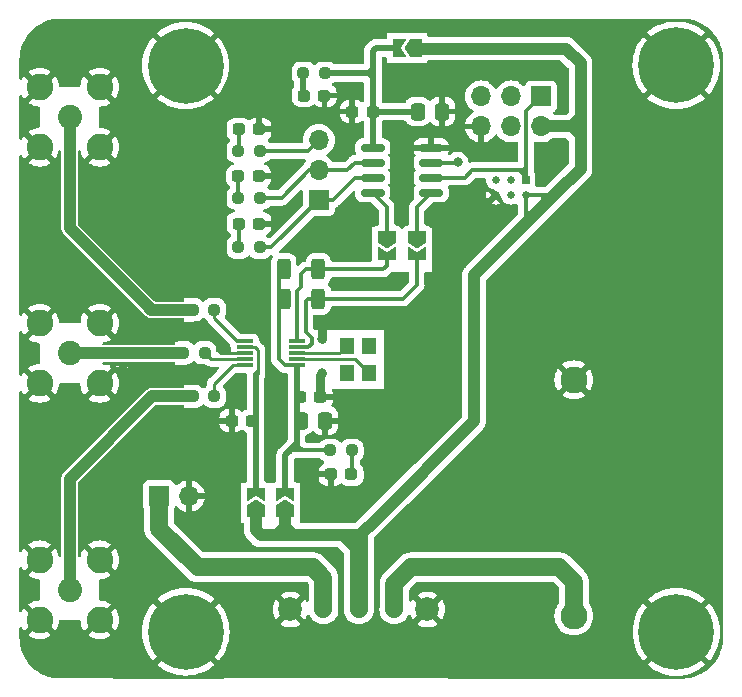
<source format=gtl>
G04 #@! TF.GenerationSoftware,KiCad,Pcbnew,7.0.10*
G04 #@! TF.CreationDate,2024-07-16T21:32:39-04:00*
G04 #@! TF.ProjectId,button_transmitter,62757474-6f6e-45f7-9472-616e736d6974,1.0*
G04 #@! TF.SameCoordinates,Original*
G04 #@! TF.FileFunction,Copper,L1,Top*
G04 #@! TF.FilePolarity,Positive*
%FSLAX46Y46*%
G04 Gerber Fmt 4.6, Leading zero omitted, Abs format (unit mm)*
G04 Created by KiCad (PCBNEW 7.0.10) date 2024-07-16 21:32:39*
%MOMM*%
%LPD*%
G01*
G04 APERTURE LIST*
G04 Aperture macros list*
%AMRoundRect*
0 Rectangle with rounded corners*
0 $1 Rounding radius*
0 $2 $3 $4 $5 $6 $7 $8 $9 X,Y pos of 4 corners*
0 Add a 4 corners polygon primitive as box body*
4,1,4,$2,$3,$4,$5,$6,$7,$8,$9,$2,$3,0*
0 Add four circle primitives for the rounded corners*
1,1,$1+$1,$2,$3*
1,1,$1+$1,$4,$5*
1,1,$1+$1,$6,$7*
1,1,$1+$1,$8,$9*
0 Add four rect primitives between the rounded corners*
20,1,$1+$1,$2,$3,$4,$5,0*
20,1,$1+$1,$4,$5,$6,$7,0*
20,1,$1+$1,$6,$7,$8,$9,0*
20,1,$1+$1,$8,$9,$2,$3,0*%
%AMFreePoly0*
4,1,6,1.000000,0.000000,0.500000,-0.750000,-0.500000,-0.750000,-0.500000,0.750000,0.500000,0.750000,1.000000,0.000000,1.000000,0.000000,$1*%
%AMFreePoly1*
4,1,6,0.500000,-0.750000,-0.650000,-0.750000,-0.150000,0.000000,-0.650000,0.750000,0.500000,0.750000,0.500000,-0.750000,0.500000,-0.750000,$1*%
G04 Aperture macros list end*
G04 #@! TA.AperFunction,NonConductor*
%ADD10C,0.200000*%
G04 #@! TD*
G04 #@! TA.AperFunction,ComponentPad*
%ADD11C,2.280000*%
G04 #@! TD*
G04 #@! TA.AperFunction,ComponentPad*
%ADD12R,1.700000X1.700000*%
G04 #@! TD*
G04 #@! TA.AperFunction,ComponentPad*
%ADD13O,1.700000X1.700000*%
G04 #@! TD*
G04 #@! TA.AperFunction,SMDPad,CuDef*
%ADD14FreePoly0,90.000000*%
G04 #@! TD*
G04 #@! TA.AperFunction,SMDPad,CuDef*
%ADD15FreePoly1,90.000000*%
G04 #@! TD*
G04 #@! TA.AperFunction,ComponentPad*
%ADD16C,1.524000*%
G04 #@! TD*
G04 #@! TA.AperFunction,ComponentPad*
%ADD17C,2.000000*%
G04 #@! TD*
G04 #@! TA.AperFunction,ComponentPad*
%ADD18R,0.635000X0.635000*%
G04 #@! TD*
G04 #@! TA.AperFunction,SMDPad,CuDef*
%ADD19C,0.635000*%
G04 #@! TD*
G04 #@! TA.AperFunction,ComponentPad*
%ADD20C,0.635000*%
G04 #@! TD*
G04 #@! TA.AperFunction,SMDPad,CuDef*
%ADD21FreePoly0,270.000000*%
G04 #@! TD*
G04 #@! TA.AperFunction,SMDPad,CuDef*
%ADD22FreePoly1,270.000000*%
G04 #@! TD*
G04 #@! TA.AperFunction,ComponentPad*
%ADD23C,6.400000*%
G04 #@! TD*
G04 #@! TA.AperFunction,ComponentPad*
%ADD24C,2.050000*%
G04 #@! TD*
G04 #@! TA.AperFunction,ComponentPad*
%ADD25C,2.250000*%
G04 #@! TD*
G04 #@! TA.AperFunction,SMDPad,CuDef*
%ADD26RoundRect,0.237500X0.287500X0.237500X-0.287500X0.237500X-0.287500X-0.237500X0.287500X-0.237500X0*%
G04 #@! TD*
G04 #@! TA.AperFunction,SMDPad,CuDef*
%ADD27RoundRect,0.237500X0.250000X0.237500X-0.250000X0.237500X-0.250000X-0.237500X0.250000X-0.237500X0*%
G04 #@! TD*
G04 #@! TA.AperFunction,SMDPad,CuDef*
%ADD28RoundRect,0.237500X-0.300000X-0.237500X0.300000X-0.237500X0.300000X0.237500X-0.300000X0.237500X0*%
G04 #@! TD*
G04 #@! TA.AperFunction,SMDPad,CuDef*
%ADD29RoundRect,0.150000X-0.825000X-0.150000X0.825000X-0.150000X0.825000X0.150000X-0.825000X0.150000X0*%
G04 #@! TD*
G04 #@! TA.AperFunction,SMDPad,CuDef*
%ADD30RoundRect,0.250000X-0.337500X-0.475000X0.337500X-0.475000X0.337500X0.475000X-0.337500X0.475000X0*%
G04 #@! TD*
G04 #@! TA.AperFunction,SMDPad,CuDef*
%ADD31RoundRect,0.237500X-0.250000X-0.237500X0.250000X-0.237500X0.250000X0.237500X-0.250000X0.237500X0*%
G04 #@! TD*
G04 #@! TA.AperFunction,SMDPad,CuDef*
%ADD32FreePoly0,180.000000*%
G04 #@! TD*
G04 #@! TA.AperFunction,SMDPad,CuDef*
%ADD33FreePoly1,180.000000*%
G04 #@! TD*
G04 #@! TA.AperFunction,SMDPad,CuDef*
%ADD34RoundRect,0.237500X0.300000X0.237500X-0.300000X0.237500X-0.300000X-0.237500X0.300000X-0.237500X0*%
G04 #@! TD*
G04 #@! TA.AperFunction,SMDPad,CuDef*
%ADD35RoundRect,0.237500X-0.287500X-0.237500X0.287500X-0.237500X0.287500X0.237500X-0.287500X0.237500X0*%
G04 #@! TD*
G04 #@! TA.AperFunction,SMDPad,CuDef*
%ADD36RoundRect,0.250000X0.312500X0.625000X-0.312500X0.625000X-0.312500X-0.625000X0.312500X-0.625000X0*%
G04 #@! TD*
G04 #@! TA.AperFunction,SMDPad,CuDef*
%ADD37R,1.400000X0.300000*%
G04 #@! TD*
G04 #@! TA.AperFunction,SMDPad,CuDef*
%ADD38R,1.200000X1.400000*%
G04 #@! TD*
G04 #@! TA.AperFunction,ViaPad*
%ADD39C,0.800000*%
G04 #@! TD*
G04 #@! TA.AperFunction,Conductor*
%ADD40C,0.300000*%
G04 #@! TD*
G04 #@! TA.AperFunction,Conductor*
%ADD41C,1.000000*%
G04 #@! TD*
G04 #@! TA.AperFunction,Conductor*
%ADD42C,1.500000*%
G04 #@! TD*
G04 #@! TA.AperFunction,Conductor*
%ADD43C,0.400000*%
G04 #@! TD*
G04 #@! TA.AperFunction,Conductor*
%ADD44C,0.500000*%
G04 #@! TD*
G04 #@! TA.AperFunction,Conductor*
%ADD45C,0.750000*%
G04 #@! TD*
G04 #@! TA.AperFunction,Conductor*
%ADD46C,0.250000*%
G04 #@! TD*
G04 APERTURE END LIST*
D10*
X98870000Y-123990000D02*
X98870000Y-121510000D01*
D11*
X117029999Y-108329956D03*
X117029999Y-128329956D03*
D12*
X114255000Y-84349999D03*
D13*
X114255000Y-86889999D03*
X111715000Y-84349999D03*
X111715000Y-86889999D03*
X109175000Y-84349999D03*
X109175000Y-86889999D03*
D14*
X92580000Y-119465000D03*
D15*
X92580000Y-118015000D03*
D16*
X101830000Y-127780000D03*
X98830000Y-127780000D03*
X95830000Y-127780000D03*
D17*
X104630000Y-127780000D03*
X93030000Y-127780000D03*
D18*
X112960000Y-91420000D03*
D19*
X112960000Y-92690001D03*
X111689999Y-91420000D03*
X111690002Y-92690000D03*
X110419999Y-91420001D03*
D20*
X110419999Y-92690000D03*
D12*
X95429998Y-93130003D03*
D13*
X95429998Y-90590003D03*
X95429998Y-88050003D03*
D12*
X81895000Y-118160000D03*
D13*
X84435000Y-118160000D03*
D21*
X101190000Y-96275000D03*
D22*
X101190000Y-97725000D03*
D23*
X84170000Y-129670000D03*
D24*
X74340000Y-86110000D03*
D25*
X71800000Y-83570000D03*
X71800000Y-88650000D03*
X76880000Y-83570000D03*
X76880000Y-88650000D03*
D26*
X95915000Y-84270000D03*
X94165000Y-84270000D03*
D27*
X85772500Y-106060000D03*
X83947500Y-106060000D03*
X90437498Y-92937496D03*
X88612498Y-92937496D03*
D21*
X103730000Y-96275000D03*
D22*
X103730000Y-97725000D03*
D14*
X90090000Y-119465000D03*
D15*
X90090000Y-118015000D03*
D26*
X90402496Y-95110001D03*
X88652496Y-95110001D03*
D28*
X93845000Y-109830000D03*
X95570000Y-109830000D03*
D29*
X99995000Y-88685000D03*
X99995000Y-89955000D03*
X99995000Y-91225000D03*
X99995000Y-92495000D03*
X104945000Y-92495000D03*
X104945000Y-91225000D03*
X104945000Y-89955000D03*
X104945000Y-88685000D03*
D30*
X93890000Y-111800000D03*
X95965000Y-111800000D03*
D31*
X96410000Y-114320000D03*
X98235000Y-114320000D03*
D23*
X84150000Y-81730000D03*
D27*
X86572500Y-102410000D03*
X84747500Y-102410000D03*
D32*
X103655000Y-80250000D03*
D33*
X102205000Y-80250000D03*
D27*
X90437494Y-88970001D03*
X88612494Y-88970001D03*
D34*
X99992496Y-85624998D03*
X98267496Y-85624998D03*
D23*
X125690000Y-81710000D03*
D26*
X90377498Y-91097496D03*
X88627498Y-91097496D03*
D35*
X96452500Y-116340000D03*
X98202500Y-116340000D03*
D27*
X90444993Y-97130001D03*
X88619993Y-97130001D03*
D24*
X74340000Y-106110000D03*
D25*
X71800000Y-103570000D03*
X71800000Y-108650000D03*
X76880000Y-103570000D03*
X76880000Y-108650000D03*
D36*
X95402500Y-101460000D03*
X92477500Y-101460000D03*
X95402500Y-98980000D03*
X92477500Y-98980000D03*
D37*
X93550000Y-107090000D03*
X93550000Y-106590000D03*
X93550000Y-106090000D03*
X93550000Y-105590000D03*
X93550000Y-105090000D03*
X89150000Y-105090000D03*
X89150000Y-105590000D03*
X89150000Y-106090000D03*
X89150000Y-106590000D03*
X89150000Y-107090000D03*
D24*
X74340000Y-126110000D03*
D25*
X71800000Y-123570000D03*
X71800000Y-128650000D03*
X76880000Y-123570000D03*
X76880000Y-128650000D03*
D27*
X95952500Y-82370000D03*
X94127500Y-82370000D03*
D34*
X89780000Y-111800000D03*
X88055000Y-111800000D03*
D30*
X103792497Y-85624999D03*
X105867497Y-85624999D03*
D26*
X90400000Y-87130000D03*
X88650000Y-87130000D03*
D23*
X125710000Y-129690000D03*
D27*
X86582500Y-109740000D03*
X84757500Y-109740000D03*
D38*
X97835000Y-105440000D03*
X97835000Y-107740000D03*
X99685000Y-107740000D03*
X99685000Y-105440000D03*
D39*
X105220000Y-100220000D03*
X72670000Y-93595000D03*
X98250000Y-95610000D03*
X97835000Y-107740000D03*
X99685000Y-105450000D03*
X86510000Y-111810000D03*
X102130000Y-100220000D03*
X90404998Y-83330002D03*
X88400000Y-109590000D03*
X102470000Y-92850000D03*
X106130000Y-82110000D03*
X76205000Y-112750000D03*
X101730000Y-105396666D03*
X72840000Y-118760000D03*
X91810000Y-110833332D03*
X109020000Y-82110000D03*
X102460000Y-88310000D03*
X91800000Y-108456666D03*
X101710000Y-103200000D03*
X98270000Y-84200000D03*
X88800000Y-102225000D03*
X107450000Y-85640000D03*
X90420000Y-85710000D03*
X101730000Y-107593332D03*
X78335706Y-114821618D03*
X72830000Y-121310000D03*
X81920000Y-100770000D03*
X104040000Y-87330000D03*
X76103334Y-99263334D03*
X79943334Y-98993334D03*
X82020000Y-108420000D03*
X76020000Y-90940000D03*
X102460000Y-94900000D03*
X90520000Y-103680000D03*
X99625000Y-100220000D03*
X104010000Y-102290000D03*
X77887500Y-111020000D03*
X93920000Y-97310000D03*
X97610000Y-109830000D03*
X95700000Y-107770000D03*
X79536666Y-102456668D03*
X91830000Y-113210000D03*
X106430000Y-98150000D03*
X76590000Y-116580000D03*
X107810000Y-92690000D03*
X90880000Y-100810000D03*
X98250000Y-93460000D03*
X99280000Y-103230000D03*
X76500000Y-95800000D03*
X74386666Y-97666668D03*
X84500000Y-100780000D03*
X84170000Y-111220000D03*
X92670000Y-94120000D03*
X102470000Y-90590000D03*
X96650000Y-85630000D03*
X107240000Y-88370000D03*
X85670000Y-104234999D03*
X77820000Y-100860000D03*
X80081412Y-113063236D03*
X75840000Y-118760000D03*
X72670000Y-90940000D03*
X101690000Y-109790000D03*
X87080000Y-100770000D03*
X105870000Y-83940000D03*
X81253334Y-104053334D03*
X85670000Y-107904998D03*
X115900000Y-89570000D03*
X105860000Y-87330000D03*
X106410000Y-95820000D03*
X98270000Y-87110000D03*
X97560000Y-111800000D03*
X92570000Y-90120000D03*
X87290000Y-105450000D03*
X96850000Y-103230000D03*
X75830000Y-121310000D03*
X76020000Y-93595000D03*
X111910000Y-82110000D03*
X81827118Y-111304854D03*
X72840000Y-116210000D03*
X79570000Y-109290000D03*
X74522500Y-114480000D03*
X88050000Y-113320000D03*
X95700000Y-104890000D03*
X72670000Y-96070000D03*
X94932500Y-116340000D03*
X98270000Y-97940000D03*
X97120000Y-100220000D03*
X99737500Y-109830000D03*
X78226666Y-97396668D03*
X107200000Y-89940000D03*
D40*
X112960000Y-94090000D02*
X113110000Y-94240000D01*
X112960000Y-93860000D02*
X112960000Y-94090000D01*
X112960000Y-93860000D02*
X112960000Y-94120000D01*
X112960000Y-92690001D02*
X112960000Y-93860000D01*
X113080000Y-94240000D02*
X113410000Y-94240000D01*
X112960000Y-94120000D02*
X113080000Y-94240000D01*
X113415000Y-94575000D02*
X113475000Y-94575000D01*
D41*
X113475000Y-94575000D02*
X113010000Y-95040000D01*
X114710000Y-93340000D02*
X113475000Y-94575000D01*
D40*
X112960000Y-94120000D02*
X112960000Y-94990000D01*
X112960000Y-94120000D02*
X113415000Y-94575000D01*
X114280000Y-92690001D02*
X114450000Y-92860001D01*
X114450000Y-92860001D02*
X114450000Y-93230000D01*
X114280000Y-92690001D02*
X114710000Y-93120001D01*
D41*
X115530000Y-92520000D02*
X114710000Y-93340000D01*
D40*
X114280000Y-92690001D02*
X115359999Y-92690001D01*
X112960000Y-92690001D02*
X114280000Y-92690001D01*
X114710000Y-93120001D02*
X114710000Y-93340000D01*
D41*
X74340000Y-106110000D02*
X83897500Y-106110000D01*
X83897500Y-106110000D02*
X83947500Y-106060000D01*
D42*
X117029999Y-125429999D02*
X115810000Y-124210000D01*
X101830000Y-125600000D02*
X101830000Y-127780000D01*
X117029999Y-128329956D02*
X117029999Y-125429999D01*
X115810000Y-124210000D02*
X103220000Y-124210000D01*
X103220000Y-124210000D02*
X101830000Y-125600000D01*
D41*
X97505000Y-121505000D02*
X98775000Y-121505000D01*
X90535000Y-121520000D02*
X91890000Y-121520000D01*
X103695000Y-80290000D02*
X103655000Y-80250000D01*
X98075000Y-121505000D02*
X97505000Y-121505000D01*
X92582500Y-120827500D02*
X91890000Y-121520000D01*
X115530000Y-92520000D02*
X117600000Y-90450000D01*
X98845000Y-122275000D02*
X98075000Y-121505000D01*
X117340001Y-86889999D02*
X117600000Y-86630000D01*
X100250000Y-120170000D02*
X108560000Y-111860000D01*
X91890000Y-121520000D02*
X92890000Y-121520000D01*
X90090000Y-121075000D02*
X90535000Y-121520000D01*
X116580000Y-86889999D02*
X116840001Y-86889999D01*
X92582500Y-120700000D02*
X92582500Y-120827500D01*
D43*
X112960000Y-94990000D02*
X113010000Y-95040000D01*
D41*
X98845000Y-121575000D02*
X100250000Y-120170000D01*
X117600000Y-87650000D02*
X117600000Y-86630000D01*
X117600000Y-90450000D02*
X117600000Y-87650000D01*
X92582500Y-120700000D02*
X92582500Y-121212500D01*
D42*
X98845000Y-122275000D02*
X98830000Y-122290000D01*
D41*
X117600000Y-86130000D02*
X117600000Y-81540000D01*
X91855000Y-121505000D02*
X96560000Y-121505000D01*
X98775000Y-121505000D02*
X98845000Y-121575000D01*
X117600000Y-81540000D02*
X116350000Y-80290000D01*
X98845000Y-121575000D02*
X98845000Y-122275000D01*
X108560000Y-111860000D02*
X108560000Y-99490000D01*
X92890000Y-121520000D02*
X93260000Y-121520000D01*
X96560000Y-121505000D02*
X97475000Y-121505000D01*
X116840001Y-86889999D02*
X117600000Y-87649998D01*
X116840001Y-86889999D02*
X117600000Y-86130000D01*
X92582500Y-120700000D02*
X92582500Y-120842500D01*
X99100000Y-121320000D02*
X99100000Y-122510000D01*
X97475000Y-121505000D02*
X98840000Y-122870000D01*
D42*
X98830000Y-122290000D02*
X98830000Y-127780000D01*
D41*
X114255000Y-86889999D02*
X116580000Y-86889999D01*
X92582500Y-121212500D02*
X92890000Y-121520000D01*
X96560000Y-121505000D02*
X97505000Y-121505000D01*
D43*
X115359999Y-92690001D02*
X115530000Y-92520000D01*
D41*
X108560000Y-99490000D02*
X113010000Y-95040000D01*
X92580000Y-119465000D02*
X92582500Y-120700000D01*
X90090000Y-119465000D02*
X90090000Y-121075000D01*
X117600000Y-86630000D02*
X117600000Y-86130000D01*
X116350000Y-80290000D02*
X103695000Y-80290000D01*
X92582500Y-120842500D02*
X93260000Y-121520000D01*
X117600000Y-87649998D02*
X117600000Y-87650000D01*
X100250000Y-120170000D02*
X99100000Y-121320000D01*
X116580000Y-86889999D02*
X117340001Y-86889999D01*
D44*
X94127500Y-82370000D02*
X94127500Y-84232500D01*
X94127500Y-84232500D02*
X94165000Y-84270000D01*
D45*
X95700000Y-104890000D02*
X95700000Y-103400000D01*
D40*
X95920000Y-84152500D02*
X95957500Y-84190000D01*
D45*
X95570000Y-108710000D02*
X95570000Y-109830000D01*
D46*
X87130000Y-106090000D02*
X86890000Y-105850000D01*
D45*
X95570000Y-108710000D02*
X95570000Y-107940000D01*
X95700000Y-103400000D02*
X95860000Y-103240000D01*
X95700000Y-107770000D02*
X95570000Y-107900000D01*
D46*
X89150000Y-106090000D02*
X87130000Y-106090000D01*
X87820000Y-106090000D02*
X87820000Y-105530000D01*
D45*
X95570000Y-107900000D02*
X95570000Y-108710000D01*
X95570000Y-107940000D02*
X95730000Y-107780000D01*
D40*
X88649999Y-87129998D02*
X88649998Y-88932497D01*
X88627495Y-91097500D02*
X88627494Y-92922504D01*
X88652494Y-95110002D02*
X88652495Y-97097501D01*
X98252500Y-116097500D02*
X98220000Y-116130000D01*
X98235000Y-114320000D02*
X98235000Y-116307500D01*
X114255000Y-84349999D02*
X112990000Y-85614999D01*
X112400000Y-90580000D02*
X108420000Y-90580000D01*
X112740000Y-90580000D02*
X112990000Y-90330000D01*
X112740000Y-90700000D02*
X112890000Y-90850000D01*
X107775000Y-91225000D02*
X104945000Y-91225000D01*
X112740000Y-90580000D02*
X112740000Y-90700000D01*
X112990000Y-85614999D02*
X112990000Y-90330000D01*
X112960000Y-91140000D02*
X112400000Y-90580000D01*
X108420000Y-90580000D02*
X107775000Y-91225000D01*
X112400000Y-90580000D02*
X112740000Y-90580000D01*
X112990000Y-90330000D02*
X112990000Y-91350000D01*
X112960000Y-91420000D02*
X112960000Y-91140000D01*
X112990000Y-91350000D02*
X113060000Y-91420000D01*
D46*
X98535000Y-106590000D02*
X99685000Y-107740000D01*
X93550000Y-106590000D02*
X98535000Y-106590000D01*
X93550000Y-106090000D02*
X97185000Y-106090000D01*
X97835000Y-105440000D02*
X97185000Y-106090000D01*
D41*
X74340000Y-116697500D02*
X74340000Y-126110000D01*
X81297500Y-109740000D02*
X84757500Y-109740000D01*
X81297500Y-109740000D02*
X74340000Y-116697500D01*
D40*
X74390000Y-106060000D02*
X74340000Y-106110000D01*
D41*
X81267500Y-102410000D02*
X80708750Y-101851250D01*
X74340000Y-86110000D02*
X74340000Y-95482500D01*
X81267500Y-102410000D02*
X84747500Y-102410000D01*
X80708750Y-101851250D02*
X81043750Y-102186250D01*
X81043750Y-102186250D02*
X81267500Y-102410000D01*
X74340000Y-95482500D02*
X80708750Y-101851250D01*
D46*
X89150000Y-107090000D02*
X88160000Y-107090000D01*
X86582500Y-108667500D02*
X86582500Y-109740000D01*
X88160000Y-107090000D02*
X86582500Y-108667500D01*
X86302500Y-106590000D02*
X89150000Y-106590000D01*
X85772500Y-106060000D02*
X86302500Y-106590000D01*
X86582500Y-103122500D02*
X86582500Y-102400000D01*
X89150000Y-105090000D02*
X88550000Y-105090000D01*
X88550000Y-105090000D02*
X86582500Y-103122500D01*
D42*
X81895000Y-120935000D02*
X85170000Y-124210000D01*
X95830000Y-125080000D02*
X95830000Y-127780000D01*
X85170000Y-124210000D02*
X94960000Y-124210000D01*
X81895000Y-118160000D02*
X81895000Y-120935000D01*
X94960000Y-124210000D02*
X95830000Y-125080000D01*
D44*
X99675000Y-82370000D02*
X99995000Y-82050000D01*
X95952500Y-82370000D02*
X99675000Y-82370000D01*
X99675000Y-82370000D02*
X99995000Y-82690000D01*
X103792497Y-85624999D02*
X99992497Y-85624999D01*
X99995000Y-82870000D02*
X99995000Y-82050000D01*
X99995000Y-82690000D02*
X99995000Y-82870000D01*
X99995000Y-88685000D02*
X99995000Y-82870000D01*
X99992497Y-85624999D02*
X99992496Y-85624998D01*
X99995000Y-82050000D02*
X99995000Y-80495000D01*
X100240000Y-80250000D02*
X101990000Y-80250000D01*
X99995000Y-80495000D02*
X100240000Y-80250000D01*
D40*
X96410000Y-114320000D02*
X94652500Y-114320000D01*
D44*
X93186250Y-114136250D02*
X92907500Y-114415000D01*
D40*
X94652500Y-114320000D02*
X93002500Y-114320000D01*
D44*
X92580000Y-117880000D02*
X92580000Y-114742500D01*
X93532500Y-113790000D02*
X93186250Y-114136250D01*
D40*
X93782500Y-114040000D02*
X93500000Y-114040000D01*
X92060000Y-106610000D02*
X92060000Y-99397500D01*
X93500000Y-114040000D02*
X93470000Y-114070000D01*
X92060000Y-99397500D02*
X92477500Y-98980000D01*
X93470000Y-114070000D02*
X93440000Y-114040000D01*
X92540000Y-107090000D02*
X92060000Y-106610000D01*
X93857500Y-114115000D02*
X93782500Y-114040000D01*
X93857500Y-114115000D02*
X93532500Y-113790000D01*
X94652500Y-114320000D02*
X94062500Y-114320000D01*
D44*
X92580000Y-114742500D02*
X93186250Y-114136250D01*
X93550000Y-113970000D02*
X93780000Y-114200000D01*
X92467500Y-101470000D02*
X92477500Y-101460000D01*
D40*
X93440000Y-114040000D02*
X93402500Y-114040000D01*
D44*
X93550000Y-107200000D02*
X93550000Y-113970000D01*
D40*
X94062500Y-114320000D02*
X93857500Y-114115000D01*
X93550000Y-107090000D02*
X92540000Y-107090000D01*
X93002500Y-114320000D02*
X92907500Y-114415000D01*
D46*
X89150000Y-105590000D02*
X90047500Y-105590000D01*
X90047500Y-105590000D02*
X90280000Y-105822500D01*
X90280000Y-107847500D02*
X90227500Y-107900000D01*
X89987500Y-107790000D02*
X90280000Y-107497500D01*
X90280000Y-107497500D02*
X90280000Y-107360000D01*
D44*
X90085000Y-107862500D02*
X90085000Y-117760000D01*
D46*
X90280000Y-105822500D02*
X90280000Y-107847500D01*
D40*
X96619995Y-93130001D02*
X95429998Y-93130003D01*
X99995000Y-91225000D02*
X98525000Y-91225002D01*
X91429999Y-97130001D02*
X95429998Y-93130003D01*
X90444993Y-97130001D02*
X91429999Y-97130001D01*
X98525000Y-91225002D02*
X96619995Y-93130001D01*
X92282504Y-92937496D02*
X94629997Y-90590003D01*
X94629997Y-90590003D02*
X95429998Y-90590003D01*
X99995000Y-89955000D02*
X98484999Y-89955000D01*
X90437498Y-92937496D02*
X92282504Y-92937496D01*
X97849997Y-90590003D02*
X95429999Y-90590005D01*
X98484999Y-89955000D02*
X97849997Y-90590003D01*
X94510000Y-88970001D02*
X95429998Y-88050003D01*
X107185000Y-89955000D02*
X107200000Y-89940000D01*
X104945000Y-89955000D02*
X107185000Y-89955000D01*
X90437494Y-88970001D02*
X94510000Y-88970001D01*
X99995000Y-92495000D02*
X100054999Y-92495000D01*
X99995000Y-92495000D02*
X101190000Y-93690000D01*
X101190000Y-93690000D02*
X101190000Y-96275000D01*
X101190000Y-97725000D02*
X101190000Y-98700000D01*
X101190000Y-98700000D02*
X100910000Y-98980000D01*
X95402500Y-98980000D02*
X94350000Y-98980000D01*
X94350000Y-98980000D02*
X93940000Y-99390000D01*
X93590000Y-100792500D02*
X93590000Y-105050000D01*
X93940000Y-99390000D02*
X93940000Y-100442500D01*
X100910000Y-98980000D02*
X95402500Y-98980000D01*
X93940000Y-100442500D02*
X93590000Y-100792500D01*
X93590000Y-105050000D02*
X93550000Y-105090000D01*
X104945000Y-92495000D02*
X103730000Y-93710000D01*
X103730000Y-93710000D02*
X103730000Y-96275000D01*
X94560000Y-105590000D02*
X94820000Y-105330000D01*
X94310000Y-104260000D02*
X94310000Y-101680000D01*
X94310000Y-101680000D02*
X94530000Y-101460000D01*
X103730000Y-100320000D02*
X102590000Y-101460000D01*
X94820000Y-104770000D02*
X94310000Y-104260000D01*
X94820000Y-105330000D02*
X94820000Y-104770000D01*
X102590000Y-101460000D02*
X95402500Y-101460000D01*
X103730000Y-97725000D02*
X103730000Y-100320000D01*
X94530000Y-101460000D02*
X95402500Y-101460000D01*
X93550000Y-105590000D02*
X94560000Y-105590000D01*
G04 #@! TA.AperFunction,Conductor*
G36*
X126417789Y-77760888D02*
G01*
X126548604Y-77767744D01*
X126560251Y-77768911D01*
X126724408Y-77793261D01*
X126725510Y-77793431D01*
X126894817Y-77820247D01*
X126905498Y-77822425D01*
X127069287Y-77863452D01*
X127070950Y-77863883D01*
X127233884Y-77907541D01*
X127243544Y-77910558D01*
X127403601Y-77967827D01*
X127406109Y-77968757D01*
X127562349Y-78028732D01*
X127570877Y-78032379D01*
X127725102Y-78105322D01*
X127728264Y-78106875D01*
X127876815Y-78182565D01*
X127884240Y-78186676D01*
X127967930Y-78236838D01*
X128030802Y-78274522D01*
X128034588Y-78276885D01*
X128174036Y-78367444D01*
X128180367Y-78371841D01*
X128317780Y-78473753D01*
X128321909Y-78476954D01*
X128451025Y-78581509D01*
X128456253Y-78585990D01*
X128583066Y-78700927D01*
X128587474Y-78705124D01*
X128704873Y-78822523D01*
X128709070Y-78826931D01*
X128812542Y-78941095D01*
X128824007Y-78953744D01*
X128828495Y-78958981D01*
X128933028Y-79088068D01*
X128936260Y-79092238D01*
X129038156Y-79229630D01*
X129042553Y-79235961D01*
X129133112Y-79375409D01*
X129135475Y-79379195D01*
X129223314Y-79525745D01*
X129227441Y-79533199D01*
X129303085Y-79681659D01*
X129304695Y-79684937D01*
X129377610Y-79839102D01*
X129381279Y-79847681D01*
X129441217Y-80003824D01*
X129442178Y-80006417D01*
X129491697Y-80144812D01*
X129499437Y-80166443D01*
X129502460Y-80176123D01*
X129546064Y-80338854D01*
X129546573Y-80340818D01*
X129587567Y-80504474D01*
X129589756Y-80515206D01*
X129616573Y-80684518D01*
X129616758Y-80685722D01*
X129641082Y-80849703D01*
X129642254Y-80861408D01*
X129652024Y-81047844D01*
X129652045Y-81048249D01*
X129659348Y-81196904D01*
X129659497Y-81202988D01*
X129659499Y-129618481D01*
X129639814Y-129685520D01*
X129632653Y-129691724D01*
X129656141Y-129732858D01*
X129659499Y-129761518D01*
X129659499Y-130186947D01*
X129659350Y-130193031D01*
X129652014Y-130342361D01*
X129651993Y-130342766D01*
X129642256Y-130528576D01*
X129641084Y-130540282D01*
X129616746Y-130704347D01*
X129616561Y-130705550D01*
X129589756Y-130874791D01*
X129587567Y-130885523D01*
X129546580Y-131049152D01*
X129546071Y-131051116D01*
X129502461Y-131213870D01*
X129499438Y-131223550D01*
X129442193Y-131383541D01*
X129441205Y-131386205D01*
X129381280Y-131542315D01*
X129377611Y-131550894D01*
X129304691Y-131705070D01*
X129303081Y-131708348D01*
X129227448Y-131856785D01*
X129223322Y-131864238D01*
X129135472Y-132010809D01*
X129133108Y-132014597D01*
X129042550Y-132154043D01*
X129038153Y-132160373D01*
X128936264Y-132297756D01*
X128933032Y-132301926D01*
X128828494Y-132431019D01*
X128824006Y-132436256D01*
X128709070Y-132563068D01*
X128704873Y-132567476D01*
X128587476Y-132684873D01*
X128583068Y-132689070D01*
X128456256Y-132804006D01*
X128451019Y-132808494D01*
X128321926Y-132913032D01*
X128317756Y-132916264D01*
X128180373Y-133018153D01*
X128174043Y-133022550D01*
X128034597Y-133113108D01*
X128030809Y-133115472D01*
X127884238Y-133203322D01*
X127876785Y-133207448D01*
X127728348Y-133283081D01*
X127725070Y-133284691D01*
X127570894Y-133357611D01*
X127562315Y-133361280D01*
X127406205Y-133421205D01*
X127403541Y-133422193D01*
X127243550Y-133479438D01*
X127233870Y-133482461D01*
X127071116Y-133526071D01*
X127069152Y-133526580D01*
X126905523Y-133567567D01*
X126894791Y-133569756D01*
X126725536Y-133596564D01*
X126724332Y-133596749D01*
X126560282Y-133621083D01*
X126548577Y-133622255D01*
X126362739Y-133631994D01*
X126362334Y-133632015D01*
X126233836Y-133638327D01*
X126227697Y-133638476D01*
X125804569Y-133638289D01*
X125737538Y-133618575D01*
X125710063Y-133586839D01*
X125703095Y-133600200D01*
X125642420Y-133634846D01*
X125613705Y-133638204D01*
X87424967Y-133621270D01*
X87424966Y-133621270D01*
X84560000Y-133620000D01*
X84559952Y-133354357D01*
X84940323Y-133294113D01*
X84940330Y-133294112D01*
X85314936Y-133193737D01*
X85676994Y-133054755D01*
X86022543Y-132878689D01*
X86347783Y-132667476D01*
X86347785Y-132667475D01*
X86605349Y-132458902D01*
X85114180Y-130967733D01*
X85304870Y-130804870D01*
X85467733Y-130614180D01*
X86958902Y-132105349D01*
X87167475Y-131847785D01*
X87167476Y-131847783D01*
X87378689Y-131522543D01*
X87554755Y-131176994D01*
X87693737Y-130814936D01*
X87794112Y-130440330D01*
X87794113Y-130440323D01*
X87854780Y-130057287D01*
X87875078Y-129670000D01*
X87875078Y-129669999D01*
X87854780Y-129282712D01*
X87794113Y-128899676D01*
X87794112Y-128899669D01*
X87693737Y-128525063D01*
X87554755Y-128163005D01*
X87378689Y-127817456D01*
X87167468Y-127492206D01*
X86958904Y-127234649D01*
X86958903Y-127234648D01*
X85467732Y-128725818D01*
X85304870Y-128535130D01*
X85114179Y-128372265D01*
X86605350Y-126881096D01*
X86605350Y-126881095D01*
X86347793Y-126672531D01*
X86022543Y-126461310D01*
X85676994Y-126285244D01*
X85314936Y-126146262D01*
X84940330Y-126045887D01*
X84940323Y-126045886D01*
X84558633Y-125985432D01*
X84558510Y-125301348D01*
X84625236Y-125341215D01*
X84629327Y-125342750D01*
X84646955Y-125350996D01*
X84650755Y-125353153D01*
X84742496Y-125385254D01*
X84744998Y-125386161D01*
X84835976Y-125420307D01*
X84838565Y-125420776D01*
X84840274Y-125421087D01*
X84859089Y-125426053D01*
X84863217Y-125427498D01*
X84959237Y-125442705D01*
X84961832Y-125443146D01*
X85033432Y-125456140D01*
X85057452Y-125460500D01*
X85057453Y-125460500D01*
X85061828Y-125460500D01*
X85081231Y-125462028D01*
X85082938Y-125462297D01*
X85085540Y-125462710D01*
X85182621Y-125460531D01*
X85185404Y-125460500D01*
X94390664Y-125460500D01*
X94457703Y-125480185D01*
X94478345Y-125496819D01*
X94543181Y-125561655D01*
X94576666Y-125622978D01*
X94579500Y-125649336D01*
X94579500Y-126992686D01*
X94559815Y-127059725D01*
X94507011Y-127105480D01*
X94437853Y-127115424D01*
X94374297Y-127086399D01*
X94351692Y-127060508D01*
X94253434Y-126910116D01*
X93707195Y-127456356D01*
X93683941Y-127402447D01*
X93579244Y-127261815D01*
X93444938Y-127149118D01*
X93353334Y-127103113D01*
X93900057Y-126556390D01*
X93900056Y-126556389D01*
X93853229Y-126519943D01*
X93634614Y-126401635D01*
X93634603Y-126401630D01*
X93399493Y-126320916D01*
X93154293Y-126280000D01*
X92905707Y-126280000D01*
X92660506Y-126320916D01*
X92425396Y-126401630D01*
X92425390Y-126401632D01*
X92206761Y-126519949D01*
X92159942Y-126556388D01*
X92159942Y-126556390D01*
X92704054Y-127100501D01*
X92691109Y-127105213D01*
X92544627Y-127201555D01*
X92424312Y-127329082D01*
X92351553Y-127455105D01*
X91806564Y-126910116D01*
X91706267Y-127063632D01*
X91606412Y-127291282D01*
X91545387Y-127532261D01*
X91545385Y-127532270D01*
X91524859Y-127779994D01*
X91524859Y-127780005D01*
X91545385Y-128027729D01*
X91545387Y-128027738D01*
X91606412Y-128268717D01*
X91706266Y-128496364D01*
X91806564Y-128649882D01*
X92352804Y-128103642D01*
X92376059Y-128157553D01*
X92480756Y-128298185D01*
X92615062Y-128410882D01*
X92706665Y-128456886D01*
X92159942Y-129003609D01*
X92206768Y-129040055D01*
X92206770Y-129040056D01*
X92425385Y-129158364D01*
X92425396Y-129158369D01*
X92660506Y-129239083D01*
X92905707Y-129280000D01*
X93154293Y-129280000D01*
X93399493Y-129239083D01*
X93634603Y-129158369D01*
X93634614Y-129158364D01*
X93853228Y-129040057D01*
X93853231Y-129040055D01*
X93900056Y-129003609D01*
X93355945Y-128459498D01*
X93368891Y-128454787D01*
X93515373Y-128358445D01*
X93635688Y-128230918D01*
X93708446Y-128104894D01*
X94253434Y-128649882D01*
X94353731Y-128496369D01*
X94445901Y-128286241D01*
X94490857Y-128232755D01*
X94557592Y-128212065D01*
X94624920Y-128230739D01*
X94671464Y-128282849D01*
X94671816Y-128283597D01*
X94706718Y-128358445D01*
X94732466Y-128413662D01*
X94732468Y-128413666D01*
X94859170Y-128594615D01*
X94859175Y-128594621D01*
X95015378Y-128750824D01*
X95015384Y-128750829D01*
X95196333Y-128877531D01*
X95196335Y-128877532D01*
X95196338Y-128877534D01*
X95396550Y-128970894D01*
X95609932Y-129028070D01*
X95767123Y-129041822D01*
X95829998Y-129047323D01*
X95830000Y-129047323D01*
X95830002Y-129047323D01*
X95885017Y-129042509D01*
X96050068Y-129028070D01*
X96263450Y-128970894D01*
X96463662Y-128877534D01*
X96644620Y-128750826D01*
X96800826Y-128594620D01*
X96927534Y-128413662D01*
X97020894Y-128213450D01*
X97078070Y-128000068D01*
X97097323Y-127780000D01*
X97097322Y-127779994D01*
X97080972Y-127593102D01*
X97080500Y-127582295D01*
X97080500Y-125157185D01*
X97081280Y-125143300D01*
X97083454Y-125124005D01*
X97085238Y-125108173D01*
X97083389Y-125080755D01*
X97080781Y-125042067D01*
X97080500Y-125033725D01*
X97080500Y-125023852D01*
X97080500Y-125023845D01*
X97076838Y-124983172D01*
X97076630Y-124980516D01*
X97071291Y-124901310D01*
X97070097Y-124883593D01*
X97069028Y-124879351D01*
X97065768Y-124860169D01*
X97065377Y-124855812D01*
X97039527Y-124762150D01*
X97038831Y-124759514D01*
X97015096Y-124665317D01*
X97013289Y-124661339D01*
X97006653Y-124643034D01*
X97005492Y-124638828D01*
X96963351Y-124551320D01*
X96962172Y-124548800D01*
X96922008Y-124460377D01*
X96922007Y-124460374D01*
X96919517Y-124456780D01*
X96909725Y-124439964D01*
X96907830Y-124436029D01*
X96907827Y-124436024D01*
X96850740Y-124357450D01*
X96849162Y-124355228D01*
X96793820Y-124275346D01*
X96790729Y-124272255D01*
X96778093Y-124257461D01*
X96775521Y-124253921D01*
X96775518Y-124253918D01*
X96705299Y-124186781D01*
X96703310Y-124184836D01*
X95898816Y-123380342D01*
X95889549Y-123369973D01*
X95867506Y-123342332D01*
X95817603Y-123298732D01*
X95811507Y-123293033D01*
X95804532Y-123286058D01*
X95804521Y-123286048D01*
X95773255Y-123259945D01*
X95771139Y-123258138D01*
X95698003Y-123194240D01*
X95697997Y-123194236D01*
X95697996Y-123194235D01*
X95694241Y-123191991D01*
X95678373Y-123180732D01*
X95675019Y-123177932D01*
X95675018Y-123177931D01*
X95675013Y-123177927D01*
X95590548Y-123130001D01*
X95588144Y-123128601D01*
X95504763Y-123078784D01*
X95500669Y-123077248D01*
X95483044Y-123069002D01*
X95479245Y-123066846D01*
X95387569Y-123034767D01*
X95384953Y-123033819D01*
X95294029Y-122999694D01*
X95294019Y-122999691D01*
X95289723Y-122998912D01*
X95270918Y-122993949D01*
X95266784Y-122992502D01*
X95266777Y-122992501D01*
X95170848Y-122977307D01*
X95168105Y-122976841D01*
X95072550Y-122959500D01*
X95072547Y-122959500D01*
X95068172Y-122959500D01*
X95048769Y-122957972D01*
X95044460Y-122957289D01*
X94947359Y-122959469D01*
X94944577Y-122959500D01*
X85739336Y-122959500D01*
X85672297Y-122939815D01*
X85651655Y-122923181D01*
X84557888Y-121829414D01*
X84557318Y-118647555D01*
X84577315Y-118644680D01*
X84685000Y-118595501D01*
X84685000Y-119490633D01*
X84898483Y-119433433D01*
X84898492Y-119433429D01*
X85112578Y-119333600D01*
X85306082Y-119198105D01*
X85473105Y-119031082D01*
X85608600Y-118837578D01*
X85708429Y-118623492D01*
X85708432Y-118623486D01*
X85765636Y-118410000D01*
X84868686Y-118410000D01*
X84894493Y-118369844D01*
X84935000Y-118231889D01*
X84935000Y-118088111D01*
X84894493Y-117950156D01*
X84868686Y-117910000D01*
X85765636Y-117910000D01*
X85765635Y-117909999D01*
X85708432Y-117696513D01*
X85708429Y-117696507D01*
X85608600Y-117482422D01*
X85608599Y-117482420D01*
X85473113Y-117288926D01*
X85473108Y-117288920D01*
X85306082Y-117121894D01*
X85112578Y-116986399D01*
X84898492Y-116886570D01*
X84898486Y-116886567D01*
X84685000Y-116829364D01*
X84685000Y-117724498D01*
X84577315Y-117675320D01*
X84557143Y-117672419D01*
X84556137Y-112050000D01*
X87017501Y-112050000D01*
X87017501Y-112086654D01*
X87027819Y-112187652D01*
X87082046Y-112351300D01*
X87082051Y-112351311D01*
X87172552Y-112498034D01*
X87172555Y-112498038D01*
X87294461Y-112619944D01*
X87294465Y-112619947D01*
X87441188Y-112710448D01*
X87441199Y-112710453D01*
X87604847Y-112764680D01*
X87705851Y-112774999D01*
X87805000Y-112774998D01*
X87805000Y-112050000D01*
X87017501Y-112050000D01*
X84556137Y-112050000D01*
X84556048Y-111550000D01*
X87017500Y-111550000D01*
X87805000Y-111550000D01*
X87805000Y-110824999D01*
X87705860Y-110825000D01*
X87705844Y-110825001D01*
X87604847Y-110835319D01*
X87441199Y-110889546D01*
X87441188Y-110889551D01*
X87294465Y-110980052D01*
X87294461Y-110980055D01*
X87172555Y-111101961D01*
X87172552Y-111101965D01*
X87082051Y-111248688D01*
X87082046Y-111248699D01*
X87027819Y-111412347D01*
X87017500Y-111513345D01*
X87017500Y-111550000D01*
X84556048Y-111550000D01*
X84555903Y-110740500D01*
X84808243Y-110740500D01*
X84888997Y-110732288D01*
X84959938Y-110725074D01*
X84972330Y-110721186D01*
X85009452Y-110715499D01*
X85056670Y-110715499D01*
X85056676Y-110715499D01*
X85157753Y-110705174D01*
X85321516Y-110650908D01*
X85468350Y-110560340D01*
X85582319Y-110446371D01*
X85643642Y-110412886D01*
X85713334Y-110417870D01*
X85757681Y-110446371D01*
X85871650Y-110560340D01*
X86018484Y-110650908D01*
X86182247Y-110705174D01*
X86283323Y-110715500D01*
X86881676Y-110715499D01*
X86881684Y-110715498D01*
X86881687Y-110715498D01*
X86937030Y-110709844D01*
X86982753Y-110705174D01*
X87146516Y-110650908D01*
X87293350Y-110560340D01*
X87415340Y-110438350D01*
X87505908Y-110291516D01*
X87560174Y-110127753D01*
X87570500Y-110026677D01*
X87570499Y-109453324D01*
X87569367Y-109442247D01*
X87560174Y-109352247D01*
X87505908Y-109188484D01*
X87415340Y-109041650D01*
X87341820Y-108968130D01*
X87308335Y-108906807D01*
X87313319Y-108837115D01*
X87341816Y-108792773D01*
X88357772Y-107776816D01*
X88419093Y-107743333D01*
X88445442Y-107740499D01*
X89210500Y-107740499D01*
X89277539Y-107760184D01*
X89323294Y-107812988D01*
X89334500Y-107864499D01*
X89334500Y-110743710D01*
X89314815Y-110810749D01*
X89262011Y-110856504D01*
X89249509Y-110861414D01*
X89165984Y-110889092D01*
X89165981Y-110889093D01*
X89019148Y-110979661D01*
X89004825Y-110993984D01*
X88943501Y-111027468D01*
X88873809Y-111022482D01*
X88829465Y-110993982D01*
X88815538Y-110980055D01*
X88815534Y-110980052D01*
X88668811Y-110889551D01*
X88668800Y-110889546D01*
X88505152Y-110835319D01*
X88404154Y-110825000D01*
X88305000Y-110825000D01*
X88305000Y-112774999D01*
X88404140Y-112774999D01*
X88404154Y-112774998D01*
X88505152Y-112764680D01*
X88668800Y-112710453D01*
X88668811Y-112710448D01*
X88815535Y-112619947D01*
X88829460Y-112606021D01*
X88890782Y-112572533D01*
X88960473Y-112577514D01*
X89004827Y-112606017D01*
X89019150Y-112620340D01*
X89165984Y-112710908D01*
X89249506Y-112738584D01*
X89306949Y-112778355D01*
X89333772Y-112842871D01*
X89334500Y-112856289D01*
X89334500Y-116902159D01*
X89314815Y-116969198D01*
X89262011Y-117014953D01*
X89245435Y-117021136D01*
X89160056Y-117046206D01*
X89124621Y-117051228D01*
X88819999Y-117050000D01*
X88819998Y-117050001D01*
X88809999Y-120419999D01*
X88810000Y-120419999D01*
X88810000Y-120420000D01*
X88966000Y-120420629D01*
X89032960Y-120440584D01*
X89078501Y-120493572D01*
X89089500Y-120544628D01*
X89089500Y-121060721D01*
X89089460Y-121063861D01*
X89087243Y-121151362D01*
X89087243Y-121151371D01*
X89097648Y-121209420D01*
X89098956Y-121218748D01*
X89104925Y-121277430D01*
X89104927Y-121277444D01*
X89114033Y-121306468D01*
X89117772Y-121321701D01*
X89123142Y-121351653D01*
X89123142Y-121351655D01*
X89145020Y-121406424D01*
X89148177Y-121415292D01*
X89165841Y-121471588D01*
X89165842Y-121471589D01*
X89165844Y-121471595D01*
X89180603Y-121498185D01*
X89187336Y-121512361D01*
X89198622Y-121540614D01*
X89198627Y-121540624D01*
X89231080Y-121589866D01*
X89235962Y-121597923D01*
X89264588Y-121649498D01*
X89264589Y-121649500D01*
X89264591Y-121649502D01*
X89284410Y-121672588D01*
X89293855Y-121685115D01*
X89310599Y-121710521D01*
X89352299Y-121752221D01*
X89358703Y-121759130D01*
X89381585Y-121785783D01*
X89397134Y-121803895D01*
X89421193Y-121822518D01*
X89432972Y-121832893D01*
X89817433Y-122217353D01*
X89819626Y-122219602D01*
X89879940Y-122283052D01*
X89879948Y-122283058D01*
X89928362Y-122316755D01*
X89935871Y-122322416D01*
X89981593Y-122359698D01*
X90008565Y-122373786D01*
X90021982Y-122381916D01*
X90046951Y-122399295D01*
X90101163Y-122422559D01*
X90109663Y-122426595D01*
X90161951Y-122453909D01*
X90191199Y-122462277D01*
X90205975Y-122467538D01*
X90233942Y-122479540D01*
X90233945Y-122479540D01*
X90233946Y-122479541D01*
X90291713Y-122491412D01*
X90300866Y-122493658D01*
X90357582Y-122509887D01*
X90387914Y-122512196D01*
X90403463Y-122514377D01*
X90433255Y-122520500D01*
X90433259Y-122520500D01*
X90492241Y-122520500D01*
X90501655Y-122520857D01*
X90510009Y-122521494D01*
X90560475Y-122525337D01*
X90560475Y-122525336D01*
X90560476Y-122525337D01*
X90590651Y-122521493D01*
X90606318Y-122520500D01*
X91788259Y-122520500D01*
X91875721Y-122520500D01*
X91878863Y-122520540D01*
X91966360Y-122522757D01*
X91966361Y-122522757D01*
X91966361Y-122522756D01*
X91966363Y-122522757D01*
X91967410Y-122522569D01*
X91968105Y-122522445D01*
X91989979Y-122520500D01*
X92788259Y-122520500D01*
X92847242Y-122520500D01*
X92856656Y-122520857D01*
X92865010Y-122521494D01*
X92915476Y-122525337D01*
X92915476Y-122525336D01*
X92915477Y-122525337D01*
X92945652Y-122521493D01*
X92961319Y-122520500D01*
X93217242Y-122520500D01*
X93226656Y-122520857D01*
X93235010Y-122521494D01*
X93285476Y-122525337D01*
X93285476Y-122525336D01*
X93285477Y-122525337D01*
X93372307Y-122514278D01*
X93375334Y-122513931D01*
X93434881Y-122507876D01*
X93451996Y-122506136D01*
X93464540Y-122505500D01*
X96458259Y-122505500D01*
X97009217Y-122505500D01*
X97076256Y-122525185D01*
X97096898Y-122541819D01*
X97543181Y-122988102D01*
X97576666Y-123049425D01*
X97579500Y-123075783D01*
X97579500Y-127582295D01*
X97579028Y-127593102D01*
X97562677Y-127779997D01*
X97562677Y-127780002D01*
X97581929Y-128000062D01*
X97581930Y-128000070D01*
X97639104Y-128213445D01*
X97639105Y-128213447D01*
X97639106Y-128213450D01*
X97706718Y-128358445D01*
X97732466Y-128413662D01*
X97732468Y-128413666D01*
X97859170Y-128594615D01*
X97859175Y-128594621D01*
X98015378Y-128750824D01*
X98015384Y-128750829D01*
X98196333Y-128877531D01*
X98196335Y-128877532D01*
X98196338Y-128877534D01*
X98396550Y-128970894D01*
X98609932Y-129028070D01*
X98767123Y-129041822D01*
X98829998Y-129047323D01*
X98830000Y-129047323D01*
X98830002Y-129047323D01*
X98885017Y-129042509D01*
X99050068Y-129028070D01*
X99263450Y-128970894D01*
X99463662Y-128877534D01*
X99644620Y-128750826D01*
X99800826Y-128594620D01*
X99927534Y-128413662D01*
X100020894Y-128213450D01*
X100078070Y-128000068D01*
X100097323Y-127780002D01*
X100562677Y-127780002D01*
X100581929Y-128000062D01*
X100581930Y-128000070D01*
X100639104Y-128213445D01*
X100639105Y-128213447D01*
X100639106Y-128213450D01*
X100706718Y-128358445D01*
X100732466Y-128413662D01*
X100732468Y-128413666D01*
X100859170Y-128594615D01*
X100859175Y-128594621D01*
X101015378Y-128750824D01*
X101015384Y-128750829D01*
X101196333Y-128877531D01*
X101196335Y-128877532D01*
X101196338Y-128877534D01*
X101396550Y-128970894D01*
X101609932Y-129028070D01*
X101767123Y-129041822D01*
X101829998Y-129047323D01*
X101830000Y-129047323D01*
X101830002Y-129047323D01*
X101885017Y-129042509D01*
X102050068Y-129028070D01*
X102263450Y-128970894D01*
X102463662Y-128877534D01*
X102644620Y-128750826D01*
X102800826Y-128594620D01*
X102927534Y-128413662D01*
X102988162Y-128283642D01*
X103034331Y-128231207D01*
X103101525Y-128212055D01*
X103168406Y-128232270D01*
X103213741Y-128285435D01*
X103214098Y-128286241D01*
X103306266Y-128496364D01*
X103406564Y-128649882D01*
X103952804Y-128103642D01*
X103976059Y-128157553D01*
X104080756Y-128298185D01*
X104215062Y-128410882D01*
X104306665Y-128456886D01*
X103759942Y-129003609D01*
X103806768Y-129040055D01*
X103806770Y-129040056D01*
X104025385Y-129158364D01*
X104025396Y-129158369D01*
X104260506Y-129239083D01*
X104505707Y-129280000D01*
X104754293Y-129280000D01*
X104999493Y-129239083D01*
X105234603Y-129158369D01*
X105234614Y-129158364D01*
X105453228Y-129040057D01*
X105453231Y-129040055D01*
X105500056Y-129003609D01*
X104955945Y-128459498D01*
X104968891Y-128454787D01*
X105115373Y-128358445D01*
X105235688Y-128230918D01*
X105308446Y-128104894D01*
X105853434Y-128649882D01*
X105953731Y-128496369D01*
X106053587Y-128268717D01*
X106114612Y-128027738D01*
X106114614Y-128027729D01*
X106135141Y-127780005D01*
X106135141Y-127779994D01*
X106114614Y-127532270D01*
X106114612Y-127532261D01*
X106053587Y-127291282D01*
X105953731Y-127063630D01*
X105853434Y-126910116D01*
X105307195Y-127456356D01*
X105283941Y-127402447D01*
X105179244Y-127261815D01*
X105044938Y-127149118D01*
X104953334Y-127103113D01*
X105500057Y-126556390D01*
X105500056Y-126556389D01*
X105453229Y-126519943D01*
X105234614Y-126401635D01*
X105234603Y-126401630D01*
X104999493Y-126320916D01*
X104754293Y-126280000D01*
X104505707Y-126280000D01*
X104260506Y-126320916D01*
X104025396Y-126401630D01*
X104025390Y-126401632D01*
X103806761Y-126519949D01*
X103759942Y-126556388D01*
X103759942Y-126556390D01*
X104304054Y-127100501D01*
X104291109Y-127105213D01*
X104144627Y-127201555D01*
X104024312Y-127329082D01*
X103951553Y-127455105D01*
X103406564Y-126910116D01*
X103308309Y-127060508D01*
X103255162Y-127105864D01*
X103185931Y-127115288D01*
X103122595Y-127085786D01*
X103085264Y-127026726D01*
X103080500Y-126992686D01*
X103080500Y-126169336D01*
X103100185Y-126102297D01*
X103116819Y-126081655D01*
X103701655Y-125496819D01*
X103762978Y-125463334D01*
X103789336Y-125460500D01*
X115240664Y-125460500D01*
X115307703Y-125480185D01*
X115328345Y-125496819D01*
X115743180Y-125911654D01*
X115776665Y-125972977D01*
X115779499Y-125999335D01*
X115779499Y-127222365D01*
X115759814Y-127289404D01*
X115749789Y-127302896D01*
X115698704Y-127362708D01*
X115563780Y-127582885D01*
X115464967Y-127821443D01*
X115464963Y-127821455D01*
X115404686Y-128072528D01*
X115384426Y-128329956D01*
X115404686Y-128587383D01*
X115464963Y-128838456D01*
X115464967Y-128838468D01*
X115563780Y-129077026D01*
X115563782Y-129077030D01*
X115563783Y-129077031D01*
X115698702Y-129297200D01*
X115866403Y-129493552D01*
X116062755Y-129661253D01*
X116282924Y-129796172D01*
X116282926Y-129796172D01*
X116282928Y-129796174D01*
X116357311Y-129826984D01*
X116521489Y-129894989D01*
X116772575Y-129955269D01*
X117029999Y-129975529D01*
X117287423Y-129955269D01*
X117538509Y-129894989D01*
X117777074Y-129796172D01*
X117950332Y-129690000D01*
X122004922Y-129690000D01*
X122025219Y-130077287D01*
X122085886Y-130460323D01*
X122085887Y-130460330D01*
X122186262Y-130834936D01*
X122325244Y-131196994D01*
X122501310Y-131542543D01*
X122712531Y-131867793D01*
X122921095Y-132125350D01*
X122921096Y-132125350D01*
X124412266Y-130634180D01*
X124575130Y-130824870D01*
X124765819Y-130987733D01*
X123274648Y-132478903D01*
X123274649Y-132478904D01*
X123532206Y-132687468D01*
X123857456Y-132898689D01*
X124203005Y-133074755D01*
X124565063Y-133213737D01*
X124939669Y-133314112D01*
X124939676Y-133314113D01*
X125322712Y-133374780D01*
X125620250Y-133390374D01*
X125686167Y-133413540D01*
X125707399Y-133440804D01*
X125710947Y-133433045D01*
X125769742Y-133395296D01*
X125798134Y-133390459D01*
X126097287Y-133374780D01*
X126480323Y-133314113D01*
X126480330Y-133314112D01*
X126854936Y-133213737D01*
X127216994Y-133074755D01*
X127562543Y-132898689D01*
X127887783Y-132687476D01*
X127887785Y-132687475D01*
X128145349Y-132478902D01*
X126654180Y-130987733D01*
X126844870Y-130824870D01*
X127007733Y-130634180D01*
X128498902Y-132125349D01*
X128707475Y-131867785D01*
X128707476Y-131867783D01*
X128918689Y-131542543D01*
X129094755Y-131196994D01*
X129233737Y-130834936D01*
X129334112Y-130460330D01*
X129334113Y-130460323D01*
X129394780Y-130077287D01*
X129411669Y-129755029D01*
X129434835Y-129689111D01*
X129437918Y-129686709D01*
X129416522Y-129653416D01*
X129411669Y-129624970D01*
X129394780Y-129302712D01*
X129334113Y-128919676D01*
X129334112Y-128919669D01*
X129233737Y-128545063D01*
X129094755Y-128183005D01*
X128918689Y-127837456D01*
X128707468Y-127512206D01*
X128498904Y-127254649D01*
X128498903Y-127254648D01*
X127007732Y-128745818D01*
X126844870Y-128555130D01*
X126654180Y-128392266D01*
X128145350Y-126901096D01*
X128145350Y-126901095D01*
X127887793Y-126692531D01*
X127562543Y-126481310D01*
X127216994Y-126305244D01*
X126854936Y-126166262D01*
X126480330Y-126065887D01*
X126480323Y-126065886D01*
X126097287Y-126005219D01*
X125710001Y-125984922D01*
X125709999Y-125984922D01*
X125322712Y-126005219D01*
X124939676Y-126065886D01*
X124939669Y-126065887D01*
X124565063Y-126166262D01*
X124203005Y-126305244D01*
X123857456Y-126481310D01*
X123532206Y-126692531D01*
X123274648Y-126901095D01*
X123274648Y-126901096D01*
X124765819Y-128392266D01*
X124575130Y-128555130D01*
X124412266Y-128745818D01*
X122921096Y-127254648D01*
X122921095Y-127254648D01*
X122712531Y-127512206D01*
X122501310Y-127837456D01*
X122325244Y-128183005D01*
X122186262Y-128545063D01*
X122085887Y-128919669D01*
X122085886Y-128919676D01*
X122025219Y-129302712D01*
X122004922Y-129689999D01*
X122004922Y-129690000D01*
X117950332Y-129690000D01*
X117997243Y-129661253D01*
X118193595Y-129493552D01*
X118361296Y-129297200D01*
X118496215Y-129077031D01*
X118595032Y-128838466D01*
X118655312Y-128587380D01*
X118675572Y-128329956D01*
X118655312Y-128072532D01*
X118595032Y-127821446D01*
X118527027Y-127657268D01*
X118496217Y-127582885D01*
X118496215Y-127582881D01*
X118361296Y-127362712D01*
X118361293Y-127362708D01*
X118310209Y-127302896D01*
X118281638Y-127239135D01*
X118280499Y-127222365D01*
X118280499Y-125507174D01*
X118281279Y-125493289D01*
X118281444Y-125491827D01*
X118285236Y-125458171D01*
X118282853Y-125422829D01*
X118280780Y-125392074D01*
X118280499Y-125383733D01*
X118280499Y-125373852D01*
X118280499Y-125373844D01*
X118276837Y-125333154D01*
X118276630Y-125330519D01*
X118270095Y-125233587D01*
X118269026Y-125229347D01*
X118265767Y-125210168D01*
X118265376Y-125205811D01*
X118239530Y-125112163D01*
X118238838Y-125109543D01*
X118215095Y-125015315D01*
X118213289Y-125011339D01*
X118206653Y-124993038D01*
X118205492Y-124988829D01*
X118163339Y-124901298D01*
X118162188Y-124898838D01*
X118122006Y-124810373D01*
X118119516Y-124806779D01*
X118109724Y-124789963D01*
X118107829Y-124786028D01*
X118107826Y-124786023D01*
X118050739Y-124707449D01*
X118049161Y-124705227D01*
X117993819Y-124625345D01*
X117990728Y-124622254D01*
X117978092Y-124607460D01*
X117975520Y-124603920D01*
X117975517Y-124603917D01*
X117905298Y-124536780D01*
X117903309Y-124534835D01*
X116748816Y-123380342D01*
X116739549Y-123369973D01*
X116717506Y-123342332D01*
X116667603Y-123298732D01*
X116661507Y-123293033D01*
X116654532Y-123286058D01*
X116654521Y-123286048D01*
X116623255Y-123259945D01*
X116621139Y-123258138D01*
X116548003Y-123194240D01*
X116547997Y-123194236D01*
X116547996Y-123194235D01*
X116544241Y-123191991D01*
X116528373Y-123180732D01*
X116525019Y-123177932D01*
X116525018Y-123177931D01*
X116525013Y-123177927D01*
X116440548Y-123130001D01*
X116438144Y-123128601D01*
X116354763Y-123078784D01*
X116350669Y-123077248D01*
X116333044Y-123069002D01*
X116329245Y-123066846D01*
X116237569Y-123034767D01*
X116234953Y-123033819D01*
X116144029Y-122999694D01*
X116144019Y-122999691D01*
X116139723Y-122998912D01*
X116120918Y-122993949D01*
X116116784Y-122992502D01*
X116116777Y-122992501D01*
X116020848Y-122977307D01*
X116018105Y-122976841D01*
X115922550Y-122959500D01*
X115922547Y-122959500D01*
X115918172Y-122959500D01*
X115898769Y-122957972D01*
X115894460Y-122957289D01*
X115797359Y-122959469D01*
X115794577Y-122959500D01*
X103297186Y-122959500D01*
X103283302Y-122958720D01*
X103248177Y-122954762D01*
X103248169Y-122954761D01*
X103182067Y-122959219D01*
X103173725Y-122959500D01*
X103163838Y-122959500D01*
X103123251Y-122963152D01*
X103120482Y-122963370D01*
X103023590Y-122969903D01*
X103019349Y-122970972D01*
X103000176Y-122974230D01*
X102995808Y-122974623D01*
X102902185Y-123000462D01*
X102899495Y-123001172D01*
X102805319Y-123024902D01*
X102801322Y-123026718D01*
X102783059Y-123033339D01*
X102778831Y-123034506D01*
X102691316Y-123076649D01*
X102688800Y-123077826D01*
X102600376Y-123117991D01*
X102600371Y-123117994D01*
X102596775Y-123120486D01*
X102579971Y-123130271D01*
X102576031Y-123132168D01*
X102576029Y-123132169D01*
X102497460Y-123189251D01*
X102495195Y-123190858D01*
X102415345Y-123246180D01*
X102412239Y-123249286D01*
X102397465Y-123261903D01*
X102393928Y-123264473D01*
X102393921Y-123264478D01*
X102326804Y-123334677D01*
X102324859Y-123336665D01*
X101000344Y-124661180D01*
X100989980Y-124670443D01*
X100962337Y-124692489D01*
X100962334Y-124692492D01*
X100918736Y-124742392D01*
X100913048Y-124748476D01*
X100906064Y-124755460D01*
X100906051Y-124755475D01*
X100879928Y-124786764D01*
X100878125Y-124788875D01*
X100814234Y-124862004D01*
X100814230Y-124862010D01*
X100811981Y-124865774D01*
X100800746Y-124881608D01*
X100797932Y-124884979D01*
X100749978Y-124969490D01*
X100748604Y-124971849D01*
X100717964Y-125023133D01*
X100698781Y-125055242D01*
X100697247Y-125059332D01*
X100689008Y-125076945D01*
X100686850Y-125080747D01*
X100686847Y-125080754D01*
X100654762Y-125172445D01*
X100653815Y-125175055D01*
X100631848Y-125233590D01*
X100619692Y-125265979D01*
X100619689Y-125265988D01*
X100618909Y-125270288D01*
X100613952Y-125289069D01*
X100612503Y-125293209D01*
X100612502Y-125293215D01*
X100597304Y-125389165D01*
X100596838Y-125391906D01*
X100579500Y-125487447D01*
X100579500Y-125491827D01*
X100577973Y-125511229D01*
X100577289Y-125515540D01*
X100579469Y-125612639D01*
X100579500Y-125615421D01*
X100579500Y-127582295D01*
X100579028Y-127593102D01*
X100562677Y-127779997D01*
X100562677Y-127780002D01*
X100097323Y-127780002D01*
X100097323Y-127780000D01*
X100097322Y-127779994D01*
X100080972Y-127593102D01*
X100080500Y-127582295D01*
X100080500Y-122721673D01*
X100083038Y-122696712D01*
X100100500Y-122611741D01*
X100100500Y-121785783D01*
X100120185Y-121718744D01*
X100136819Y-121698102D01*
X100993341Y-120841580D01*
X102997343Y-118837578D01*
X109257409Y-112577510D01*
X109259578Y-112575395D01*
X109323053Y-112515059D01*
X109356756Y-112466635D01*
X109362405Y-112459142D01*
X109399698Y-112413407D01*
X109413788Y-112386430D01*
X109421909Y-112373026D01*
X109439295Y-112348049D01*
X109462563Y-112293825D01*
X109466582Y-112285361D01*
X109493909Y-112233049D01*
X109502278Y-112203797D01*
X109507538Y-112189023D01*
X109519540Y-112161058D01*
X109531415Y-112103268D01*
X109533649Y-112094162D01*
X109549887Y-112037418D01*
X109552197Y-112007077D01*
X109554376Y-111991535D01*
X109560500Y-111961741D01*
X109560500Y-111902758D01*
X109560858Y-111893342D01*
X109565337Y-111834526D01*
X109561493Y-111804338D01*
X109560500Y-111788674D01*
X109560500Y-108329956D01*
X115384928Y-108329956D01*
X115405182Y-108587305D01*
X115465443Y-108838311D01*
X115465443Y-108838312D01*
X115564227Y-109076799D01*
X115564229Y-109076802D01*
X115699110Y-109296907D01*
X115703894Y-109302507D01*
X116345194Y-108661206D01*
X116367339Y-108712543D01*
X116473432Y-108855050D01*
X116609529Y-108969250D01*
X116699215Y-109014291D01*
X116057446Y-109656059D01*
X116057446Y-109656060D01*
X116063045Y-109660841D01*
X116063051Y-109660846D01*
X116283152Y-109795725D01*
X116283155Y-109795727D01*
X116521643Y-109894511D01*
X116772649Y-109954772D01*
X117029999Y-109975026D01*
X117287348Y-109954772D01*
X117538354Y-109894511D01*
X117538355Y-109894511D01*
X117776842Y-109795727D01*
X117776845Y-109795725D01*
X117996941Y-109660850D01*
X118002549Y-109656059D01*
X117363746Y-109017256D01*
X117373408Y-109013740D01*
X117521843Y-108916113D01*
X117643763Y-108786886D01*
X117715767Y-108662171D01*
X118356102Y-109302506D01*
X118360893Y-109296898D01*
X118495768Y-109076802D01*
X118495770Y-109076799D01*
X118594554Y-108838312D01*
X118594554Y-108838311D01*
X118654815Y-108587305D01*
X118675069Y-108329956D01*
X118654815Y-108072606D01*
X118594554Y-107821600D01*
X118594554Y-107821599D01*
X118495770Y-107583112D01*
X118495768Y-107583109D01*
X118360889Y-107363008D01*
X118360884Y-107363002D01*
X118356102Y-107357403D01*
X117714802Y-107998703D01*
X117692659Y-107947369D01*
X117586566Y-107804862D01*
X117450469Y-107690662D01*
X117360782Y-107645620D01*
X118002550Y-107003851D01*
X118002550Y-107003850D01*
X117996950Y-106999067D01*
X117776845Y-106864186D01*
X117776842Y-106864184D01*
X117538354Y-106765400D01*
X117287348Y-106705139D01*
X117029999Y-106684885D01*
X116772649Y-106705139D01*
X116521643Y-106765400D01*
X116521642Y-106765400D01*
X116283155Y-106864184D01*
X116283152Y-106864186D01*
X116063056Y-106999061D01*
X116063051Y-106999065D01*
X116057446Y-107003850D01*
X116696251Y-107642655D01*
X116686590Y-107646172D01*
X116538155Y-107743799D01*
X116416235Y-107873026D01*
X116344230Y-107997740D01*
X115703893Y-107357403D01*
X115699108Y-107363008D01*
X115699104Y-107363013D01*
X115564229Y-107583109D01*
X115564227Y-107583112D01*
X115465443Y-107821599D01*
X115465443Y-107821600D01*
X115405182Y-108072606D01*
X115384928Y-108329956D01*
X109560500Y-108329956D01*
X109560500Y-99955783D01*
X109580185Y-99888744D01*
X109596819Y-99868102D01*
X111683502Y-97781419D01*
X113753340Y-95711581D01*
X113753340Y-95711580D01*
X116155309Y-93309609D01*
X116155314Y-93309606D01*
X116165517Y-93299402D01*
X116165519Y-93299402D01*
X118297390Y-91167528D01*
X118299559Y-91165413D01*
X118363053Y-91105059D01*
X118396752Y-91056641D01*
X118402428Y-91049113D01*
X118439698Y-91003407D01*
X118453782Y-90976444D01*
X118461919Y-90963013D01*
X118479292Y-90938053D01*
X118479295Y-90938049D01*
X118502563Y-90883825D01*
X118506582Y-90875361D01*
X118533909Y-90823049D01*
X118542278Y-90793797D01*
X118547538Y-90779023D01*
X118559540Y-90751058D01*
X118571415Y-90693268D01*
X118573649Y-90684162D01*
X118589887Y-90627418D01*
X118592197Y-90597077D01*
X118594376Y-90581535D01*
X118600500Y-90551741D01*
X118600500Y-90492758D01*
X118600858Y-90483342D01*
X118605337Y-90424527D01*
X118601493Y-90394339D01*
X118600500Y-90378675D01*
X118600500Y-87664275D01*
X118600540Y-87661135D01*
X118600578Y-87659615D01*
X118602757Y-87573635D01*
X118602445Y-87571894D01*
X118600500Y-87550016D01*
X118600500Y-86672754D01*
X118600858Y-86663339D01*
X118602635Y-86639999D01*
X118605337Y-86604524D01*
X118601493Y-86574339D01*
X118600500Y-86558675D01*
X118600500Y-86172758D01*
X118600858Y-86163342D01*
X118605337Y-86104527D01*
X118601493Y-86074339D01*
X118600500Y-86058675D01*
X118600500Y-81710000D01*
X121984922Y-81710000D01*
X122005219Y-82097287D01*
X122065886Y-82480323D01*
X122065887Y-82480330D01*
X122166262Y-82854936D01*
X122305244Y-83216994D01*
X122481310Y-83562543D01*
X122692531Y-83887793D01*
X122901095Y-84145350D01*
X122901096Y-84145350D01*
X124392266Y-82654180D01*
X124555130Y-82844870D01*
X124745819Y-83007733D01*
X123254648Y-84498903D01*
X123254649Y-84498904D01*
X123512206Y-84707468D01*
X123837456Y-84918689D01*
X124183005Y-85094755D01*
X124545063Y-85233737D01*
X124919669Y-85334112D01*
X124919676Y-85334113D01*
X125302712Y-85394780D01*
X125689999Y-85415078D01*
X125690001Y-85415078D01*
X126077287Y-85394780D01*
X126460323Y-85334113D01*
X126460330Y-85334112D01*
X126834936Y-85233737D01*
X127196994Y-85094755D01*
X127542543Y-84918689D01*
X127867783Y-84707476D01*
X127867785Y-84707475D01*
X128125349Y-84498902D01*
X126634180Y-83007733D01*
X126824870Y-82844870D01*
X126987733Y-82654180D01*
X128478902Y-84145349D01*
X128687475Y-83887785D01*
X128687476Y-83887783D01*
X128898689Y-83562543D01*
X129074755Y-83216994D01*
X129213737Y-82854936D01*
X129314112Y-82480330D01*
X129314113Y-82480323D01*
X129374780Y-82097287D01*
X129395078Y-81710000D01*
X129395078Y-81709999D01*
X129374780Y-81322712D01*
X129314113Y-80939676D01*
X129314112Y-80939669D01*
X129213737Y-80565063D01*
X129074755Y-80203005D01*
X128898689Y-79857456D01*
X128687468Y-79532206D01*
X128478904Y-79274649D01*
X128478903Y-79274648D01*
X126987732Y-80765818D01*
X126824870Y-80575130D01*
X126634180Y-80412266D01*
X128125350Y-78921096D01*
X128125350Y-78921095D01*
X127867793Y-78712531D01*
X127542543Y-78501310D01*
X127196994Y-78325244D01*
X126834936Y-78186262D01*
X126460330Y-78085887D01*
X126460323Y-78085886D01*
X126077287Y-78025219D01*
X125761939Y-78008692D01*
X125696022Y-77985526D01*
X125688803Y-77976257D01*
X125645864Y-78003866D01*
X125617393Y-78008727D01*
X125302712Y-78025219D01*
X124919676Y-78085886D01*
X124919669Y-78085887D01*
X124545063Y-78186262D01*
X124183005Y-78325244D01*
X123837456Y-78501310D01*
X123512206Y-78712531D01*
X123254648Y-78921095D01*
X123254648Y-78921096D01*
X124745819Y-80412266D01*
X124555130Y-80575130D01*
X124392266Y-80765818D01*
X122901096Y-79274648D01*
X122901095Y-79274648D01*
X122692531Y-79532206D01*
X122481310Y-79857456D01*
X122305244Y-80203005D01*
X122166262Y-80565063D01*
X122065887Y-80939669D01*
X122065886Y-80939676D01*
X122005219Y-81322712D01*
X121984922Y-81709999D01*
X121984922Y-81710000D01*
X118600500Y-81710000D01*
X118600500Y-81554277D01*
X118600540Y-81551135D01*
X118602757Y-81463641D01*
X118602756Y-81463640D01*
X118602757Y-81463637D01*
X118592349Y-81405573D01*
X118591041Y-81396242D01*
X118585074Y-81337562D01*
X118581703Y-81326819D01*
X118575963Y-81308524D01*
X118572226Y-81293301D01*
X118566858Y-81263347D01*
X118544974Y-81208562D01*
X118541822Y-81199709D01*
X118524159Y-81143412D01*
X118524158Y-81143411D01*
X118524157Y-81143406D01*
X118509396Y-81116814D01*
X118502659Y-81102629D01*
X118497441Y-81089566D01*
X118491377Y-81074383D01*
X118480225Y-81057461D01*
X118458918Y-81025131D01*
X118454036Y-81017074D01*
X118425409Y-80965498D01*
X118405588Y-80942410D01*
X118396144Y-80929885D01*
X118379402Y-80904481D01*
X118337692Y-80862771D01*
X118331300Y-80855875D01*
X118292866Y-80811105D01*
X118268804Y-80792479D01*
X118257026Y-80782105D01*
X117067566Y-79592646D01*
X117065373Y-79590397D01*
X117005061Y-79526949D01*
X117005060Y-79526948D01*
X117005059Y-79526947D01*
X116956640Y-79493246D01*
X116949120Y-79487575D01*
X116903413Y-79450305D01*
X116903406Y-79450301D01*
X116876441Y-79436216D01*
X116863026Y-79428089D01*
X116838049Y-79410705D01*
X116838046Y-79410703D01*
X116838045Y-79410703D01*
X116838041Y-79410701D01*
X116783845Y-79387443D01*
X116775336Y-79383402D01*
X116723057Y-79356094D01*
X116723046Y-79356090D01*
X116693806Y-79347723D01*
X116679021Y-79342459D01*
X116651058Y-79330459D01*
X116593273Y-79318583D01*
X116584127Y-79316338D01*
X116527423Y-79300113D01*
X116503699Y-79298306D01*
X116497072Y-79297801D01*
X116481533Y-79295622D01*
X116451742Y-79289500D01*
X116451741Y-79289500D01*
X116392759Y-79289500D01*
X116383344Y-79289142D01*
X116380643Y-79288936D01*
X116324524Y-79284662D01*
X116294349Y-79288506D01*
X116278682Y-79289500D01*
X104734000Y-79289500D01*
X104666961Y-79269815D01*
X104621206Y-79217011D01*
X104610000Y-79165500D01*
X104610000Y-78970001D01*
X104610000Y-78970000D01*
X104609998Y-78969999D01*
X101239999Y-78959999D01*
X101241257Y-79283175D01*
X101230054Y-79335166D01*
X101219834Y-79357544D01*
X101214716Y-79393147D01*
X101185691Y-79456702D01*
X101126913Y-79494477D01*
X101091978Y-79499500D01*
X100303705Y-79499500D01*
X100285735Y-79498191D01*
X100261972Y-79494710D01*
X100215642Y-79498764D01*
X100212632Y-79499028D01*
X100201826Y-79499500D01*
X100196284Y-79499500D01*
X100165484Y-79503100D01*
X100161899Y-79503466D01*
X100087200Y-79510001D01*
X100080133Y-79511461D01*
X100080121Y-79511404D01*
X100072754Y-79513038D01*
X100072768Y-79513094D01*
X100065745Y-79514758D01*
X99995270Y-79540407D01*
X99991870Y-79541589D01*
X99920666Y-79565185D01*
X99914119Y-79568238D01*
X99914094Y-79568186D01*
X99907310Y-79571470D01*
X99907336Y-79571521D01*
X99900884Y-79574761D01*
X99838236Y-79615965D01*
X99835196Y-79617902D01*
X99771347Y-79657285D01*
X99765682Y-79661765D01*
X99765646Y-79661719D01*
X99759798Y-79666484D01*
X99759835Y-79666528D01*
X99754310Y-79671164D01*
X99702848Y-79725709D01*
X99700336Y-79728294D01*
X99509358Y-79919272D01*
X99495729Y-79931051D01*
X99476469Y-79945390D01*
X99444632Y-79983331D01*
X99437346Y-79991284D01*
X99433407Y-79995224D01*
X99414176Y-80019545D01*
X99411902Y-80022337D01*
X99363694Y-80079790D01*
X99359729Y-80085819D01*
X99359682Y-80085788D01*
X99355630Y-80092147D01*
X99355679Y-80092177D01*
X99351889Y-80098321D01*
X99320192Y-80166294D01*
X99318623Y-80169536D01*
X99284957Y-80236572D01*
X99282488Y-80243357D01*
X99282432Y-80243336D01*
X99279960Y-80250450D01*
X99280015Y-80250469D01*
X99277743Y-80257325D01*
X99262573Y-80330788D01*
X99261793Y-80334304D01*
X99244499Y-80407279D01*
X99243661Y-80414454D01*
X99243601Y-80414447D01*
X99242835Y-80421945D01*
X99242895Y-80421951D01*
X99242265Y-80429140D01*
X99244448Y-80504128D01*
X99244500Y-80507735D01*
X99244500Y-81495500D01*
X99224815Y-81562539D01*
X99172011Y-81608294D01*
X99120500Y-81619500D01*
X96784552Y-81619500D01*
X96717513Y-81599815D01*
X96696871Y-81583181D01*
X96663351Y-81549661D01*
X96663350Y-81549660D01*
X96516516Y-81459092D01*
X96352753Y-81404826D01*
X96352751Y-81404825D01*
X96251678Y-81394500D01*
X95653330Y-81394500D01*
X95653312Y-81394501D01*
X95552247Y-81404825D01*
X95388484Y-81459092D01*
X95388481Y-81459093D01*
X95241648Y-81549661D01*
X95127681Y-81663629D01*
X95066358Y-81697114D01*
X94996666Y-81692130D01*
X94952319Y-81663629D01*
X94838351Y-81549661D01*
X94838350Y-81549660D01*
X94691516Y-81459092D01*
X94527753Y-81404826D01*
X94527751Y-81404825D01*
X94426678Y-81394500D01*
X93828330Y-81394500D01*
X93828312Y-81394501D01*
X93727247Y-81404825D01*
X93563484Y-81459092D01*
X93563481Y-81459093D01*
X93416648Y-81549661D01*
X93294661Y-81671648D01*
X93204093Y-81818481D01*
X93204092Y-81818484D01*
X93149826Y-81982247D01*
X93149826Y-81982248D01*
X93149825Y-81982248D01*
X93139500Y-82083315D01*
X93139500Y-82656669D01*
X93139501Y-82656687D01*
X93149825Y-82757752D01*
X93204092Y-82921515D01*
X93204093Y-82921518D01*
X93238395Y-82977129D01*
X93287166Y-83056201D01*
X93294661Y-83068351D01*
X93340681Y-83114371D01*
X93374166Y-83175694D01*
X93377000Y-83202052D01*
X93377000Y-83437948D01*
X93357315Y-83504987D01*
X93340681Y-83525629D01*
X93294661Y-83571648D01*
X93204093Y-83718481D01*
X93204091Y-83718486D01*
X93176719Y-83801088D01*
X93149826Y-83882247D01*
X93149826Y-83882248D01*
X93149825Y-83882248D01*
X93139500Y-83983315D01*
X93139500Y-84556669D01*
X93139501Y-84556687D01*
X93149825Y-84657752D01*
X93172930Y-84727476D01*
X93204020Y-84821300D01*
X93204092Y-84821515D01*
X93204093Y-84821518D01*
X93209735Y-84830665D01*
X93294660Y-84968350D01*
X93416650Y-85090340D01*
X93563484Y-85180908D01*
X93727247Y-85235174D01*
X93828323Y-85245500D01*
X94501676Y-85245499D01*
X94501684Y-85245498D01*
X94501687Y-85245498D01*
X94557030Y-85239844D01*
X94602753Y-85235174D01*
X94766516Y-85180908D01*
X94913350Y-85090340D01*
X94952673Y-85051016D01*
X95013994Y-85017532D01*
X95083685Y-85022516D01*
X95128034Y-85051017D01*
X95166961Y-85089944D01*
X95166965Y-85089947D01*
X95313688Y-85180448D01*
X95313699Y-85180453D01*
X95477347Y-85234680D01*
X95578351Y-85244999D01*
X95665000Y-85244998D01*
X95665000Y-84520000D01*
X96165000Y-84520000D01*
X96165000Y-85244999D01*
X96251640Y-85244999D01*
X96251654Y-85244998D01*
X96352652Y-85234680D01*
X96516300Y-85180453D01*
X96516311Y-85180448D01*
X96663034Y-85089947D01*
X96663038Y-85089944D01*
X96784944Y-84968038D01*
X96784947Y-84968034D01*
X96875448Y-84821311D01*
X96875453Y-84821300D01*
X96929680Y-84657652D01*
X96939999Y-84556654D01*
X96940000Y-84556641D01*
X96940000Y-84520000D01*
X96165000Y-84520000D01*
X95665000Y-84520000D01*
X95665000Y-84144000D01*
X95684685Y-84076961D01*
X95737489Y-84031206D01*
X95789000Y-84020000D01*
X96939999Y-84020000D01*
X96939999Y-83983360D01*
X96939998Y-83983345D01*
X96929680Y-83882347D01*
X96875453Y-83718699D01*
X96875448Y-83718688D01*
X96784947Y-83571965D01*
X96784944Y-83571961D01*
X96663038Y-83450055D01*
X96663034Y-83450052D01*
X96623766Y-83425831D01*
X96577041Y-83373883D01*
X96565820Y-83304921D01*
X96593663Y-83240839D01*
X96623762Y-83214757D01*
X96663350Y-83190340D01*
X96696871Y-83156819D01*
X96758194Y-83123334D01*
X96784552Y-83120500D01*
X99120500Y-83120500D01*
X99187539Y-83140185D01*
X99233294Y-83192989D01*
X99244500Y-83244500D01*
X99244500Y-84722157D01*
X99224815Y-84789196D01*
X99172011Y-84834951D01*
X99102853Y-84844895D01*
X99039297Y-84815870D01*
X99032819Y-84809838D01*
X99028034Y-84805053D01*
X99028030Y-84805050D01*
X98881307Y-84714549D01*
X98881296Y-84714544D01*
X98717648Y-84660317D01*
X98616650Y-84649998D01*
X98517496Y-84649998D01*
X98517496Y-86599997D01*
X98616636Y-86599997D01*
X98616650Y-86599996D01*
X98717648Y-86589678D01*
X98881296Y-86535451D01*
X98881307Y-86535446D01*
X99028031Y-86444945D01*
X99032814Y-86440162D01*
X99094136Y-86406674D01*
X99163828Y-86411655D01*
X99219763Y-86453524D01*
X99244184Y-86518987D01*
X99244500Y-86527839D01*
X99244500Y-87760500D01*
X99224815Y-87827539D01*
X99172011Y-87873294D01*
X99120500Y-87884500D01*
X99104298Y-87884500D01*
X99067432Y-87887401D01*
X99067426Y-87887402D01*
X98909606Y-87933254D01*
X98909603Y-87933255D01*
X98768137Y-88016917D01*
X98768129Y-88016923D01*
X98651923Y-88133129D01*
X98651917Y-88133137D01*
X98568255Y-88274603D01*
X98568254Y-88274606D01*
X98522402Y-88432426D01*
X98522401Y-88432432D01*
X98519500Y-88469298D01*
X98519500Y-88900701D01*
X98522401Y-88937567D01*
X98522402Y-88937573D01*
X98568254Y-89095393D01*
X98568255Y-89095396D01*
X98581226Y-89117330D01*
X98598406Y-89185054D01*
X98576245Y-89251316D01*
X98521778Y-89295078D01*
X98478396Y-89304386D01*
X98476726Y-89304439D01*
X98472841Y-89304500D01*
X98444074Y-89304500D01*
X98444071Y-89304500D01*
X98444056Y-89304501D01*
X98439686Y-89305053D01*
X98428058Y-89305968D01*
X98382433Y-89307402D01*
X98382423Y-89307404D01*
X98362047Y-89313323D01*
X98343007Y-89317266D01*
X98321946Y-89319927D01*
X98321941Y-89319928D01*
X98279488Y-89336736D01*
X98268442Y-89340518D01*
X98224597Y-89353257D01*
X98206323Y-89364063D01*
X98188865Y-89372616D01*
X98169128Y-89380432D01*
X98137873Y-89403140D01*
X98132191Y-89407268D01*
X98122428Y-89413680D01*
X98083140Y-89436915D01*
X98083127Y-89436925D01*
X98068125Y-89451927D01*
X98053332Y-89464562D01*
X98036160Y-89477037D01*
X98036159Y-89477039D01*
X98007054Y-89512220D01*
X97999193Y-89520859D01*
X97616868Y-89903184D01*
X97555545Y-89936669D01*
X97529187Y-89939503D01*
X96687719Y-89939503D01*
X96620680Y-89919818D01*
X96586144Y-89886626D01*
X96468492Y-89718600D01*
X96301400Y-89551509D01*
X96301394Y-89551504D01*
X96115840Y-89421578D01*
X96072215Y-89367001D01*
X96065021Y-89297503D01*
X96096544Y-89235148D01*
X96115840Y-89218428D01*
X96207138Y-89154500D01*
X96301399Y-89088498D01*
X96468493Y-88921404D01*
X96604033Y-88727833D01*
X96703901Y-88513666D01*
X96765061Y-88285411D01*
X96785657Y-88050003D01*
X96765061Y-87814595D01*
X96703901Y-87586340D01*
X96604033Y-87372174D01*
X96595730Y-87360315D01*
X96468492Y-87178600D01*
X96301400Y-87011509D01*
X96301393Y-87011504D01*
X96107832Y-86875970D01*
X96107828Y-86875968D01*
X96107826Y-86875967D01*
X95893661Y-86776100D01*
X95893657Y-86776099D01*
X95893653Y-86776097D01*
X95665411Y-86714941D01*
X95665401Y-86714939D01*
X95429999Y-86694344D01*
X95429997Y-86694344D01*
X95194594Y-86714939D01*
X95194584Y-86714941D01*
X94966342Y-86776097D01*
X94966333Y-86776101D01*
X94752169Y-86875967D01*
X94752167Y-86875968D01*
X94558595Y-87011508D01*
X94391503Y-87178600D01*
X94255963Y-87372172D01*
X94255962Y-87372174D01*
X94156096Y-87586338D01*
X94156092Y-87586347D01*
X94094936Y-87814589D01*
X94094934Y-87814599D01*
X94074339Y-88050002D01*
X94074339Y-88050003D01*
X94086123Y-88184693D01*
X94072356Y-88253193D01*
X94023741Y-88303377D01*
X93962595Y-88319501D01*
X91368202Y-88319501D01*
X91301163Y-88299816D01*
X91275578Y-88276620D01*
X91275441Y-88276758D01*
X91272641Y-88273958D01*
X91270939Y-88272415D01*
X91270338Y-88271655D01*
X91148350Y-88149667D01*
X91148344Y-88149661D01*
X91148336Y-88149656D01*
X91144916Y-88146952D01*
X91104537Y-88089932D01*
X91101395Y-88020133D01*
X91136488Y-87959715D01*
X91144917Y-87952412D01*
X91148040Y-87949942D01*
X91269944Y-87828038D01*
X91269947Y-87828034D01*
X91360448Y-87681311D01*
X91360453Y-87681300D01*
X91414680Y-87517652D01*
X91424999Y-87416654D01*
X91425000Y-87416641D01*
X91425000Y-87380000D01*
X90274000Y-87380000D01*
X90206961Y-87360315D01*
X90161206Y-87307511D01*
X90150000Y-87256000D01*
X90150000Y-86155000D01*
X90650000Y-86155000D01*
X90650000Y-86880000D01*
X91424999Y-86880000D01*
X91424999Y-86843360D01*
X91424998Y-86843345D01*
X91414680Y-86742347D01*
X91360453Y-86578699D01*
X91360448Y-86578688D01*
X91269947Y-86431965D01*
X91269944Y-86431961D01*
X91148038Y-86310055D01*
X91148034Y-86310052D01*
X91001311Y-86219551D01*
X91001300Y-86219546D01*
X90837652Y-86165319D01*
X90736654Y-86155000D01*
X90650000Y-86155000D01*
X90150000Y-86155000D01*
X90149999Y-86154999D01*
X90063360Y-86155000D01*
X90063343Y-86155001D01*
X89962347Y-86165319D01*
X89798699Y-86219546D01*
X89798688Y-86219551D01*
X89651965Y-86310052D01*
X89651961Y-86310055D01*
X89613033Y-86348983D01*
X89551710Y-86382468D01*
X89482018Y-86377482D01*
X89437672Y-86348982D01*
X89398351Y-86309661D01*
X89398350Y-86309660D01*
X89259293Y-86223889D01*
X89251518Y-86219093D01*
X89251513Y-86219091D01*
X89207761Y-86204593D01*
X89087753Y-86164826D01*
X89087751Y-86164825D01*
X88986678Y-86154500D01*
X88313330Y-86154500D01*
X88313312Y-86154501D01*
X88212247Y-86164825D01*
X88048484Y-86219092D01*
X88048481Y-86219093D01*
X87901648Y-86309661D01*
X87779661Y-86431648D01*
X87689093Y-86578481D01*
X87689091Y-86578486D01*
X87681963Y-86599997D01*
X87634826Y-86742247D01*
X87634826Y-86742248D01*
X87634825Y-86742248D01*
X87624500Y-86843315D01*
X87624500Y-87416669D01*
X87624501Y-87416687D01*
X87634825Y-87517752D01*
X87657556Y-87586347D01*
X87689092Y-87681516D01*
X87771178Y-87814599D01*
X87779661Y-87828351D01*
X87901650Y-87950340D01*
X87904676Y-87952733D01*
X87906211Y-87954901D01*
X87906757Y-87955447D01*
X87906663Y-87955540D01*
X87945052Y-88009755D01*
X87948190Y-88079554D01*
X87913094Y-88139970D01*
X87904672Y-88147266D01*
X87901648Y-88149656D01*
X87779653Y-88271652D01*
X87689087Y-88418482D01*
X87689085Y-88418487D01*
X87683614Y-88434998D01*
X87634820Y-88582248D01*
X87634820Y-88582249D01*
X87634819Y-88582249D01*
X87624494Y-88683316D01*
X87624494Y-89256670D01*
X87624495Y-89256688D01*
X87634819Y-89357753D01*
X87661053Y-89436920D01*
X87686005Y-89512220D01*
X87689086Y-89521516D01*
X87689087Y-89521519D01*
X87703327Y-89544606D01*
X87779654Y-89668351D01*
X87901644Y-89790341D01*
X88048478Y-89880909D01*
X88143255Y-89912315D01*
X88200700Y-89952088D01*
X88227523Y-90016604D01*
X88215208Y-90085380D01*
X88167665Y-90136579D01*
X88143256Y-90147727D01*
X88025982Y-90186588D01*
X88025979Y-90186589D01*
X87879146Y-90277157D01*
X87757159Y-90399144D01*
X87666591Y-90545977D01*
X87666589Y-90545982D01*
X87664681Y-90551741D01*
X87612324Y-90709743D01*
X87612324Y-90709744D01*
X87612323Y-90709744D01*
X87601998Y-90810811D01*
X87601998Y-91384165D01*
X87601999Y-91384183D01*
X87612323Y-91485248D01*
X87644824Y-91583328D01*
X87666590Y-91649012D01*
X87757158Y-91795846D01*
X87879148Y-91917836D01*
X87882869Y-91920131D01*
X87929592Y-91972078D01*
X87940815Y-92041041D01*
X87912971Y-92105123D01*
X87905453Y-92113350D01*
X87779657Y-92239147D01*
X87689091Y-92385977D01*
X87689090Y-92385980D01*
X87634824Y-92549743D01*
X87634824Y-92549744D01*
X87634823Y-92549744D01*
X87624498Y-92650811D01*
X87624498Y-93224165D01*
X87624499Y-93224183D01*
X87634823Y-93325248D01*
X87666007Y-93419353D01*
X87682336Y-93468631D01*
X87689090Y-93489011D01*
X87689091Y-93489014D01*
X87703684Y-93512673D01*
X87779658Y-93635846D01*
X87901648Y-93757836D01*
X88048482Y-93848404D01*
X88212245Y-93902670D01*
X88212255Y-93902671D01*
X88212674Y-93902761D01*
X88212915Y-93902891D01*
X88218671Y-93904799D01*
X88218330Y-93905825D01*
X88274109Y-93936041D01*
X88307799Y-93997251D01*
X88303048Y-94066959D01*
X88261364Y-94123033D01*
X88220795Y-94141564D01*
X88221171Y-94142697D01*
X88050980Y-94199093D01*
X88050977Y-94199094D01*
X87904144Y-94289662D01*
X87782157Y-94411649D01*
X87691589Y-94558482D01*
X87691587Y-94558487D01*
X87664215Y-94641089D01*
X87637322Y-94722248D01*
X87637322Y-94722249D01*
X87637321Y-94722249D01*
X87626996Y-94823316D01*
X87626996Y-95396670D01*
X87626997Y-95396688D01*
X87637321Y-95497753D01*
X87673605Y-95607250D01*
X87691588Y-95661517D01*
X87782156Y-95808351D01*
X87904146Y-95930341D01*
X87943091Y-95954362D01*
X87989815Y-96006310D01*
X88001994Y-96059901D01*
X88001994Y-96183182D01*
X87982309Y-96250221D01*
X87943093Y-96288719D01*
X87909144Y-96309659D01*
X87787152Y-96431652D01*
X87696586Y-96578482D01*
X87696585Y-96578485D01*
X87642319Y-96742248D01*
X87642319Y-96742249D01*
X87642318Y-96742249D01*
X87631993Y-96843316D01*
X87631993Y-97416670D01*
X87631994Y-97416688D01*
X87642318Y-97517753D01*
X87664541Y-97584815D01*
X87692830Y-97670186D01*
X87696585Y-97681516D01*
X87696586Y-97681519D01*
X87717838Y-97715973D01*
X87787153Y-97828351D01*
X87909143Y-97950341D01*
X88055977Y-98040909D01*
X88219740Y-98095175D01*
X88320816Y-98105501D01*
X88919169Y-98105500D01*
X88919177Y-98105499D01*
X88919180Y-98105499D01*
X88974523Y-98099845D01*
X89020246Y-98095175D01*
X89184009Y-98040909D01*
X89330843Y-97950341D01*
X89444812Y-97836372D01*
X89506135Y-97802887D01*
X89575827Y-97807871D01*
X89620174Y-97836372D01*
X89734143Y-97950341D01*
X89880977Y-98040909D01*
X90044740Y-98095175D01*
X90145816Y-98105501D01*
X90744169Y-98105500D01*
X90744177Y-98105499D01*
X90744180Y-98105499D01*
X90799523Y-98099845D01*
X90845246Y-98095175D01*
X91009009Y-98040909D01*
X91155843Y-97950341D01*
X91277833Y-97828351D01*
X91277833Y-97828350D01*
X91282940Y-97823244D01*
X91284169Y-97824473D01*
X91333751Y-97789358D01*
X91370106Y-97782704D01*
X91410976Y-97781419D01*
X91478599Y-97798988D01*
X91525990Y-97850329D01*
X91538101Y-97919141D01*
X91520408Y-97970454D01*
X91480190Y-98035659D01*
X91480185Y-98035668D01*
X91460467Y-98095174D01*
X91425001Y-98202203D01*
X91425001Y-98202204D01*
X91425000Y-98202204D01*
X91414500Y-98304983D01*
X91414500Y-99280183D01*
X91410607Y-99311012D01*
X91409500Y-99315324D01*
X91409500Y-99336544D01*
X91407973Y-99355943D01*
X91404653Y-99376905D01*
X91408950Y-99422358D01*
X91409500Y-99434028D01*
X91409500Y-106524494D01*
X91407732Y-106540505D01*
X91407974Y-106540528D01*
X91407240Y-106548294D01*
X91409439Y-106618262D01*
X91409500Y-106622157D01*
X91409500Y-106650920D01*
X91409501Y-106650938D01*
X91410053Y-106655311D01*
X91410968Y-106666941D01*
X91412402Y-106712567D01*
X91412403Y-106712570D01*
X91418323Y-106732948D01*
X91422268Y-106751996D01*
X91424928Y-106773054D01*
X91424931Y-106773065D01*
X91441737Y-106815514D01*
X91445520Y-106826563D01*
X91458254Y-106870395D01*
X91458255Y-106870397D01*
X91469060Y-106888666D01*
X91477617Y-106906134D01*
X91483226Y-106920300D01*
X91485432Y-106925872D01*
X91512266Y-106962806D01*
X91518678Y-106972568D01*
X91534346Y-106999061D01*
X91541919Y-107011865D01*
X91541923Y-107011869D01*
X91556925Y-107026871D01*
X91569563Y-107041669D01*
X91582033Y-107058833D01*
X91582036Y-107058837D01*
X91617213Y-107087937D01*
X91625854Y-107095800D01*
X92019564Y-107489510D01*
X92029635Y-107502080D01*
X92029822Y-107501926D01*
X92034795Y-107507937D01*
X92085832Y-107555864D01*
X92088629Y-107558575D01*
X92108968Y-107578914D01*
X92112451Y-107581616D01*
X92121327Y-107589197D01*
X92133846Y-107600953D01*
X92154607Y-107620448D01*
X92173198Y-107630668D01*
X92189463Y-107641352D01*
X92206234Y-107654361D01*
X92206237Y-107654363D01*
X92248144Y-107672497D01*
X92258618Y-107677628D01*
X92298632Y-107699627D01*
X92319193Y-107704905D01*
X92337597Y-107711207D01*
X92357074Y-107719636D01*
X92402178Y-107726779D01*
X92413597Y-107729144D01*
X92457823Y-107740500D01*
X92479045Y-107740500D01*
X92498442Y-107742026D01*
X92519405Y-107745347D01*
X92564863Y-107741049D01*
X92576531Y-107740500D01*
X92675500Y-107740500D01*
X92742539Y-107760185D01*
X92788294Y-107812989D01*
X92799500Y-107864500D01*
X92799500Y-113410268D01*
X92779815Y-113477307D01*
X92763181Y-113497949D01*
X92700153Y-113560977D01*
X92700151Y-113560980D01*
X92094358Y-114166772D01*
X92080729Y-114178551D01*
X92061469Y-114192890D01*
X92029632Y-114230831D01*
X92022346Y-114238784D01*
X92018407Y-114242724D01*
X91999176Y-114267045D01*
X91996902Y-114269837D01*
X91948694Y-114327290D01*
X91944729Y-114333319D01*
X91944682Y-114333288D01*
X91940630Y-114339647D01*
X91940679Y-114339677D01*
X91936889Y-114345821D01*
X91905192Y-114413794D01*
X91903623Y-114417036D01*
X91869957Y-114484072D01*
X91867488Y-114490857D01*
X91867432Y-114490836D01*
X91864960Y-114497950D01*
X91865015Y-114497969D01*
X91862743Y-114504825D01*
X91847573Y-114578288D01*
X91846793Y-114581804D01*
X91829499Y-114654779D01*
X91828661Y-114661954D01*
X91828601Y-114661947D01*
X91827835Y-114669445D01*
X91827895Y-114669451D01*
X91827265Y-114676640D01*
X91829448Y-114751628D01*
X91829500Y-114755235D01*
X91829500Y-116900691D01*
X91809815Y-116967730D01*
X91757011Y-117013485D01*
X91740435Y-117019668D01*
X91620189Y-117054976D01*
X91585254Y-117059999D01*
X91300251Y-117059999D01*
X91299751Y-117059998D01*
X91072981Y-117059083D01*
X91021972Y-117047879D01*
X90982463Y-117029836D01*
X90982456Y-117029834D01*
X90941853Y-117023997D01*
X90878297Y-116994972D01*
X90840523Y-116936194D01*
X90835500Y-116901259D01*
X90835500Y-108167266D01*
X90850838Y-108107528D01*
X90866197Y-108079592D01*
X90871180Y-108060180D01*
X90877481Y-108041780D01*
X90885437Y-108023396D01*
X90892270Y-107980248D01*
X90894633Y-107968838D01*
X90905500Y-107926519D01*
X90905500Y-107906483D01*
X90907027Y-107887082D01*
X90910160Y-107867304D01*
X90906050Y-107823824D01*
X90905500Y-107812155D01*
X90905500Y-107556483D01*
X90907027Y-107537082D01*
X90910160Y-107517304D01*
X90906050Y-107473824D01*
X90905500Y-107462155D01*
X90905500Y-105905242D01*
X90907224Y-105889622D01*
X90906939Y-105889595D01*
X90907673Y-105881833D01*
X90905561Y-105814612D01*
X90905500Y-105810718D01*
X90905500Y-105783156D01*
X90905500Y-105783150D01*
X90904996Y-105779168D01*
X90904081Y-105767529D01*
X90902710Y-105723873D01*
X90897119Y-105704630D01*
X90893173Y-105685578D01*
X90890664Y-105665708D01*
X90874579Y-105625083D01*
X90870806Y-105614062D01*
X90858618Y-105572110D01*
X90858617Y-105572109D01*
X90858617Y-105572107D01*
X90858616Y-105572106D01*
X90848423Y-105554871D01*
X90839861Y-105537394D01*
X90832487Y-105518769D01*
X90806816Y-105483437D01*
X90800405Y-105473677D01*
X90778170Y-105436080D01*
X90778168Y-105436078D01*
X90778165Y-105436074D01*
X90764006Y-105421915D01*
X90751368Y-105407119D01*
X90745538Y-105399095D01*
X90739594Y-105390913D01*
X90705947Y-105363078D01*
X90697306Y-105355216D01*
X90548300Y-105206209D01*
X90538480Y-105193952D01*
X90538260Y-105194135D01*
X90533288Y-105188125D01*
X90484274Y-105142097D01*
X90481476Y-105139385D01*
X90461977Y-105119885D01*
X90461971Y-105119880D01*
X90458786Y-105117409D01*
X90449934Y-105109848D01*
X90418082Y-105079938D01*
X90418080Y-105079936D01*
X90418077Y-105079934D01*
X90414760Y-105078111D01*
X90412659Y-105075998D01*
X90411771Y-105075353D01*
X90411875Y-105075209D01*
X90365497Y-105028565D01*
X90350499Y-104969450D01*
X90350499Y-104892129D01*
X90350498Y-104892123D01*
X90344091Y-104832516D01*
X90293797Y-104697671D01*
X90293793Y-104697664D01*
X90207547Y-104582455D01*
X90207544Y-104582452D01*
X90092335Y-104496206D01*
X90092328Y-104496202D01*
X89957482Y-104445908D01*
X89957483Y-104445908D01*
X89897883Y-104439501D01*
X89897881Y-104439500D01*
X89897873Y-104439500D01*
X89897865Y-104439500D01*
X88835453Y-104439500D01*
X88768414Y-104419815D01*
X88747772Y-104403181D01*
X87492828Y-103148237D01*
X87459343Y-103086914D01*
X87464327Y-103017222D01*
X87474973Y-102995456D01*
X87495903Y-102961524D01*
X87495902Y-102961524D01*
X87495908Y-102961516D01*
X87550174Y-102797753D01*
X87560500Y-102696677D01*
X87560499Y-102123324D01*
X87558892Y-102107597D01*
X87550174Y-102022247D01*
X87535539Y-101978083D01*
X87495908Y-101858484D01*
X87405340Y-101711650D01*
X87283350Y-101589660D01*
X87136516Y-101499092D01*
X86972753Y-101444826D01*
X86972751Y-101444825D01*
X86871678Y-101434500D01*
X86273330Y-101434500D01*
X86273312Y-101434501D01*
X86172247Y-101444825D01*
X86008484Y-101499092D01*
X86008481Y-101499093D01*
X85861648Y-101589661D01*
X85747681Y-101703629D01*
X85686358Y-101737114D01*
X85616666Y-101732130D01*
X85572319Y-101703629D01*
X85458351Y-101589661D01*
X85458350Y-101589660D01*
X85311516Y-101499092D01*
X85147753Y-101444826D01*
X85147751Y-101444825D01*
X85046684Y-101434500D01*
X85046677Y-101434500D01*
X84983506Y-101434500D01*
X84958545Y-101431962D01*
X84849242Y-101409500D01*
X84849241Y-101409500D01*
X84554233Y-101409500D01*
X84551451Y-85874998D01*
X97229997Y-85874998D01*
X97229997Y-85911652D01*
X97240315Y-86012650D01*
X97294542Y-86176298D01*
X97294547Y-86176309D01*
X97385048Y-86323032D01*
X97385051Y-86323036D01*
X97506957Y-86444942D01*
X97506961Y-86444945D01*
X97653684Y-86535446D01*
X97653695Y-86535451D01*
X97817343Y-86589678D01*
X97918347Y-86599997D01*
X98017496Y-86599996D01*
X98017496Y-85874998D01*
X97229997Y-85874998D01*
X84551451Y-85874998D01*
X84551368Y-85412549D01*
X84788459Y-85374998D01*
X97229996Y-85374998D01*
X98017496Y-85374998D01*
X98017496Y-84649997D01*
X97918356Y-84649998D01*
X97918340Y-84649999D01*
X97817343Y-84660317D01*
X97653695Y-84714544D01*
X97653684Y-84714549D01*
X97506961Y-84805050D01*
X97506957Y-84805053D01*
X97385051Y-84926959D01*
X97385048Y-84926963D01*
X97294547Y-85073686D01*
X97294542Y-85073697D01*
X97240315Y-85237345D01*
X97229996Y-85338343D01*
X97229996Y-85374998D01*
X84788459Y-85374998D01*
X84920323Y-85354113D01*
X84920330Y-85354112D01*
X85294936Y-85253737D01*
X85656994Y-85114755D01*
X86002543Y-84938689D01*
X86327783Y-84727476D01*
X86327785Y-84727475D01*
X86585349Y-84518902D01*
X85094180Y-83027733D01*
X85284870Y-82864870D01*
X85447733Y-82674180D01*
X86938902Y-84165349D01*
X87147475Y-83907785D01*
X87147476Y-83907783D01*
X87358689Y-83582543D01*
X87534755Y-83236994D01*
X87673737Y-82874936D01*
X87774112Y-82500330D01*
X87774113Y-82500323D01*
X87834780Y-82117287D01*
X87855078Y-81730000D01*
X87855078Y-81729999D01*
X87834780Y-81342712D01*
X87774113Y-80959676D01*
X87774112Y-80959669D01*
X87673737Y-80585063D01*
X87534755Y-80223005D01*
X87358689Y-79877456D01*
X87147468Y-79552206D01*
X86938904Y-79294649D01*
X86938903Y-79294648D01*
X85447732Y-80785818D01*
X85284870Y-80595130D01*
X85094179Y-80432266D01*
X86585350Y-78941096D01*
X86585350Y-78941095D01*
X86327793Y-78732531D01*
X86002543Y-78521310D01*
X85656994Y-78345244D01*
X85294936Y-78206262D01*
X84920330Y-78105887D01*
X84920323Y-78105886D01*
X84550049Y-78047240D01*
X84550000Y-77770000D01*
X125610876Y-77760897D01*
X125677919Y-77780567D01*
X125688918Y-77793255D01*
X125739769Y-77764220D01*
X125768398Y-77760862D01*
X126411310Y-77760719D01*
X126417789Y-77760888D01*
G37*
G04 #@! TD.AperFunction*
G04 #@! TA.AperFunction,Conductor*
G36*
X109546457Y-91250185D02*
G01*
X109592212Y-91302989D01*
X109602638Y-91368382D01*
X109596823Y-91419995D01*
X109596823Y-91420003D01*
X109617460Y-91603172D01*
X109652378Y-91702961D01*
X109678238Y-91776865D01*
X109678344Y-91777166D01*
X109739785Y-91874949D01*
X109776414Y-91933243D01*
X109906757Y-92063586D01*
X109985956Y-92113350D01*
X110033934Y-92143497D01*
X110062836Y-92161657D01*
X110236825Y-92222538D01*
X110271769Y-92226475D01*
X110336181Y-92253540D01*
X110345566Y-92262014D01*
X110847988Y-92764436D01*
X110881473Y-92825759D01*
X110883527Y-92838232D01*
X110887464Y-92873171D01*
X110887464Y-92873173D01*
X110887465Y-92873174D01*
X110948346Y-93047163D01*
X111046417Y-93203242D01*
X111176760Y-93333585D01*
X111332839Y-93431656D01*
X111452266Y-93473445D01*
X111506830Y-93492538D01*
X111689999Y-93513176D01*
X111690002Y-93513176D01*
X111690005Y-93513176D01*
X111873173Y-93492538D01*
X111874576Y-93492047D01*
X112047165Y-93431656D01*
X112069527Y-93417604D01*
X112136763Y-93398604D01*
X112203598Y-93418971D01*
X112248813Y-93472238D01*
X112259500Y-93522598D01*
X112259500Y-94324217D01*
X112239815Y-94391256D01*
X112223181Y-94411898D01*
X107862646Y-98772432D01*
X107860399Y-98774624D01*
X107796946Y-98834942D01*
X107763245Y-98883361D01*
X107757574Y-98890882D01*
X107720302Y-98936592D01*
X107720298Y-98936598D01*
X107706209Y-98963568D01*
X107698082Y-98976983D01*
X107680702Y-99001955D01*
X107657438Y-99056165D01*
X107653398Y-99064672D01*
X107626090Y-99116951D01*
X107626090Y-99116952D01*
X107617720Y-99146201D01*
X107612459Y-99160979D01*
X107600459Y-99188943D01*
X107596055Y-99210374D01*
X107588673Y-99246298D01*
X107588588Y-99246711D01*
X107586342Y-99255860D01*
X107570113Y-99312577D01*
X107567802Y-99342926D01*
X107565622Y-99358466D01*
X107559500Y-99388258D01*
X107559500Y-99447240D01*
X107559142Y-99456656D01*
X107554662Y-99515474D01*
X107558506Y-99545649D01*
X107559500Y-99561317D01*
X107559500Y-111394217D01*
X107539815Y-111461256D01*
X107523181Y-111481898D01*
X103578507Y-115426572D01*
X99614483Y-119390596D01*
X99614481Y-119390598D01*
X99069030Y-119936050D01*
X98536899Y-120468181D01*
X98475576Y-120501666D01*
X98449218Y-120504500D01*
X98117759Y-120504500D01*
X98108344Y-120504142D01*
X98105643Y-120503936D01*
X98049524Y-120499662D01*
X98019349Y-120503506D01*
X98003682Y-120504500D01*
X97517759Y-120504500D01*
X97508344Y-120504142D01*
X97505643Y-120503936D01*
X97449524Y-120499662D01*
X97419349Y-120503506D01*
X97403682Y-120504500D01*
X93984000Y-120504500D01*
X93916961Y-120484815D01*
X93871206Y-120432011D01*
X93860000Y-120380500D01*
X93860000Y-117059999D01*
X93565481Y-117059999D01*
X93513969Y-117048793D01*
X93472458Y-117029835D01*
X93472454Y-117029834D01*
X93436851Y-117024715D01*
X93373296Y-116995689D01*
X93335522Y-116936910D01*
X93330500Y-116901977D01*
X93330500Y-116590000D01*
X95427501Y-116590000D01*
X95427501Y-116626654D01*
X95437819Y-116727652D01*
X95492046Y-116891300D01*
X95492051Y-116891311D01*
X95582552Y-117038034D01*
X95582555Y-117038038D01*
X95704461Y-117159944D01*
X95704465Y-117159947D01*
X95851188Y-117250448D01*
X95851199Y-117250453D01*
X96014847Y-117304680D01*
X96115851Y-117314999D01*
X96202500Y-117314998D01*
X96202500Y-116590000D01*
X95427501Y-116590000D01*
X93330500Y-116590000D01*
X93330500Y-115104730D01*
X93350185Y-115037691D01*
X93366819Y-115017049D01*
X93377049Y-115006819D01*
X93438372Y-114973334D01*
X93464730Y-114970500D01*
X93980323Y-114970500D01*
X94001545Y-114970500D01*
X94020942Y-114972026D01*
X94041905Y-114975347D01*
X94087360Y-114971050D01*
X94099030Y-114970500D01*
X94570323Y-114970500D01*
X95479292Y-114970500D01*
X95546331Y-114990185D01*
X95571915Y-115013380D01*
X95572053Y-115013243D01*
X95574852Y-115016042D01*
X95576555Y-115017586D01*
X95577155Y-115018345D01*
X95577160Y-115018350D01*
X95699150Y-115140340D01*
X95838509Y-115226297D01*
X95885232Y-115278244D01*
X95896455Y-115347207D01*
X95868611Y-115411289D01*
X95838508Y-115437373D01*
X95704465Y-115520052D01*
X95704461Y-115520055D01*
X95582555Y-115641961D01*
X95582552Y-115641965D01*
X95492051Y-115788688D01*
X95492046Y-115788699D01*
X95437819Y-115952347D01*
X95427500Y-116053345D01*
X95427500Y-116090000D01*
X96578500Y-116090000D01*
X96645539Y-116109685D01*
X96691294Y-116162489D01*
X96702500Y-116214000D01*
X96702500Y-117314999D01*
X96789140Y-117314999D01*
X96789154Y-117314998D01*
X96890152Y-117304680D01*
X97053800Y-117250453D01*
X97053811Y-117250448D01*
X97200534Y-117159947D01*
X97200537Y-117159945D01*
X97239464Y-117121018D01*
X97300787Y-117087532D01*
X97370478Y-117092516D01*
X97414827Y-117121017D01*
X97454150Y-117160340D01*
X97600984Y-117250908D01*
X97764747Y-117305174D01*
X97865823Y-117315500D01*
X98539176Y-117315499D01*
X98539184Y-117315498D01*
X98539187Y-117315498D01*
X98594530Y-117309844D01*
X98640253Y-117305174D01*
X98804016Y-117250908D01*
X98950850Y-117160340D01*
X99072840Y-117038350D01*
X99163408Y-116891516D01*
X99217674Y-116727753D01*
X99228000Y-116626677D01*
X99227999Y-116053324D01*
X99217674Y-115952247D01*
X99163408Y-115788484D01*
X99072840Y-115641650D01*
X98950850Y-115519660D01*
X98950849Y-115519659D01*
X98944397Y-115515679D01*
X98897676Y-115463729D01*
X98885500Y-115410144D01*
X98885500Y-115246771D01*
X98905185Y-115179732D01*
X98940429Y-115145132D01*
X98940183Y-115144821D01*
X98943082Y-115142528D01*
X98944401Y-115141233D01*
X98945850Y-115140340D01*
X99067840Y-115018350D01*
X99158408Y-114871516D01*
X99212674Y-114707753D01*
X99223000Y-114606677D01*
X99222999Y-114033324D01*
X99212674Y-113932247D01*
X99158408Y-113768484D01*
X99067840Y-113621650D01*
X98945850Y-113499660D01*
X98799016Y-113409092D01*
X98635253Y-113354826D01*
X98635251Y-113354825D01*
X98534178Y-113344500D01*
X97935830Y-113344500D01*
X97935812Y-113344501D01*
X97834747Y-113354825D01*
X97670984Y-113409092D01*
X97670981Y-113409093D01*
X97524148Y-113499661D01*
X97410181Y-113613629D01*
X97348858Y-113647114D01*
X97279166Y-113642130D01*
X97234819Y-113613629D01*
X97120851Y-113499661D01*
X97120850Y-113499660D01*
X96974016Y-113409092D01*
X96810253Y-113354826D01*
X96810251Y-113354825D01*
X96709178Y-113344500D01*
X96110830Y-113344500D01*
X96110812Y-113344501D01*
X96009747Y-113354825D01*
X95845984Y-113409092D01*
X95845981Y-113409093D01*
X95699148Y-113499661D01*
X95577155Y-113621654D01*
X95576555Y-113622414D01*
X95576010Y-113622799D01*
X95572053Y-113626757D01*
X95571376Y-113626080D01*
X95519532Y-113662789D01*
X95479292Y-113669500D01*
X94424500Y-113669500D01*
X94357461Y-113649815D01*
X94311706Y-113597011D01*
X94300500Y-113545500D01*
X94300500Y-113130982D01*
X94320185Y-113063943D01*
X94372989Y-113018188D01*
X94385492Y-113013277D01*
X94546834Y-112959814D01*
X94696156Y-112867712D01*
X94820212Y-112743656D01*
X94822252Y-112740347D01*
X94824245Y-112738555D01*
X94824693Y-112737989D01*
X94824789Y-112738065D01*
X94874194Y-112693623D01*
X94943156Y-112682395D01*
X95007240Y-112710234D01*
X95033329Y-112740339D01*
X95035181Y-112743341D01*
X95035183Y-112743344D01*
X95159154Y-112867315D01*
X95308375Y-112959356D01*
X95308380Y-112959358D01*
X95474802Y-113014505D01*
X95474809Y-113014506D01*
X95577519Y-113024999D01*
X95714999Y-113024999D01*
X95715000Y-113024998D01*
X95715000Y-112050000D01*
X96215000Y-112050000D01*
X96215000Y-113024999D01*
X96352472Y-113024999D01*
X96352486Y-113024998D01*
X96455197Y-113014505D01*
X96621619Y-112959358D01*
X96621624Y-112959356D01*
X96770845Y-112867315D01*
X96894815Y-112743345D01*
X96986856Y-112594124D01*
X96986858Y-112594119D01*
X97042005Y-112427697D01*
X97042006Y-112427690D01*
X97052499Y-112324986D01*
X97052500Y-112324973D01*
X97052500Y-112050000D01*
X96215000Y-112050000D01*
X95715000Y-112050000D01*
X95715000Y-111674000D01*
X95734685Y-111606961D01*
X95787489Y-111561206D01*
X95839000Y-111550000D01*
X97052499Y-111550000D01*
X97052499Y-111275028D01*
X97052498Y-111275013D01*
X97042005Y-111172302D01*
X96986858Y-111005880D01*
X96986856Y-111005875D01*
X96894815Y-110856654D01*
X96770845Y-110732684D01*
X96621624Y-110640643D01*
X96621619Y-110640641D01*
X96572349Y-110624315D01*
X96514904Y-110584542D01*
X96488081Y-110520027D01*
X96500396Y-110451251D01*
X96505815Y-110441511D01*
X96542950Y-110381306D01*
X96542953Y-110381300D01*
X96597180Y-110217652D01*
X96607499Y-110116654D01*
X96607500Y-110116641D01*
X96607500Y-110080000D01*
X95444000Y-110080000D01*
X95376961Y-110060315D01*
X95331206Y-110007511D01*
X95320000Y-109956000D01*
X95320000Y-109704000D01*
X95339685Y-109636961D01*
X95392489Y-109591206D01*
X95444000Y-109580000D01*
X96607499Y-109580000D01*
X96607499Y-109543360D01*
X96607498Y-109543345D01*
X96597180Y-109442347D01*
X96542456Y-109277200D01*
X96540054Y-109207372D01*
X96575786Y-109147330D01*
X96638306Y-109116137D01*
X96660315Y-109114197D01*
X100960000Y-109120000D01*
X100960000Y-104090000D01*
X95111308Y-104090000D01*
X95044269Y-104070315D01*
X95023627Y-104053681D01*
X94996819Y-104026873D01*
X94963334Y-103965550D01*
X94960500Y-103939192D01*
X94960500Y-102959499D01*
X94980185Y-102892460D01*
X95032989Y-102846705D01*
X95084495Y-102835499D01*
X95765008Y-102835499D01*
X95765016Y-102835498D01*
X95765019Y-102835498D01*
X95844498Y-102827379D01*
X95867797Y-102824999D01*
X96034334Y-102769814D01*
X96183656Y-102677712D01*
X96307712Y-102553656D01*
X96399814Y-102404334D01*
X96454999Y-102237797D01*
X96456623Y-102221898D01*
X96483018Y-102157207D01*
X96540198Y-102117055D01*
X96579981Y-102110500D01*
X102504495Y-102110500D01*
X102520505Y-102112267D01*
X102520528Y-102112026D01*
X102528289Y-102112758D01*
X102528296Y-102112760D01*
X102598262Y-102110560D01*
X102602157Y-102110500D01*
X102630925Y-102110500D01*
X102635287Y-102109948D01*
X102646939Y-102109030D01*
X102692569Y-102107597D01*
X102712956Y-102101673D01*
X102731996Y-102097731D01*
X102753058Y-102095071D01*
X102795520Y-102078258D01*
X102806557Y-102074480D01*
X102850398Y-102061744D01*
X102868665Y-102050939D01*
X102886136Y-102042380D01*
X102905871Y-102034568D01*
X102942816Y-102007725D01*
X102952558Y-102001326D01*
X102991865Y-101978081D01*
X103006870Y-101963075D01*
X103021668Y-101950436D01*
X103038837Y-101937963D01*
X103067946Y-101902774D01*
X103075790Y-101894154D01*
X104129513Y-100840431D01*
X104142079Y-100830365D01*
X104141925Y-100830178D01*
X104147933Y-100825205D01*
X104147940Y-100825202D01*
X104185699Y-100784992D01*
X104195865Y-100774167D01*
X104198578Y-100771367D01*
X104218911Y-100751035D01*
X104221606Y-100747560D01*
X104229199Y-100738669D01*
X104230756Y-100737011D01*
X104260448Y-100705393D01*
X104270674Y-100686790D01*
X104281353Y-100670533D01*
X104294362Y-100653764D01*
X104312491Y-100611866D01*
X104317620Y-100601395D01*
X104339627Y-100561368D01*
X104344905Y-100540806D01*
X104351207Y-100522399D01*
X104359635Y-100502927D01*
X104366777Y-100457828D01*
X104369141Y-100446413D01*
X104380500Y-100402177D01*
X104380500Y-100380950D01*
X104382027Y-100361550D01*
X104385346Y-100340596D01*
X104381050Y-100295148D01*
X104380500Y-100283479D01*
X104380500Y-99294977D01*
X104400185Y-99227938D01*
X104452989Y-99182183D01*
X104504255Y-99170977D01*
X105000000Y-99170000D01*
X105008003Y-96457114D01*
X105010000Y-95780183D01*
X105010000Y-95410000D01*
X105009999Y-95409999D01*
X104969777Y-95431568D01*
X104901393Y-95445900D01*
X104836116Y-95420987D01*
X104829987Y-95416009D01*
X104753373Y-95349623D01*
X104622457Y-95289835D01*
X104622455Y-95289834D01*
X104622457Y-95289834D01*
X104486853Y-95270338D01*
X104423297Y-95241313D01*
X104385523Y-95182535D01*
X104380500Y-95147600D01*
X104380500Y-94030808D01*
X104400185Y-93963769D01*
X104416819Y-93943127D01*
X104940592Y-93419354D01*
X110044196Y-93419354D01*
X110063053Y-93431202D01*
X110236940Y-93492047D01*
X110236945Y-93492048D01*
X110419995Y-93512673D01*
X110420003Y-93512673D01*
X110603052Y-93492048D01*
X110603054Y-93492048D01*
X110776947Y-93431200D01*
X110795800Y-93419353D01*
X110420000Y-93043553D01*
X110419999Y-93043553D01*
X110044196Y-93419353D01*
X110044196Y-93419354D01*
X104940592Y-93419354D01*
X105028127Y-93331819D01*
X105089450Y-93298334D01*
X105115808Y-93295500D01*
X105835686Y-93295500D01*
X105835694Y-93295500D01*
X105872569Y-93292598D01*
X105872571Y-93292597D01*
X105872573Y-93292597D01*
X105919494Y-93278965D01*
X106030398Y-93246744D01*
X106171865Y-93163081D01*
X106288081Y-93046865D01*
X106371744Y-92905398D01*
X106417598Y-92747569D01*
X106420500Y-92710694D01*
X106420500Y-92690003D01*
X109597326Y-92690003D01*
X109617950Y-92873053D01*
X109617951Y-92873058D01*
X109678796Y-93046945D01*
X109690643Y-93065800D01*
X109690644Y-93065800D01*
X110066446Y-92690000D01*
X110264708Y-92690000D01*
X110285513Y-92767645D01*
X110342354Y-92824486D01*
X110400253Y-92840000D01*
X110439745Y-92840000D01*
X110497644Y-92824486D01*
X110554485Y-92767646D01*
X110575290Y-92690000D01*
X110554485Y-92612355D01*
X110497644Y-92555514D01*
X110439745Y-92540000D01*
X110400253Y-92540000D01*
X110342354Y-92555514D01*
X110285513Y-92612354D01*
X110264708Y-92690000D01*
X110066446Y-92690000D01*
X110066446Y-92689999D01*
X109690644Y-92314197D01*
X109678796Y-92333055D01*
X109617951Y-92506941D01*
X109617950Y-92506946D01*
X109597326Y-92689996D01*
X109597326Y-92690003D01*
X106420500Y-92690003D01*
X106420500Y-92279306D01*
X106417598Y-92242431D01*
X106416644Y-92239146D01*
X106371746Y-92084607D01*
X106371744Y-92084603D01*
X106371744Y-92084602D01*
X106358743Y-92062618D01*
X106341561Y-91994898D01*
X106363720Y-91928635D01*
X106418186Y-91884872D01*
X106465476Y-91875500D01*
X107689495Y-91875500D01*
X107705505Y-91877267D01*
X107705528Y-91877026D01*
X107713289Y-91877758D01*
X107713296Y-91877760D01*
X107783262Y-91875560D01*
X107787157Y-91875500D01*
X107815925Y-91875500D01*
X107820287Y-91874948D01*
X107831939Y-91874030D01*
X107877569Y-91872597D01*
X107897956Y-91866673D01*
X107916996Y-91862731D01*
X107938058Y-91860071D01*
X107980520Y-91843258D01*
X107991557Y-91839480D01*
X108035398Y-91826744D01*
X108053665Y-91815939D01*
X108071136Y-91807380D01*
X108090871Y-91799568D01*
X108127816Y-91772725D01*
X108137548Y-91766332D01*
X108176865Y-91743081D01*
X108191872Y-91728072D01*
X108206661Y-91715440D01*
X108223837Y-91702963D01*
X108252947Y-91667771D01*
X108260792Y-91659151D01*
X108653126Y-91266819D01*
X108714449Y-91233334D01*
X108740807Y-91230500D01*
X109479418Y-91230500D01*
X109546457Y-91250185D01*
G37*
G04 #@! TD.AperFunction*
G04 #@! TA.AperFunction,Conductor*
G36*
X84903334Y-106737870D02*
G01*
X84947681Y-106766371D01*
X85061650Y-106880340D01*
X85208484Y-106970908D01*
X85372247Y-107025174D01*
X85473323Y-107035500D01*
X85813833Y-107035499D01*
X85880872Y-107055183D01*
X85889809Y-107061501D01*
X85891182Y-107062566D01*
X85900074Y-107070159D01*
X85931918Y-107100062D01*
X85949476Y-107109714D01*
X85965735Y-107120395D01*
X85981564Y-107132673D01*
X86021655Y-107150021D01*
X86032126Y-107155151D01*
X86054680Y-107167550D01*
X86070402Y-107176194D01*
X86070404Y-107176195D01*
X86070408Y-107176197D01*
X86089816Y-107181180D01*
X86108219Y-107187481D01*
X86126601Y-107195436D01*
X86126602Y-107195436D01*
X86126604Y-107195437D01*
X86169750Y-107202270D01*
X86181172Y-107204636D01*
X86223481Y-107215500D01*
X86243516Y-107215500D01*
X86262914Y-107217026D01*
X86282694Y-107220159D01*
X86282695Y-107220160D01*
X86282695Y-107220159D01*
X86282696Y-107220160D01*
X86326175Y-107216050D01*
X86337844Y-107215500D01*
X86850548Y-107215500D01*
X86917587Y-107235185D01*
X86963342Y-107287989D01*
X86973286Y-107357147D01*
X86944261Y-107420703D01*
X86938234Y-107427174D01*
X86809545Y-107555864D01*
X86198708Y-108166699D01*
X86186451Y-108176520D01*
X86186634Y-108176741D01*
X86180622Y-108181714D01*
X86134598Y-108230723D01*
X86131891Y-108233516D01*
X86112389Y-108253017D01*
X86112375Y-108253034D01*
X86109907Y-108256215D01*
X86102343Y-108265070D01*
X86072437Y-108296918D01*
X86072436Y-108296920D01*
X86062784Y-108314476D01*
X86052110Y-108330726D01*
X86039829Y-108346561D01*
X86039824Y-108346568D01*
X86022475Y-108386658D01*
X86017338Y-108397144D01*
X85996303Y-108435406D01*
X85991322Y-108454807D01*
X85985021Y-108473210D01*
X85977062Y-108491602D01*
X85977061Y-108491605D01*
X85970228Y-108534743D01*
X85967860Y-108546174D01*
X85957001Y-108588471D01*
X85957000Y-108588482D01*
X85957000Y-108608516D01*
X85955473Y-108627915D01*
X85952340Y-108647694D01*
X85952340Y-108647695D01*
X85956450Y-108691174D01*
X85957000Y-108702843D01*
X85957000Y-108797808D01*
X85937315Y-108864847D01*
X85898099Y-108903345D01*
X85871652Y-108919657D01*
X85871649Y-108919660D01*
X85757681Y-109033629D01*
X85696358Y-109067114D01*
X85626666Y-109062130D01*
X85582319Y-109033629D01*
X85468351Y-108919661D01*
X85468350Y-108919660D01*
X85336464Y-108838312D01*
X85321518Y-108829093D01*
X85321513Y-108829091D01*
X85281527Y-108815841D01*
X85157753Y-108774826D01*
X85157751Y-108774825D01*
X85056684Y-108764500D01*
X85056677Y-108764500D01*
X84993506Y-108764500D01*
X84968545Y-108761962D01*
X84859242Y-108739500D01*
X84859241Y-108739500D01*
X84555545Y-108739500D01*
X84555223Y-106943949D01*
X84658350Y-106880340D01*
X84772319Y-106766371D01*
X84833642Y-106732886D01*
X84903334Y-106737870D01*
G37*
G04 #@! TD.AperFunction*
G04 #@! TA.AperFunction,Conductor*
G36*
X85703334Y-103087870D02*
G01*
X85747681Y-103116371D01*
X85861650Y-103230340D01*
X85943824Y-103281025D01*
X85990548Y-103332973D01*
X85997803Y-103351968D01*
X86003881Y-103372888D01*
X86014080Y-103390134D01*
X86022638Y-103407603D01*
X86030014Y-103426232D01*
X86055681Y-103461560D01*
X86062093Y-103471321D01*
X86084328Y-103508917D01*
X86084333Y-103508924D01*
X86098490Y-103523080D01*
X86111128Y-103537876D01*
X86122905Y-103554086D01*
X86122906Y-103554087D01*
X86156557Y-103581925D01*
X86165198Y-103589788D01*
X87913181Y-105337772D01*
X87946666Y-105399095D01*
X87949500Y-105425453D01*
X87949500Y-105787868D01*
X87949501Y-105787880D01*
X87953733Y-105827249D01*
X87941325Y-105896008D01*
X87893713Y-105947144D01*
X87830443Y-105964500D01*
X86884499Y-105964500D01*
X86817460Y-105944815D01*
X86771705Y-105892011D01*
X86760499Y-105840500D01*
X86760499Y-105773330D01*
X86760498Y-105773313D01*
X86750174Y-105672247D01*
X86718957Y-105578042D01*
X86695908Y-105508484D01*
X86605340Y-105361650D01*
X86483350Y-105239660D01*
X86336516Y-105149092D01*
X86172753Y-105094826D01*
X86172751Y-105094825D01*
X86071678Y-105084500D01*
X85473330Y-105084500D01*
X85473312Y-105084501D01*
X85372247Y-105094825D01*
X85208484Y-105149092D01*
X85208481Y-105149093D01*
X85061648Y-105239661D01*
X84947681Y-105353629D01*
X84886358Y-105387114D01*
X84816666Y-105382130D01*
X84772319Y-105353629D01*
X84658351Y-105239661D01*
X84658350Y-105239660D01*
X84624902Y-105219029D01*
X84554907Y-105175855D01*
X84554591Y-103410500D01*
X84798243Y-103410500D01*
X84874090Y-103402787D01*
X84949938Y-103395074D01*
X84962330Y-103391186D01*
X84999452Y-103385499D01*
X85046670Y-103385499D01*
X85046676Y-103385499D01*
X85147753Y-103375174D01*
X85311516Y-103320908D01*
X85458350Y-103230340D01*
X85572319Y-103116371D01*
X85633642Y-103082886D01*
X85703334Y-103087870D01*
G37*
G04 #@! TD.AperFunction*
G04 #@! TA.AperFunction,Conductor*
G36*
X103022334Y-99193585D02*
G01*
X103068193Y-99246298D01*
X103079500Y-99298032D01*
X103079500Y-99999192D01*
X103059815Y-100066231D01*
X103043181Y-100086873D01*
X102356873Y-100773181D01*
X102295550Y-100806666D01*
X102269192Y-100809500D01*
X96579981Y-100809500D01*
X96512942Y-100789815D01*
X96467187Y-100737011D01*
X96456623Y-100698101D01*
X96454999Y-100682203D01*
X96454998Y-100682200D01*
X96445574Y-100653760D01*
X96399814Y-100515666D01*
X96307712Y-100366344D01*
X96249049Y-100307681D01*
X96215564Y-100246358D01*
X96220548Y-100176666D01*
X96249049Y-100132319D01*
X96307712Y-100073656D01*
X96399814Y-99924334D01*
X96454999Y-99757797D01*
X96456623Y-99741898D01*
X96483018Y-99677207D01*
X96540198Y-99637055D01*
X96579981Y-99630500D01*
X100824495Y-99630500D01*
X100840505Y-99632267D01*
X100840528Y-99632026D01*
X100848289Y-99632758D01*
X100848296Y-99632760D01*
X100918262Y-99630560D01*
X100922157Y-99630500D01*
X100950925Y-99630500D01*
X100955287Y-99629948D01*
X100966939Y-99629030D01*
X101012569Y-99627597D01*
X101032956Y-99621673D01*
X101051996Y-99617731D01*
X101073058Y-99615071D01*
X101115520Y-99598258D01*
X101126557Y-99594480D01*
X101170398Y-99581744D01*
X101188665Y-99570939D01*
X101206136Y-99562380D01*
X101225871Y-99554568D01*
X101262816Y-99527725D01*
X101272558Y-99521326D01*
X101311865Y-99498081D01*
X101326878Y-99483066D01*
X101341670Y-99470435D01*
X101358833Y-99457966D01*
X101358833Y-99457965D01*
X101358837Y-99457963D01*
X101387947Y-99422773D01*
X101395792Y-99414152D01*
X101589510Y-99220433D01*
X101602069Y-99210374D01*
X101601914Y-99210187D01*
X101607933Y-99205206D01*
X101607940Y-99205202D01*
X101607945Y-99205196D01*
X101608185Y-99204998D01*
X101609471Y-99204445D01*
X101610768Y-99203407D01*
X101614547Y-99201010D01*
X101615172Y-99201996D01*
X101672384Y-99177426D01*
X101686974Y-99176534D01*
X102955255Y-99174032D01*
X103022334Y-99193585D01*
G37*
G04 #@! TD.AperFunction*
G04 #@! TA.AperFunction,Conductor*
G36*
X98438834Y-92333625D02*
G01*
X98494767Y-92375497D01*
X98519184Y-92440961D01*
X98519500Y-92449807D01*
X98519500Y-92710701D01*
X98522401Y-92747567D01*
X98522402Y-92747573D01*
X98568254Y-92905393D01*
X98568255Y-92905396D01*
X98568256Y-92905398D01*
X98604080Y-92965973D01*
X98651917Y-93046862D01*
X98651923Y-93046870D01*
X98768129Y-93163076D01*
X98768133Y-93163079D01*
X98768135Y-93163081D01*
X98909602Y-93246744D01*
X98940886Y-93255833D01*
X99067426Y-93292597D01*
X99067429Y-93292597D01*
X99067431Y-93292598D01*
X99104306Y-93295500D01*
X99824192Y-93295500D01*
X99891231Y-93315185D01*
X99911873Y-93331819D01*
X100503181Y-93923127D01*
X100536666Y-93984450D01*
X100539500Y-94010808D01*
X100539500Y-95146788D01*
X100519815Y-95213827D01*
X100467011Y-95259582D01*
X100424347Y-95270472D01*
X100368039Y-95274499D01*
X100368034Y-95274500D01*
X100229949Y-95315045D01*
X100101411Y-95397652D01*
X100100196Y-95395762D01*
X100047885Y-95419647D01*
X99978727Y-95409696D01*
X99932500Y-95373202D01*
X99930000Y-95369999D01*
X99930000Y-98205500D01*
X99910315Y-98272539D01*
X99857511Y-98318294D01*
X99806000Y-98329500D01*
X96579981Y-98329500D01*
X96512942Y-98309815D01*
X96467187Y-98257011D01*
X96456623Y-98218101D01*
X96454999Y-98202203D01*
X96454998Y-98202200D01*
X96422955Y-98105501D01*
X96399814Y-98035666D01*
X96307712Y-97886344D01*
X96183656Y-97762288D01*
X96052703Y-97681516D01*
X96034336Y-97670187D01*
X96034331Y-97670185D01*
X96032862Y-97669698D01*
X95867797Y-97615001D01*
X95867795Y-97615000D01*
X95765010Y-97604500D01*
X95039998Y-97604500D01*
X95039980Y-97604501D01*
X94937203Y-97615000D01*
X94937200Y-97615001D01*
X94770668Y-97670185D01*
X94770663Y-97670187D01*
X94621342Y-97762289D01*
X94497289Y-97886342D01*
X94405187Y-98035663D01*
X94405185Y-98035668D01*
X94385467Y-98095174D01*
X94350001Y-98202203D01*
X94350001Y-98202204D01*
X94350000Y-98202204D01*
X94347867Y-98223090D01*
X94321470Y-98287781D01*
X94264289Y-98327932D01*
X94254531Y-98330339D01*
X94235042Y-98336001D01*
X94227040Y-98338325D01*
X94207996Y-98342269D01*
X94186942Y-98344929D01*
X94186940Y-98344929D01*
X94144496Y-98361733D01*
X94133450Y-98365515D01*
X94089601Y-98378254D01*
X94071325Y-98389063D01*
X94053860Y-98397619D01*
X94034124Y-98405433D01*
X93997187Y-98432269D01*
X93987428Y-98438680D01*
X93948136Y-98461917D01*
X93933124Y-98476929D01*
X93918336Y-98489558D01*
X93901167Y-98502032D01*
X93901165Y-98502034D01*
X93872056Y-98537219D01*
X93864197Y-98545856D01*
X93752178Y-98657874D01*
X93690858Y-98691358D01*
X93621166Y-98686374D01*
X93565232Y-98644503D01*
X93540815Y-98579039D01*
X93540499Y-98570192D01*
X93540499Y-98304998D01*
X93540498Y-98304981D01*
X93529999Y-98202203D01*
X93529998Y-98202200D01*
X93497955Y-98105501D01*
X93474814Y-98035666D01*
X93382712Y-97886344D01*
X93258656Y-97762288D01*
X93127703Y-97681516D01*
X93109336Y-97670187D01*
X93109331Y-97670185D01*
X93107862Y-97669698D01*
X92942797Y-97615001D01*
X92942795Y-97615000D01*
X92840016Y-97604500D01*
X92174806Y-97604500D01*
X92107767Y-97584815D01*
X92062012Y-97532011D01*
X92052068Y-97462853D01*
X92081093Y-97399297D01*
X92087110Y-97392834D01*
X94963125Y-94516821D01*
X95024448Y-94483336D01*
X95050806Y-94480502D01*
X96327869Y-94480502D01*
X96327870Y-94480502D01*
X96387481Y-94474094D01*
X96522329Y-94423799D01*
X96637544Y-94337549D01*
X96723794Y-94222334D01*
X96774089Y-94087486D01*
X96780498Y-94027876D01*
X96780497Y-93853868D01*
X96800181Y-93786830D01*
X96852985Y-93741075D01*
X96869900Y-93734793D01*
X96880392Y-93731746D01*
X96898661Y-93720941D01*
X96916140Y-93712378D01*
X96918779Y-93711332D01*
X96935867Y-93704568D01*
X96972797Y-93677736D01*
X96982553Y-93671327D01*
X97021859Y-93648083D01*
X97036871Y-93633070D01*
X97051659Y-93620439D01*
X97068833Y-93607963D01*
X97097942Y-93572774D01*
X97105785Y-93564155D01*
X98307819Y-92362125D01*
X98369142Y-92328641D01*
X98438834Y-92333625D01*
G37*
G04 #@! TD.AperFunction*
G04 #@! TA.AperFunction,Conductor*
G36*
X93998832Y-92243627D02*
G01*
X94054765Y-92285499D01*
X94079182Y-92350963D01*
X94079498Y-92359809D01*
X94079498Y-93509194D01*
X94059813Y-93576233D01*
X94043179Y-93596875D01*
X91330799Y-96309255D01*
X91269476Y-96342740D01*
X91199784Y-96337756D01*
X91162021Y-96313486D01*
X91161506Y-96314139D01*
X91155845Y-96309662D01*
X91016486Y-96223705D01*
X90969761Y-96171757D01*
X90958540Y-96102794D01*
X90986383Y-96038712D01*
X91016486Y-96012627D01*
X91150535Y-95929944D01*
X91272440Y-95808039D01*
X91272443Y-95808035D01*
X91362944Y-95661312D01*
X91362949Y-95661301D01*
X91417176Y-95497653D01*
X91427495Y-95396655D01*
X91427496Y-95396642D01*
X91427496Y-95360001D01*
X90276496Y-95360001D01*
X90209457Y-95340316D01*
X90163702Y-95287512D01*
X90152496Y-95236001D01*
X90152496Y-94984001D01*
X90172181Y-94916962D01*
X90224985Y-94871207D01*
X90276496Y-94860001D01*
X91427495Y-94860001D01*
X91427495Y-94823361D01*
X91427494Y-94823346D01*
X91417176Y-94722348D01*
X91362949Y-94558700D01*
X91362944Y-94558689D01*
X91272443Y-94411966D01*
X91272440Y-94411962D01*
X91150534Y-94290056D01*
X91150530Y-94290053D01*
X91003807Y-94199552D01*
X91003796Y-94199547D01*
X90840143Y-94145318D01*
X90838609Y-94144990D01*
X90837753Y-94144526D01*
X90833720Y-94143190D01*
X90833958Y-94142470D01*
X90777176Y-94111707D01*
X90743490Y-94050494D01*
X90748246Y-93980786D01*
X90789933Y-93924715D01*
X90831615Y-93905683D01*
X90831323Y-93904800D01*
X90847272Y-93899515D01*
X91001514Y-93848404D01*
X91148348Y-93757836D01*
X91270338Y-93635846D01*
X91270339Y-93635843D01*
X91270342Y-93635841D01*
X91270943Y-93635082D01*
X91271487Y-93634696D01*
X91275445Y-93630739D01*
X91276121Y-93631415D01*
X91327966Y-93594707D01*
X91368206Y-93587996D01*
X92196999Y-93587996D01*
X92213009Y-93589763D01*
X92213032Y-93589522D01*
X92220793Y-93590254D01*
X92220800Y-93590256D01*
X92290766Y-93588056D01*
X92294661Y-93587996D01*
X92323429Y-93587996D01*
X92327791Y-93587444D01*
X92339443Y-93586526D01*
X92385073Y-93585093D01*
X92405460Y-93579169D01*
X92424500Y-93575227D01*
X92445562Y-93572567D01*
X92488024Y-93555754D01*
X92499061Y-93551976D01*
X92542902Y-93539240D01*
X92561169Y-93528435D01*
X92578640Y-93519876D01*
X92598375Y-93512064D01*
X92635320Y-93485221D01*
X92645062Y-93478822D01*
X92684369Y-93455577D01*
X92699374Y-93440571D01*
X92714172Y-93427932D01*
X92720278Y-93423496D01*
X92731341Y-93415459D01*
X92760450Y-93380270D01*
X92768294Y-93371650D01*
X93867817Y-92272128D01*
X93929140Y-92238643D01*
X93998832Y-92243627D01*
G37*
G04 #@! TD.AperFunction*
G04 #@! TA.AperFunction,Conductor*
G36*
X101157731Y-81020185D02*
G01*
X101203486Y-81072989D01*
X101209669Y-81089566D01*
X101243850Y-81205979D01*
X101248872Y-81240430D01*
X101250000Y-81530000D01*
X104610000Y-81530000D01*
X104610000Y-81414500D01*
X104629685Y-81347461D01*
X104682489Y-81301706D01*
X104734000Y-81290500D01*
X115884217Y-81290500D01*
X115951256Y-81310185D01*
X115971898Y-81326819D01*
X116563181Y-81918101D01*
X116596666Y-81979424D01*
X116599500Y-82005782D01*
X116599500Y-85664217D01*
X116579815Y-85731256D01*
X116563185Y-85751893D01*
X116461898Y-85853181D01*
X116400578Y-85886665D01*
X116374219Y-85889499D01*
X115375860Y-85889499D01*
X115308821Y-85869814D01*
X115263066Y-85817010D01*
X115253122Y-85747852D01*
X115282147Y-85684296D01*
X115332527Y-85649317D01*
X115347328Y-85643796D01*
X115347327Y-85643796D01*
X115347331Y-85643795D01*
X115462546Y-85557545D01*
X115548796Y-85442330D01*
X115599091Y-85307482D01*
X115605500Y-85247872D01*
X115605499Y-83452127D01*
X115599091Y-83392516D01*
X115597810Y-83389082D01*
X115548797Y-83257670D01*
X115548793Y-83257663D01*
X115462547Y-83142454D01*
X115462544Y-83142451D01*
X115347335Y-83056205D01*
X115347328Y-83056201D01*
X115212482Y-83005907D01*
X115212483Y-83005907D01*
X115152883Y-82999500D01*
X115152881Y-82999499D01*
X115152873Y-82999499D01*
X115152864Y-82999499D01*
X113357129Y-82999499D01*
X113357123Y-82999500D01*
X113297516Y-83005907D01*
X113162671Y-83056201D01*
X113162664Y-83056205D01*
X113047455Y-83142451D01*
X113047452Y-83142454D01*
X112961206Y-83257663D01*
X112961203Y-83257668D01*
X112912189Y-83389082D01*
X112870317Y-83445015D01*
X112804853Y-83469432D01*
X112736580Y-83454580D01*
X112708326Y-83433429D01*
X112586402Y-83311505D01*
X112586395Y-83311500D01*
X112576999Y-83304921D01*
X112509518Y-83257670D01*
X112392834Y-83175966D01*
X112392830Y-83175964D01*
X112358636Y-83160019D01*
X112178663Y-83076096D01*
X112178659Y-83076095D01*
X112178655Y-83076093D01*
X111950413Y-83014937D01*
X111950403Y-83014935D01*
X111715001Y-82994340D01*
X111714999Y-82994340D01*
X111479596Y-83014935D01*
X111479586Y-83014937D01*
X111251344Y-83076093D01*
X111251335Y-83076097D01*
X111037171Y-83175963D01*
X111037169Y-83175964D01*
X110843597Y-83311504D01*
X110676505Y-83478596D01*
X110546575Y-83664157D01*
X110491998Y-83707782D01*
X110422500Y-83714976D01*
X110360145Y-83683453D01*
X110343425Y-83664157D01*
X110213494Y-83478596D01*
X110046402Y-83311505D01*
X110046395Y-83311500D01*
X110036999Y-83304921D01*
X109969518Y-83257670D01*
X109852834Y-83175966D01*
X109852830Y-83175964D01*
X109818636Y-83160019D01*
X109638663Y-83076096D01*
X109638659Y-83076095D01*
X109638655Y-83076093D01*
X109410413Y-83014937D01*
X109410403Y-83014935D01*
X109175001Y-82994340D01*
X109174999Y-82994340D01*
X108939596Y-83014935D01*
X108939586Y-83014937D01*
X108711344Y-83076093D01*
X108711335Y-83076097D01*
X108497171Y-83175963D01*
X108497169Y-83175964D01*
X108303597Y-83311504D01*
X108136505Y-83478596D01*
X108000965Y-83672168D01*
X108000964Y-83672170D01*
X107901098Y-83886334D01*
X107901094Y-83886343D01*
X107839938Y-84114585D01*
X107839936Y-84114595D01*
X107819341Y-84349998D01*
X107819341Y-84349999D01*
X107839936Y-84585402D01*
X107839938Y-84585412D01*
X107901094Y-84813654D01*
X107901096Y-84813658D01*
X107901097Y-84813662D01*
X107973230Y-84968351D01*
X108000965Y-85027829D01*
X108000967Y-85027833D01*
X108061831Y-85114755D01*
X108136501Y-85221395D01*
X108136506Y-85221401D01*
X108303597Y-85388492D01*
X108303603Y-85388497D01*
X108489594Y-85518729D01*
X108533219Y-85573306D01*
X108540413Y-85642804D01*
X108508890Y-85705159D01*
X108489595Y-85721879D01*
X108303922Y-85851889D01*
X108303920Y-85851890D01*
X108136891Y-86018919D01*
X108136886Y-86018925D01*
X108001400Y-86212419D01*
X108001399Y-86212421D01*
X107901570Y-86426506D01*
X107901567Y-86426512D01*
X107844364Y-86639998D01*
X107844364Y-86639999D01*
X108741314Y-86639999D01*
X108715507Y-86680155D01*
X108675000Y-86818110D01*
X108675000Y-86961888D01*
X108715507Y-87099843D01*
X108741314Y-87139999D01*
X107844364Y-87139999D01*
X107901567Y-87353485D01*
X107901570Y-87353491D01*
X108001399Y-87567577D01*
X108136894Y-87761081D01*
X108303917Y-87928104D01*
X108497421Y-88063599D01*
X108711507Y-88163428D01*
X108711516Y-88163432D01*
X108925000Y-88220633D01*
X108925000Y-87325500D01*
X109032685Y-87374679D01*
X109139237Y-87389999D01*
X109210763Y-87389999D01*
X109317315Y-87374679D01*
X109425000Y-87325500D01*
X109425000Y-88220632D01*
X109638483Y-88163432D01*
X109638492Y-88163428D01*
X109852578Y-88063599D01*
X110046082Y-87928104D01*
X110213105Y-87761081D01*
X110343119Y-87575404D01*
X110397696Y-87531780D01*
X110467195Y-87524587D01*
X110529549Y-87556109D01*
X110546269Y-87575404D01*
X110676505Y-87761400D01*
X110843599Y-87928494D01*
X110906159Y-87972299D01*
X111037165Y-88064031D01*
X111037167Y-88064032D01*
X111037170Y-88064034D01*
X111251337Y-88163902D01*
X111251343Y-88163903D01*
X111251344Y-88163904D01*
X111306285Y-88178625D01*
X111479592Y-88225062D01*
X111667918Y-88241538D01*
X111714999Y-88245658D01*
X111715000Y-88245658D01*
X111715001Y-88245658D01*
X111754234Y-88242225D01*
X111950408Y-88225062D01*
X112147354Y-88172291D01*
X112183407Y-88162631D01*
X112253257Y-88164294D01*
X112311119Y-88203457D01*
X112338623Y-88267685D01*
X112339500Y-88282406D01*
X112339500Y-89805500D01*
X112319815Y-89872539D01*
X112267011Y-89918294D01*
X112215500Y-89929500D01*
X108505506Y-89929500D01*
X108489495Y-89927732D01*
X108489473Y-89927974D01*
X108481706Y-89927239D01*
X108411724Y-89929439D01*
X108407829Y-89929500D01*
X108379075Y-89929500D01*
X108379069Y-89929500D01*
X108379063Y-89929501D01*
X108374699Y-89930052D01*
X108363069Y-89930967D01*
X108317433Y-89932401D01*
X108302873Y-89936630D01*
X108297040Y-89938325D01*
X108277996Y-89942269D01*
X108256942Y-89944929D01*
X108249388Y-89946869D01*
X108248561Y-89943648D01*
X108193897Y-89948466D01*
X108132030Y-89915997D01*
X108097538Y-89855234D01*
X108094935Y-89839861D01*
X108085674Y-89751744D01*
X108027179Y-89571716D01*
X107932533Y-89407784D01*
X107805871Y-89267112D01*
X107805870Y-89267111D01*
X107652734Y-89155851D01*
X107652729Y-89155848D01*
X107479807Y-89078857D01*
X107479802Y-89078855D01*
X107334001Y-89047865D01*
X107294646Y-89039500D01*
X107105354Y-89039500D01*
X107072897Y-89046398D01*
X106920197Y-89078855D01*
X106920192Y-89078857D01*
X106747270Y-89155848D01*
X106747265Y-89155851D01*
X106594130Y-89267110D01*
X106589299Y-89271461D01*
X106587567Y-89269538D01*
X106537896Y-89300127D01*
X106505256Y-89304500D01*
X106464896Y-89304500D01*
X106397857Y-89284815D01*
X106352102Y-89232011D01*
X106342158Y-89162853D01*
X106358164Y-89117379D01*
X106371281Y-89095198D01*
X106417100Y-88937486D01*
X106417295Y-88935001D01*
X106417295Y-88935000D01*
X103472705Y-88935000D01*
X103472704Y-88935001D01*
X103472899Y-88937486D01*
X103518718Y-89095198D01*
X103602314Y-89236552D01*
X103607100Y-89242722D01*
X103604640Y-89244629D01*
X103631210Y-89293288D01*
X103626226Y-89362980D01*
X103605162Y-89395781D01*
X103606699Y-89396974D01*
X103601915Y-89403140D01*
X103518255Y-89544603D01*
X103518254Y-89544606D01*
X103472402Y-89702426D01*
X103472401Y-89702432D01*
X103469500Y-89739298D01*
X103469500Y-90170701D01*
X103472401Y-90207567D01*
X103472402Y-90207573D01*
X103518254Y-90365393D01*
X103518255Y-90365396D01*
X103518256Y-90365398D01*
X103538398Y-90399457D01*
X103601917Y-90506862D01*
X103606702Y-90513031D01*
X103604256Y-90514927D01*
X103630857Y-90563642D01*
X103625873Y-90633334D01*
X103605069Y-90665703D01*
X103606702Y-90666969D01*
X103601917Y-90673137D01*
X103518255Y-90814603D01*
X103518254Y-90814606D01*
X103472402Y-90972426D01*
X103472401Y-90972432D01*
X103469500Y-91009298D01*
X103469500Y-91440701D01*
X103472401Y-91477567D01*
X103472402Y-91477573D01*
X103518254Y-91635393D01*
X103518255Y-91635396D01*
X103518256Y-91635398D01*
X103532297Y-91659140D01*
X103601917Y-91776862D01*
X103606702Y-91783031D01*
X103604256Y-91784927D01*
X103630857Y-91833642D01*
X103625873Y-91903334D01*
X103605069Y-91935703D01*
X103606702Y-91936969D01*
X103601917Y-91943137D01*
X103518255Y-92084603D01*
X103518254Y-92084606D01*
X103472402Y-92242426D01*
X103472401Y-92242432D01*
X103469500Y-92279298D01*
X103469500Y-92710701D01*
X103472401Y-92747567D01*
X103472402Y-92747573D01*
X103519497Y-92909674D01*
X103519298Y-92979544D01*
X103488102Y-93031950D01*
X103330483Y-93189569D01*
X103317910Y-93199643D01*
X103318065Y-93199830D01*
X103312058Y-93204799D01*
X103264133Y-93255833D01*
X103261427Y-93258625D01*
X103241090Y-93278963D01*
X103241077Y-93278978D01*
X103238373Y-93282463D01*
X103230806Y-93291322D01*
X103199552Y-93324607D01*
X103189322Y-93343213D01*
X103178646Y-93359464D01*
X103165640Y-93376232D01*
X103165636Y-93376238D01*
X103147508Y-93418130D01*
X103142369Y-93428619D01*
X103120372Y-93468630D01*
X103120372Y-93468631D01*
X103115091Y-93489199D01*
X103108791Y-93507601D01*
X103100364Y-93527073D01*
X103093223Y-93572162D01*
X103090854Y-93583600D01*
X103079500Y-93627817D01*
X103079500Y-93649044D01*
X103077973Y-93668443D01*
X103074653Y-93689405D01*
X103077634Y-93720941D01*
X103078950Y-93734858D01*
X103079500Y-93746528D01*
X103079500Y-95146788D01*
X103059815Y-95213827D01*
X103007011Y-95259582D01*
X102964347Y-95270472D01*
X102908039Y-95274499D01*
X102908034Y-95274500D01*
X102769949Y-95315045D01*
X102648873Y-95392856D01*
X102648872Y-95392856D01*
X102648872Y-95392857D01*
X102634018Y-95410000D01*
X102550927Y-95505892D01*
X102492149Y-95543666D01*
X102422279Y-95543666D01*
X102363501Y-95505892D01*
X102352898Y-95491728D01*
X102323446Y-95445900D01*
X102322143Y-95443872D01*
X102213373Y-95349623D01*
X102082457Y-95289835D01*
X102082455Y-95289834D01*
X102082457Y-95289834D01*
X101946853Y-95270338D01*
X101883297Y-95241313D01*
X101845523Y-95182535D01*
X101840500Y-95147600D01*
X101840500Y-93775501D01*
X101842268Y-93759488D01*
X101842026Y-93759466D01*
X101842758Y-93751710D01*
X101842760Y-93751703D01*
X101840561Y-93681735D01*
X101840500Y-93677840D01*
X101840500Y-93649077D01*
X101840499Y-93649070D01*
X101840374Y-93648084D01*
X101839948Y-93644714D01*
X101839030Y-93633054D01*
X101837597Y-93587430D01*
X101831676Y-93567052D01*
X101827731Y-93548003D01*
X101825071Y-93526942D01*
X101808261Y-93484487D01*
X101804481Y-93473445D01*
X101791744Y-93429601D01*
X101780939Y-93411332D01*
X101772379Y-93393858D01*
X101771351Y-93391262D01*
X101764568Y-93374129D01*
X101737737Y-93337199D01*
X101731323Y-93327435D01*
X101708082Y-93288137D01*
X101708081Y-93288135D01*
X101693075Y-93273129D01*
X101680435Y-93258330D01*
X101667961Y-93241160D01*
X101632780Y-93212056D01*
X101624140Y-93204194D01*
X101451897Y-93031951D01*
X101418412Y-92970628D01*
X101420502Y-92909675D01*
X101467597Y-92747573D01*
X101467598Y-92747567D01*
X101470499Y-92710701D01*
X101470500Y-92710694D01*
X101470500Y-92279306D01*
X101467598Y-92242431D01*
X101466497Y-92238643D01*
X101423074Y-92089181D01*
X101421744Y-92084602D01*
X101338081Y-91943135D01*
X101338078Y-91943132D01*
X101333298Y-91936969D01*
X101335750Y-91935066D01*
X101309155Y-91886421D01*
X101314104Y-91816726D01*
X101334940Y-91784304D01*
X101333298Y-91783031D01*
X101338075Y-91776870D01*
X101338081Y-91776865D01*
X101421744Y-91635398D01*
X101467598Y-91477569D01*
X101470500Y-91440694D01*
X101470500Y-91009306D01*
X101467598Y-90972431D01*
X101467326Y-90971496D01*
X101421745Y-90814606D01*
X101421744Y-90814603D01*
X101421744Y-90814602D01*
X101338081Y-90673135D01*
X101338078Y-90673132D01*
X101333298Y-90666969D01*
X101335750Y-90665066D01*
X101309155Y-90616421D01*
X101314104Y-90546726D01*
X101334940Y-90514304D01*
X101333298Y-90513031D01*
X101338075Y-90506870D01*
X101338081Y-90506865D01*
X101421744Y-90365398D01*
X101467598Y-90207569D01*
X101470500Y-90170694D01*
X101470500Y-89739306D01*
X101467598Y-89702431D01*
X101464855Y-89692990D01*
X101421745Y-89544606D01*
X101421744Y-89544603D01*
X101421744Y-89544602D01*
X101338081Y-89403135D01*
X101338078Y-89403132D01*
X101333298Y-89396969D01*
X101335750Y-89395066D01*
X101309155Y-89346421D01*
X101314104Y-89276726D01*
X101334940Y-89244304D01*
X101333298Y-89243031D01*
X101338075Y-89236870D01*
X101338081Y-89236865D01*
X101421744Y-89095398D01*
X101467598Y-88937569D01*
X101470500Y-88900694D01*
X101470500Y-88469306D01*
X101467800Y-88434998D01*
X103472704Y-88434998D01*
X103472705Y-88435000D01*
X104695000Y-88435000D01*
X104695000Y-87885000D01*
X105195000Y-87885000D01*
X105195000Y-88435000D01*
X106417295Y-88435000D01*
X106417295Y-88434998D01*
X106417100Y-88432513D01*
X106371281Y-88274801D01*
X106287685Y-88133447D01*
X106287678Y-88133438D01*
X106171561Y-88017321D01*
X106171552Y-88017314D01*
X106030196Y-87933717D01*
X106030193Y-87933716D01*
X105872495Y-87887900D01*
X105872489Y-87887899D01*
X105835649Y-87885000D01*
X105195000Y-87885000D01*
X104695000Y-87885000D01*
X104054350Y-87885000D01*
X104017510Y-87887899D01*
X104017504Y-87887900D01*
X103859806Y-87933716D01*
X103859803Y-87933717D01*
X103718447Y-88017314D01*
X103718438Y-88017321D01*
X103602321Y-88133438D01*
X103602314Y-88133447D01*
X103518718Y-88274801D01*
X103472899Y-88432513D01*
X103472704Y-88434998D01*
X101467800Y-88434998D01*
X101467598Y-88432431D01*
X101463546Y-88418485D01*
X101421745Y-88274606D01*
X101421744Y-88274603D01*
X101421744Y-88274602D01*
X101338081Y-88133135D01*
X101338079Y-88133133D01*
X101338076Y-88133129D01*
X101221870Y-88016923D01*
X101221862Y-88016917D01*
X101112789Y-87952412D01*
X101080398Y-87933256D01*
X101080397Y-87933255D01*
X101080396Y-87933255D01*
X101080393Y-87933254D01*
X100922573Y-87887402D01*
X100922567Y-87887401D01*
X100885701Y-87884500D01*
X100885694Y-87884500D01*
X100869500Y-87884500D01*
X100802461Y-87864815D01*
X100756706Y-87812011D01*
X100745500Y-87760500D01*
X100745500Y-86504546D01*
X100765185Y-86437507D01*
X100781819Y-86416865D01*
X100786866Y-86411818D01*
X100848189Y-86378333D01*
X100874547Y-86375499D01*
X102673939Y-86375499D01*
X102740978Y-86395184D01*
X102779476Y-86434400D01*
X102862285Y-86568655D01*
X102986341Y-86692711D01*
X103135663Y-86784813D01*
X103302200Y-86839998D01*
X103404988Y-86850499D01*
X104180005Y-86850498D01*
X104180013Y-86850497D01*
X104180016Y-86850497D01*
X104249882Y-86843360D01*
X104282794Y-86839998D01*
X104449331Y-86784813D01*
X104598653Y-86692711D01*
X104722709Y-86568655D01*
X104724749Y-86565346D01*
X104726742Y-86563554D01*
X104727190Y-86562988D01*
X104727286Y-86563064D01*
X104776691Y-86518622D01*
X104845653Y-86507394D01*
X104909737Y-86535233D01*
X104935826Y-86565338D01*
X104937678Y-86568340D01*
X104937680Y-86568343D01*
X105061651Y-86692314D01*
X105210872Y-86784355D01*
X105210877Y-86784357D01*
X105377299Y-86839504D01*
X105377306Y-86839505D01*
X105480016Y-86849998D01*
X105617496Y-86849998D01*
X105617497Y-86849997D01*
X105617497Y-85874999D01*
X106117497Y-85874999D01*
X106117497Y-86849998D01*
X106254969Y-86849998D01*
X106254983Y-86849997D01*
X106357694Y-86839504D01*
X106524116Y-86784357D01*
X106524121Y-86784355D01*
X106673342Y-86692314D01*
X106797312Y-86568344D01*
X106889353Y-86419123D01*
X106889355Y-86419118D01*
X106944502Y-86252696D01*
X106944503Y-86252689D01*
X106954996Y-86149985D01*
X106954997Y-86149972D01*
X106954997Y-85874999D01*
X106117497Y-85874999D01*
X105617497Y-85874999D01*
X105617497Y-84399999D01*
X106117497Y-84399999D01*
X106117497Y-85374999D01*
X106954996Y-85374999D01*
X106954996Y-85100027D01*
X106954995Y-85100012D01*
X106944502Y-84997301D01*
X106889355Y-84830879D01*
X106889353Y-84830874D01*
X106797312Y-84681653D01*
X106673342Y-84557683D01*
X106524121Y-84465642D01*
X106524116Y-84465640D01*
X106357694Y-84410493D01*
X106357687Y-84410492D01*
X106254983Y-84399999D01*
X106117497Y-84399999D01*
X105617497Y-84399999D01*
X105480024Y-84399999D01*
X105480009Y-84400000D01*
X105377299Y-84410493D01*
X105210877Y-84465640D01*
X105210872Y-84465642D01*
X105061651Y-84557683D01*
X104937680Y-84681654D01*
X104937676Y-84681659D01*
X104935823Y-84684664D01*
X104934015Y-84686289D01*
X104933199Y-84687322D01*
X104933022Y-84687182D01*
X104883871Y-84731384D01*
X104814908Y-84742600D01*
X104750828Y-84714751D01*
X104724750Y-84684652D01*
X104724734Y-84684627D01*
X104722709Y-84681343D01*
X104598653Y-84557287D01*
X104449331Y-84465185D01*
X104282794Y-84410000D01*
X104282792Y-84409999D01*
X104180007Y-84399499D01*
X103404995Y-84399499D01*
X103404977Y-84399500D01*
X103302200Y-84409999D01*
X103302197Y-84410000D01*
X103135665Y-84465184D01*
X103135660Y-84465186D01*
X102986339Y-84557288D01*
X102862286Y-84681341D01*
X102859234Y-84686289D01*
X102780671Y-84813662D01*
X102779478Y-84815596D01*
X102727530Y-84862320D01*
X102673939Y-84874499D01*
X100874549Y-84874499D01*
X100807510Y-84854814D01*
X100786868Y-84838180D01*
X100781819Y-84833131D01*
X100748334Y-84771808D01*
X100745500Y-84745450D01*
X100745500Y-82753705D01*
X100746809Y-82735735D01*
X100750289Y-82711974D01*
X100745972Y-82662635D01*
X100745500Y-82651826D01*
X100745500Y-82139340D01*
X100747164Y-82123056D01*
X100747104Y-82123051D01*
X100747733Y-82115860D01*
X100746786Y-82083323D01*
X100745552Y-82040889D01*
X100745500Y-82037283D01*
X100745500Y-81124500D01*
X100765185Y-81057461D01*
X100817989Y-81011706D01*
X100869500Y-81000500D01*
X101090692Y-81000500D01*
X101157731Y-81020185D01*
G37*
G04 #@! TD.AperFunction*
G04 #@! TA.AperFunction,Conductor*
G36*
X94289031Y-89640186D02*
G01*
X94334786Y-89692990D01*
X94344730Y-89762148D01*
X94323567Y-89815624D01*
X94255963Y-89912172D01*
X94255962Y-89912174D01*
X94156090Y-90126348D01*
X94155409Y-90128221D01*
X94154695Y-90129341D01*
X94153807Y-90131246D01*
X94153556Y-90131129D01*
X94126573Y-90173479D01*
X92049377Y-92250677D01*
X91988054Y-92284162D01*
X91961696Y-92286996D01*
X91368206Y-92286996D01*
X91301167Y-92267311D01*
X91275582Y-92244115D01*
X91275445Y-92244253D01*
X91272645Y-92241453D01*
X91270943Y-92239910D01*
X91270342Y-92239150D01*
X91148347Y-92117155D01*
X91144188Y-92114590D01*
X91097464Y-92062641D01*
X91086243Y-91993678D01*
X91114087Y-91929597D01*
X91121605Y-91921370D01*
X91247446Y-91795529D01*
X91337946Y-91648807D01*
X91337951Y-91648796D01*
X91392178Y-91485148D01*
X91402497Y-91384150D01*
X91402498Y-91384137D01*
X91402498Y-91347496D01*
X90251498Y-91347496D01*
X90184459Y-91327811D01*
X90138704Y-91275007D01*
X90127498Y-91223496D01*
X90127498Y-90971496D01*
X90147183Y-90904457D01*
X90199987Y-90858702D01*
X90251498Y-90847496D01*
X91402497Y-90847496D01*
X91402497Y-90810856D01*
X91402496Y-90810841D01*
X91392178Y-90709843D01*
X91337951Y-90546195D01*
X91337946Y-90546184D01*
X91247445Y-90399461D01*
X91247442Y-90399457D01*
X91125536Y-90277551D01*
X91125532Y-90277548D01*
X90978809Y-90187047D01*
X90978800Y-90187043D01*
X90883441Y-90155444D01*
X90825997Y-90115671D01*
X90799174Y-90051155D01*
X90811489Y-89982379D01*
X90859032Y-89931179D01*
X90883433Y-89920035D01*
X91001510Y-89880909D01*
X91148344Y-89790341D01*
X91270334Y-89668351D01*
X91270335Y-89668348D01*
X91270338Y-89668346D01*
X91270939Y-89667587D01*
X91271483Y-89667201D01*
X91275441Y-89663244D01*
X91276117Y-89663920D01*
X91327962Y-89627212D01*
X91368202Y-89620501D01*
X94221992Y-89620501D01*
X94289031Y-89640186D01*
G37*
G04 #@! TD.AperFunction*
G04 #@! TA.AperFunction,Conductor*
G36*
X116441257Y-87910184D02*
G01*
X116461894Y-87926813D01*
X116563182Y-88028100D01*
X116596666Y-88089421D01*
X116599500Y-88115780D01*
X116599500Y-89984217D01*
X116579815Y-90051256D01*
X116563181Y-90071898D01*
X114681897Y-91953182D01*
X114620574Y-91986667D01*
X114594216Y-91989501D01*
X113894099Y-91989501D01*
X113827060Y-91969816D01*
X113781305Y-91917012D01*
X113770810Y-91852245D01*
X113772534Y-91836209D01*
X113778000Y-91785373D01*
X113777999Y-91054628D01*
X113771591Y-90995017D01*
X113763167Y-90972432D01*
X113721297Y-90860171D01*
X113721295Y-90860168D01*
X113665233Y-90785278D01*
X113640816Y-90719813D01*
X113640500Y-90710967D01*
X113640500Y-90390949D01*
X113642027Y-90371549D01*
X113643001Y-90365398D01*
X113645346Y-90350595D01*
X113641050Y-90305147D01*
X113640500Y-90293478D01*
X113640500Y-88285085D01*
X113660185Y-88218046D01*
X113712989Y-88172291D01*
X113782147Y-88162347D01*
X113796587Y-88165308D01*
X114019592Y-88225062D01*
X114207918Y-88241538D01*
X114254999Y-88245658D01*
X114255000Y-88245658D01*
X114255001Y-88245658D01*
X114294234Y-88242225D01*
X114490408Y-88225062D01*
X114718663Y-88163902D01*
X114932830Y-88064034D01*
X115126401Y-87928494D01*
X115128077Y-87926818D01*
X115128995Y-87926316D01*
X115130544Y-87925017D01*
X115130805Y-87925328D01*
X115189400Y-87893333D01*
X115215758Y-87890499D01*
X116374218Y-87890499D01*
X116441257Y-87910184D01*
G37*
G04 #@! TD.AperFunction*
G04 #@! TA.AperFunction,Conductor*
G36*
X83220000Y-107110000D02*
G01*
X84030000Y-108650000D01*
X84030000Y-109039500D01*
X81322421Y-109039500D01*
X81314933Y-109039274D01*
X81254896Y-109035642D01*
X81254888Y-109035642D01*
X81195727Y-109046483D01*
X81188327Y-109047610D01*
X81128628Y-109054860D01*
X81128621Y-109054861D01*
X81119147Y-109058454D01*
X81097549Y-109064475D01*
X81087568Y-109066305D01*
X81087563Y-109066306D01*
X81032712Y-109090992D01*
X81025796Y-109093857D01*
X80969570Y-109115181D01*
X80969566Y-109115184D01*
X80961223Y-109120942D01*
X80941688Y-109131960D01*
X80932448Y-109136119D01*
X80932438Y-109136124D01*
X80885097Y-109173213D01*
X80879069Y-109177649D01*
X80829568Y-109211819D01*
X80789683Y-109256838D01*
X80784551Y-109262290D01*
X73862290Y-116184551D01*
X73856838Y-116189683D01*
X73811819Y-116229568D01*
X73777649Y-116279069D01*
X73773213Y-116285097D01*
X73736124Y-116332438D01*
X73736119Y-116332448D01*
X73731960Y-116341688D01*
X73720942Y-116361223D01*
X73715187Y-116369561D01*
X73715179Y-116369576D01*
X73693853Y-116425805D01*
X73690989Y-116432720D01*
X73666305Y-116487568D01*
X73664477Y-116497542D01*
X73658453Y-116519153D01*
X73654860Y-116528627D01*
X73654860Y-116528628D01*
X73647610Y-116588327D01*
X73646483Y-116595727D01*
X73635642Y-116654889D01*
X73635642Y-116654895D01*
X73639274Y-116714932D01*
X73639500Y-116722420D01*
X73639500Y-123223452D01*
X73619815Y-123290491D01*
X73567011Y-123336246D01*
X73497853Y-123346190D01*
X73434297Y-123317165D01*
X73396523Y-123258387D01*
X73394926Y-123252399D01*
X73350247Y-123066297D01*
X73252365Y-122829987D01*
X73252363Y-122829984D01*
X73118719Y-122611897D01*
X73115465Y-122608087D01*
X73113684Y-122609867D01*
X72720000Y-121390000D01*
X72500001Y-115870000D01*
X79750000Y-108730000D01*
X79690000Y-107340000D01*
X77404137Y-107108216D01*
X77383702Y-107099752D01*
X77197600Y-107055074D01*
X77137008Y-107020283D01*
X77104844Y-106958257D01*
X77111320Y-106888688D01*
X77154380Y-106833664D01*
X77220352Y-106810655D01*
X77226547Y-106810500D01*
X83220000Y-106810500D01*
X83220000Y-107110000D01*
G37*
G04 #@! TD.AperFunction*
G04 #@! TA.AperFunction,Conductor*
G36*
X84030000Y-110470000D02*
G01*
X84020000Y-110950000D01*
X82090000Y-111720000D01*
X76020000Y-117530000D01*
X75940000Y-121350000D01*
X75552648Y-122625981D01*
X75427636Y-122829984D01*
X75427634Y-122829987D01*
X75329752Y-123066297D01*
X75285074Y-123252399D01*
X75250283Y-123312991D01*
X75188257Y-123345155D01*
X75118688Y-123338679D01*
X75063664Y-123295619D01*
X75040655Y-123229647D01*
X75040500Y-123223452D01*
X75040500Y-117039019D01*
X75060185Y-116971980D01*
X75076819Y-116951338D01*
X81551338Y-110476819D01*
X81612661Y-110443334D01*
X81639019Y-110440500D01*
X84030000Y-110440500D01*
X84030000Y-110470000D01*
G37*
G04 #@! TD.AperFunction*
G04 #@! TA.AperFunction,Conductor*
G36*
X73561312Y-88881320D02*
G01*
X73616336Y-88924380D01*
X73639345Y-88990352D01*
X73639500Y-88996547D01*
X73639500Y-95457578D01*
X73639274Y-95465066D01*
X73635642Y-95525103D01*
X73635642Y-95525105D01*
X73646483Y-95584270D01*
X73647610Y-95591671D01*
X73654859Y-95651371D01*
X73654860Y-95651374D01*
X73658451Y-95660843D01*
X73664474Y-95682446D01*
X73666304Y-95692430D01*
X73690991Y-95747282D01*
X73693854Y-95754194D01*
X73715182Y-95810430D01*
X73715183Y-95810431D01*
X73720936Y-95818766D01*
X73731961Y-95838313D01*
X73736120Y-95847555D01*
X73736124Y-95847560D01*
X73773215Y-95894903D01*
X73777655Y-95900938D01*
X73811812Y-95950424D01*
X73811816Y-95950429D01*
X73856828Y-95990305D01*
X73862283Y-95995440D01*
X80754558Y-102887715D01*
X80759678Y-102893153D01*
X80799571Y-102938183D01*
X80849073Y-102972352D01*
X80855091Y-102976780D01*
X80902444Y-103013878D01*
X80902447Y-103013880D01*
X80902446Y-103013880D01*
X80911677Y-103018034D01*
X80931231Y-103029062D01*
X80939570Y-103034818D01*
X80995831Y-103056154D01*
X81002708Y-103059003D01*
X81024063Y-103068615D01*
X81057563Y-103083693D01*
X81057566Y-103083693D01*
X81057569Y-103083695D01*
X81067419Y-103085500D01*
X81067534Y-103085521D01*
X81089156Y-103091548D01*
X81092277Y-103092731D01*
X81098628Y-103095140D01*
X81156189Y-103102128D01*
X81158315Y-103102387D01*
X81165722Y-103103514D01*
X81224894Y-103114358D01*
X81284933Y-103110725D01*
X81292421Y-103110500D01*
X84010000Y-103110500D01*
X84010000Y-103410000D01*
X83220000Y-105110000D01*
X83220000Y-105409500D01*
X77226547Y-105409500D01*
X77159508Y-105389815D01*
X77113753Y-105337011D01*
X77103809Y-105267853D01*
X77132834Y-105204297D01*
X77191612Y-105166523D01*
X77197600Y-105164926D01*
X77383702Y-105120247D01*
X77553042Y-105050104D01*
X79629999Y-104730000D01*
X79630000Y-103250000D01*
X77660000Y-101060000D01*
X72850000Y-96170000D01*
X72600000Y-93600000D01*
X72690000Y-90900000D01*
X73222612Y-89438564D01*
X73252363Y-89390015D01*
X73252365Y-89390012D01*
X73350247Y-89153702D01*
X73394926Y-88967600D01*
X73429717Y-88907008D01*
X73491743Y-88874844D01*
X73561312Y-88881320D01*
G37*
G04 #@! TD.AperFunction*
G04 #@! TA.AperFunction,Conductor*
G36*
X75245703Y-88902834D02*
G01*
X75283477Y-88961612D01*
X75285074Y-88967600D01*
X75329752Y-89153702D01*
X75427634Y-89390012D01*
X75427636Y-89390015D01*
X75561277Y-89608098D01*
X75561284Y-89608107D01*
X75564533Y-89611912D01*
X75570780Y-89605664D01*
X76090000Y-90970000D01*
X76110000Y-93610000D01*
X76640000Y-95800000D01*
X78250000Y-97480000D01*
X79960000Y-98760000D01*
X81990000Y-100830000D01*
X84010000Y-101370000D01*
X84010000Y-101709500D01*
X81609019Y-101709500D01*
X81541980Y-101689815D01*
X81521338Y-101673181D01*
X75076819Y-95228662D01*
X75043334Y-95167339D01*
X75040500Y-95140981D01*
X75040500Y-88996547D01*
X75060185Y-88929508D01*
X75112989Y-88883753D01*
X75182147Y-88873809D01*
X75245703Y-88902834D01*
G37*
G04 #@! TD.AperFunction*
G04 #@! TA.AperFunction,Conductor*
G36*
X87440000Y-110890283D02*
G01*
X87294465Y-110980052D01*
X87294461Y-110980055D01*
X87172555Y-111101961D01*
X87172552Y-111101965D01*
X87082051Y-111248688D01*
X87082046Y-111248699D01*
X87027819Y-111412347D01*
X87017500Y-111513345D01*
X87017500Y-111550000D01*
X87440000Y-111550000D01*
X87440000Y-112050000D01*
X87017501Y-112050000D01*
X87017501Y-112086654D01*
X87027819Y-112187652D01*
X87082046Y-112351300D01*
X87082051Y-112351311D01*
X87172552Y-112498034D01*
X87172555Y-112498038D01*
X87294461Y-112619944D01*
X87294465Y-112619947D01*
X87440000Y-112709715D01*
X87440000Y-122959500D01*
X85739336Y-122959500D01*
X85672297Y-122939815D01*
X85651655Y-122923181D01*
X83181819Y-120453345D01*
X83148334Y-120392022D01*
X83145500Y-120365664D01*
X83145500Y-119351438D01*
X83165185Y-119284399D01*
X83170234Y-119277126D01*
X83188796Y-119252331D01*
X83188797Y-119252327D01*
X83188798Y-119252327D01*
X83238002Y-119120402D01*
X83279872Y-119064468D01*
X83345337Y-119040050D01*
X83413610Y-119054901D01*
X83441865Y-119076053D01*
X83563917Y-119198105D01*
X83757421Y-119333600D01*
X83971507Y-119433429D01*
X83971516Y-119433433D01*
X84185000Y-119490634D01*
X84185000Y-118595501D01*
X84292685Y-118644680D01*
X84399237Y-118660000D01*
X84470763Y-118660000D01*
X84577315Y-118644680D01*
X84685000Y-118595501D01*
X84685000Y-119490633D01*
X84898483Y-119433433D01*
X84898492Y-119433429D01*
X85112578Y-119333600D01*
X85306082Y-119198105D01*
X85473105Y-119031082D01*
X85608600Y-118837578D01*
X85708429Y-118623492D01*
X85708432Y-118623486D01*
X85765636Y-118410000D01*
X84868686Y-118410000D01*
X84894493Y-118369844D01*
X84935000Y-118231889D01*
X84935000Y-118088111D01*
X84894493Y-117950156D01*
X84868686Y-117910000D01*
X85765636Y-117910000D01*
X85765635Y-117909999D01*
X85708432Y-117696513D01*
X85708429Y-117696507D01*
X85608600Y-117482422D01*
X85608599Y-117482420D01*
X85473113Y-117288926D01*
X85473108Y-117288920D01*
X85306082Y-117121894D01*
X85112578Y-116986399D01*
X84898492Y-116886570D01*
X84898486Y-116886567D01*
X84685000Y-116829364D01*
X84685000Y-117724498D01*
X84577315Y-117675320D01*
X84470763Y-117660000D01*
X84399237Y-117660000D01*
X84292685Y-117675320D01*
X84185000Y-117724498D01*
X84185000Y-116829364D01*
X84184999Y-116829364D01*
X83971513Y-116886567D01*
X83971507Y-116886570D01*
X83757422Y-116986399D01*
X83757420Y-116986400D01*
X83563926Y-117121886D01*
X83441865Y-117243947D01*
X83380542Y-117277431D01*
X83310850Y-117272447D01*
X83254917Y-117230575D01*
X83238002Y-117199598D01*
X83188797Y-117067671D01*
X83188793Y-117067664D01*
X83102547Y-116952455D01*
X83102544Y-116952452D01*
X82987335Y-116866206D01*
X82987328Y-116866202D01*
X82852482Y-116815908D01*
X82852483Y-116815908D01*
X82792883Y-116809501D01*
X82792881Y-116809500D01*
X82792873Y-116809500D01*
X82792864Y-116809500D01*
X80997129Y-116809500D01*
X80997123Y-116809501D01*
X80937516Y-116815908D01*
X80802671Y-116866202D01*
X80802664Y-116866206D01*
X80687455Y-116952452D01*
X80687452Y-116952455D01*
X80601206Y-117067664D01*
X80601202Y-117067671D01*
X80550908Y-117202517D01*
X80544501Y-117262116D01*
X80544500Y-117262135D01*
X80544500Y-119057870D01*
X80544501Y-119057876D01*
X80550908Y-119117483D01*
X80601203Y-119252329D01*
X80619766Y-119277126D01*
X80644184Y-119342590D01*
X80644500Y-119351438D01*
X80644500Y-120857814D01*
X80643720Y-120871698D01*
X80639762Y-120906822D01*
X80639761Y-120906830D01*
X80644219Y-120972931D01*
X80644500Y-120981273D01*
X80644500Y-120991156D01*
X80648153Y-121031749D01*
X80648371Y-121034521D01*
X80654903Y-121131407D01*
X80654903Y-121131412D01*
X80655972Y-121135652D01*
X80659230Y-121154824D01*
X80659623Y-121159190D01*
X80685465Y-121252824D01*
X80686158Y-121255447D01*
X80700971Y-121314234D01*
X80709903Y-121349681D01*
X80711715Y-121353670D01*
X80718340Y-121371944D01*
X80719504Y-121376162D01*
X80719507Y-121376170D01*
X80761657Y-121463698D01*
X80762835Y-121466216D01*
X80802993Y-121554626D01*
X80802994Y-121554629D01*
X80805483Y-121558221D01*
X80815269Y-121575026D01*
X80817166Y-121578965D01*
X80817171Y-121578973D01*
X80874311Y-121657620D01*
X80875835Y-121659768D01*
X80913433Y-121714038D01*
X80931181Y-121739656D01*
X80934273Y-121742748D01*
X80946907Y-121757539D01*
X80949478Y-121761078D01*
X80949482Y-121761082D01*
X81019699Y-121828217D01*
X81021688Y-121830162D01*
X84231182Y-125039656D01*
X84240448Y-125050024D01*
X84262492Y-125077666D01*
X84312395Y-125121266D01*
X84318491Y-125126965D01*
X84325466Y-125133940D01*
X84325477Y-125133950D01*
X84356739Y-125160050D01*
X84358854Y-125161856D01*
X84432004Y-125225765D01*
X84435750Y-125228003D01*
X84451624Y-125239265D01*
X84454981Y-125242068D01*
X84539516Y-125290034D01*
X84541778Y-125291352D01*
X84625236Y-125341215D01*
X84629327Y-125342750D01*
X84646955Y-125350996D01*
X84650755Y-125353153D01*
X84742496Y-125385254D01*
X84744998Y-125386161D01*
X84835976Y-125420307D01*
X84838565Y-125420776D01*
X84840274Y-125421087D01*
X84859089Y-125426053D01*
X84863217Y-125427498D01*
X84959237Y-125442705D01*
X84961832Y-125443146D01*
X85033432Y-125456140D01*
X85057452Y-125460500D01*
X85057453Y-125460500D01*
X85061828Y-125460500D01*
X85081231Y-125462028D01*
X85082938Y-125462297D01*
X85085540Y-125462710D01*
X85182621Y-125460531D01*
X85185404Y-125460500D01*
X87440000Y-125460500D01*
X87440000Y-127937785D01*
X87378689Y-127817456D01*
X87167468Y-127492206D01*
X86958904Y-127234649D01*
X86958903Y-127234648D01*
X85467732Y-128725818D01*
X85304870Y-128535130D01*
X85114180Y-128372266D01*
X86605350Y-126881096D01*
X86605350Y-126881095D01*
X86347793Y-126672531D01*
X86022543Y-126461310D01*
X85676994Y-126285244D01*
X85314936Y-126146262D01*
X84940330Y-126045887D01*
X84940323Y-126045886D01*
X84557287Y-125985219D01*
X84170001Y-125964922D01*
X84169999Y-125964922D01*
X83782712Y-125985219D01*
X83399676Y-126045886D01*
X83399669Y-126045887D01*
X83025063Y-126146262D01*
X82663005Y-126285244D01*
X82317456Y-126461310D01*
X81992206Y-126672531D01*
X81734648Y-126881095D01*
X81734648Y-126881096D01*
X83225819Y-128372266D01*
X83035130Y-128535130D01*
X82872266Y-128725818D01*
X81381096Y-127234648D01*
X81381095Y-127234648D01*
X81172531Y-127492206D01*
X80961310Y-127817456D01*
X80785244Y-128163005D01*
X80646262Y-128525063D01*
X80545887Y-128899669D01*
X80545886Y-128899676D01*
X80485219Y-129282712D01*
X80464922Y-129669999D01*
X80464922Y-129670000D01*
X80485219Y-130057287D01*
X80545886Y-130440323D01*
X80545887Y-130440330D01*
X80646262Y-130814936D01*
X80785244Y-131176994D01*
X80961310Y-131522543D01*
X81172531Y-131847793D01*
X81381095Y-132105350D01*
X81381096Y-132105350D01*
X82872266Y-130614180D01*
X83035130Y-130804870D01*
X83225819Y-130967733D01*
X81734648Y-132458903D01*
X81734649Y-132458904D01*
X81992206Y-132667468D01*
X82317456Y-132878689D01*
X82663005Y-133054755D01*
X83025063Y-133193737D01*
X83399669Y-133294112D01*
X83399676Y-133294113D01*
X83782712Y-133354780D01*
X84169999Y-133375078D01*
X84170001Y-133375078D01*
X84557287Y-133354780D01*
X84940323Y-133294113D01*
X84940330Y-133294112D01*
X85314936Y-133193737D01*
X85676994Y-133054755D01*
X86022543Y-132878689D01*
X86347783Y-132667476D01*
X86347785Y-132667475D01*
X86605349Y-132458902D01*
X85114180Y-130967733D01*
X85304870Y-130804870D01*
X85467733Y-130614180D01*
X86958902Y-132105349D01*
X87167475Y-131847785D01*
X87167476Y-131847783D01*
X87378691Y-131522541D01*
X87378692Y-131522538D01*
X87440000Y-131402214D01*
X87440000Y-133621275D01*
X87424970Y-133621269D01*
X87396754Y-133636668D01*
X87370426Y-133639495D01*
X82884232Y-133639495D01*
X73171779Y-133617103D01*
X73153871Y-133615761D01*
X73025687Y-133596747D01*
X73024482Y-133596562D01*
X72855192Y-133569748D01*
X72844461Y-133567559D01*
X72680825Y-133526569D01*
X72678861Y-133526060D01*
X72516109Y-133482450D01*
X72506428Y-133479426D01*
X72346496Y-133422201D01*
X72343833Y-133421214D01*
X72187650Y-133361260D01*
X72179071Y-133357591D01*
X72084722Y-133312967D01*
X72024943Y-133284693D01*
X72021693Y-133283097D01*
X71873190Y-133207430D01*
X71865736Y-133203303D01*
X71719205Y-133115475D01*
X71715419Y-133113112D01*
X71575954Y-133022542D01*
X71569622Y-133018145D01*
X71432228Y-132916246D01*
X71428059Y-132913014D01*
X71298971Y-132808480D01*
X71293734Y-132803992D01*
X71166933Y-132689066D01*
X71162525Y-132684869D01*
X71145124Y-132667468D01*
X71045116Y-132567459D01*
X71040948Y-132563082D01*
X70925979Y-132436233D01*
X70921492Y-132430996D01*
X70816968Y-132301919D01*
X70813736Y-132297749D01*
X70711844Y-132160362D01*
X70707447Y-132154031D01*
X70616888Y-132014583D01*
X70614537Y-132010817D01*
X70526680Y-131864236D01*
X70522555Y-131856784D01*
X70517969Y-131847783D01*
X70446881Y-131708265D01*
X70445325Y-131705096D01*
X70372389Y-131550884D01*
X70368726Y-131542321D01*
X70308773Y-131386137D01*
X70307832Y-131383599D01*
X70250555Y-131223519D01*
X70247542Y-131213871D01*
X70203926Y-131051091D01*
X70203431Y-131049182D01*
X70162431Y-130885502D01*
X70160249Y-130874805D01*
X70133386Y-130705197D01*
X70133303Y-130704657D01*
X70108915Y-130540243D01*
X70107748Y-130528602D01*
X70098156Y-130345746D01*
X70091460Y-130209439D01*
X70090635Y-130192641D01*
X70090486Y-130186558D01*
X70090486Y-129392589D01*
X70110171Y-129325550D01*
X70162975Y-129279795D01*
X70232133Y-129269851D01*
X70295689Y-129298876D01*
X70329047Y-129345137D01*
X70347634Y-129390012D01*
X70347636Y-129390015D01*
X70481277Y-129608098D01*
X70481284Y-129608107D01*
X70484533Y-129611912D01*
X71048766Y-129047678D01*
X71092316Y-129129822D01*
X71212009Y-129270735D01*
X71359195Y-129382623D01*
X71401402Y-129402150D01*
X70838087Y-129965465D01*
X70841897Y-129968719D01*
X71059984Y-130102363D01*
X71059987Y-130102365D01*
X71296297Y-130200247D01*
X71545011Y-130259957D01*
X71545010Y-130259957D01*
X71800000Y-130280024D01*
X72054989Y-130259957D01*
X72303702Y-130200247D01*
X72540012Y-130102365D01*
X72540015Y-130102363D01*
X72758095Y-129968724D01*
X72758110Y-129968713D01*
X72761911Y-129965466D01*
X72761911Y-129965464D01*
X72198609Y-129402161D01*
X72317431Y-129330669D01*
X72451658Y-129203523D01*
X72554861Y-129051308D01*
X73115464Y-129611911D01*
X73115466Y-129611911D01*
X73118713Y-129608110D01*
X73118724Y-129608095D01*
X73252363Y-129390015D01*
X73252365Y-129390012D01*
X73350247Y-129153702D01*
X73409957Y-128904988D01*
X73421032Y-128764271D01*
X73445916Y-128698983D01*
X73502147Y-128657512D01*
X73544650Y-128650000D01*
X75135350Y-128650000D01*
X75202389Y-128669685D01*
X75248144Y-128722489D01*
X75258968Y-128764271D01*
X75270042Y-128904988D01*
X75329752Y-129153702D01*
X75427634Y-129390012D01*
X75427636Y-129390015D01*
X75561277Y-129608098D01*
X75561284Y-129608107D01*
X75564533Y-129611912D01*
X76128766Y-129047679D01*
X76172316Y-129129822D01*
X76292009Y-129270735D01*
X76439195Y-129382623D01*
X76481402Y-129402150D01*
X75918087Y-129965465D01*
X75921897Y-129968719D01*
X76139984Y-130102363D01*
X76139987Y-130102365D01*
X76376297Y-130200247D01*
X76625011Y-130259957D01*
X76625010Y-130259957D01*
X76880000Y-130280024D01*
X77134989Y-130259957D01*
X77383702Y-130200247D01*
X77620012Y-130102365D01*
X77620015Y-130102363D01*
X77838095Y-129968724D01*
X77838110Y-129968713D01*
X77841911Y-129965466D01*
X77841911Y-129965464D01*
X77278609Y-129402161D01*
X77397431Y-129330669D01*
X77531658Y-129203523D01*
X77634861Y-129051308D01*
X78195464Y-129611911D01*
X78195466Y-129611911D01*
X78198713Y-129608110D01*
X78198724Y-129608095D01*
X78332363Y-129390015D01*
X78332365Y-129390012D01*
X78430247Y-129153702D01*
X78489957Y-128904989D01*
X78510024Y-128650000D01*
X78489957Y-128395010D01*
X78430247Y-128146297D01*
X78332365Y-127909987D01*
X78332363Y-127909984D01*
X78198719Y-127691897D01*
X78195465Y-127688087D01*
X77631232Y-128252319D01*
X77587684Y-128170178D01*
X77467991Y-128029265D01*
X77320805Y-127917377D01*
X77278597Y-127897849D01*
X77841912Y-127334533D01*
X77838107Y-127331284D01*
X77838098Y-127331277D01*
X77620015Y-127197636D01*
X77620012Y-127197634D01*
X77383702Y-127099752D01*
X77134988Y-127040042D01*
X77134989Y-127040042D01*
X76954271Y-127025820D01*
X76888983Y-127000936D01*
X76847512Y-126944705D01*
X76840000Y-126902202D01*
X76840000Y-125317797D01*
X76859685Y-125250758D01*
X76912489Y-125205003D01*
X76954272Y-125194179D01*
X77134988Y-125179957D01*
X77383702Y-125120247D01*
X77620012Y-125022365D01*
X77620015Y-125022363D01*
X77838095Y-124888724D01*
X77838110Y-124888713D01*
X77841911Y-124885466D01*
X77841911Y-124885464D01*
X77278609Y-124322162D01*
X77397431Y-124250669D01*
X77531658Y-124123523D01*
X77634861Y-123971308D01*
X78195464Y-124531911D01*
X78195466Y-124531911D01*
X78198713Y-124528110D01*
X78198724Y-124528095D01*
X78332363Y-124310015D01*
X78332365Y-124310012D01*
X78430247Y-124073702D01*
X78489957Y-123824989D01*
X78510024Y-123570000D01*
X78489957Y-123315010D01*
X78430247Y-123066297D01*
X78332365Y-122829987D01*
X78332363Y-122829984D01*
X78198719Y-122611897D01*
X78195465Y-122608087D01*
X77631232Y-123172319D01*
X77587684Y-123090178D01*
X77467991Y-122949265D01*
X77320805Y-122837377D01*
X77278596Y-122817849D01*
X77841912Y-122254533D01*
X77838107Y-122251284D01*
X77838098Y-122251277D01*
X77620015Y-122117636D01*
X77620012Y-122117634D01*
X77383702Y-122019752D01*
X77134988Y-121960042D01*
X77134989Y-121960042D01*
X76880000Y-121939975D01*
X76625010Y-121960042D01*
X76376297Y-122019752D01*
X76139987Y-122117634D01*
X76139984Y-122117636D01*
X75921893Y-122251282D01*
X75918086Y-122254532D01*
X76481391Y-122817837D01*
X76362569Y-122889331D01*
X76228342Y-123016477D01*
X76125138Y-123168691D01*
X75564532Y-122608086D01*
X75558806Y-122614794D01*
X75555361Y-122617043D01*
X75940000Y-121350000D01*
X76020000Y-117530000D01*
X82090000Y-111720000D01*
X84020000Y-110950000D01*
X84024365Y-110740500D01*
X84808243Y-110740500D01*
X84884090Y-110732787D01*
X84959938Y-110725074D01*
X84972330Y-110721186D01*
X85009452Y-110715499D01*
X85056670Y-110715499D01*
X85056676Y-110715499D01*
X85157753Y-110705174D01*
X85321516Y-110650908D01*
X85468350Y-110560340D01*
X85582319Y-110446371D01*
X85643642Y-110412886D01*
X85713334Y-110417870D01*
X85757681Y-110446371D01*
X85871650Y-110560340D01*
X86018484Y-110650908D01*
X86182247Y-110705174D01*
X86283323Y-110715500D01*
X86881676Y-110715499D01*
X86881684Y-110715498D01*
X86881687Y-110715498D01*
X86937030Y-110709844D01*
X86982753Y-110705174D01*
X87146516Y-110650908D01*
X87293350Y-110560340D01*
X87415340Y-110438350D01*
X87440000Y-110398369D01*
X87440000Y-110890283D01*
G37*
G04 #@! TD.AperFunction*
G04 #@! TA.AperFunction,Conductor*
G36*
X71092316Y-124049822D02*
G01*
X71212009Y-124190735D01*
X71359195Y-124302623D01*
X71401402Y-124322150D01*
X70838087Y-124885465D01*
X70841897Y-124888719D01*
X71059984Y-125022363D01*
X71059987Y-125022365D01*
X71296297Y-125120247D01*
X71545011Y-125179957D01*
X71545010Y-125179957D01*
X71685728Y-125191031D01*
X71751016Y-125215914D01*
X71792488Y-125272145D01*
X71800000Y-125314649D01*
X71800000Y-126905350D01*
X71780315Y-126972389D01*
X71727511Y-127018144D01*
X71685729Y-127028968D01*
X71545011Y-127040042D01*
X71296297Y-127099752D01*
X71059987Y-127197634D01*
X71059984Y-127197636D01*
X70841893Y-127331282D01*
X70838086Y-127334532D01*
X71401391Y-127897837D01*
X71282569Y-127969331D01*
X71148342Y-128096477D01*
X71045138Y-128248692D01*
X70484532Y-127688086D01*
X70481282Y-127691893D01*
X70347637Y-127909981D01*
X70329047Y-127954863D01*
X70285205Y-128009266D01*
X70218911Y-128031330D01*
X70151212Y-128014050D01*
X70103602Y-127962912D01*
X70090486Y-127907411D01*
X70090487Y-124312590D01*
X70110172Y-124245554D01*
X70162976Y-124199799D01*
X70232134Y-124189855D01*
X70295690Y-124218880D01*
X70329048Y-124265140D01*
X70347636Y-124310016D01*
X70481277Y-124528098D01*
X70481284Y-124528107D01*
X70484533Y-124531912D01*
X71048766Y-123967678D01*
X71092316Y-124049822D01*
G37*
G04 #@! TD.AperFunction*
G04 #@! TA.AperFunction,Conductor*
G36*
X79690000Y-107340000D02*
G01*
X79750000Y-108730000D01*
X72500001Y-115870000D01*
X72720000Y-121390000D01*
X73113684Y-122609867D01*
X72551232Y-123172319D01*
X72507684Y-123090178D01*
X72387991Y-122949265D01*
X72240805Y-122837377D01*
X72198596Y-122817849D01*
X72761912Y-122254533D01*
X72758107Y-122251284D01*
X72758098Y-122251277D01*
X72540015Y-122117636D01*
X72540012Y-122117634D01*
X72303702Y-122019752D01*
X72054988Y-121960042D01*
X72054989Y-121960042D01*
X71800000Y-121939975D01*
X71545010Y-121960042D01*
X71296297Y-122019752D01*
X71059987Y-122117634D01*
X71059984Y-122117636D01*
X70841893Y-122251282D01*
X70838086Y-122254532D01*
X71401391Y-122817837D01*
X71282569Y-122889331D01*
X71148342Y-123016477D01*
X71045138Y-123168692D01*
X70484532Y-122608086D01*
X70481282Y-122611893D01*
X70347636Y-122829983D01*
X70329049Y-122874858D01*
X70285208Y-122929261D01*
X70218913Y-122951326D01*
X70151214Y-122934047D01*
X70103604Y-122882909D01*
X70090488Y-122827405D01*
X70090488Y-122117634D01*
X70090492Y-109392602D01*
X70110177Y-109325565D01*
X70162981Y-109279810D01*
X70232139Y-109269866D01*
X70295695Y-109298891D01*
X70329053Y-109345151D01*
X70347636Y-109390016D01*
X70481277Y-109608098D01*
X70481284Y-109608107D01*
X70484533Y-109611912D01*
X71048766Y-109047678D01*
X71092316Y-109129822D01*
X71212009Y-109270735D01*
X71359195Y-109382623D01*
X71401402Y-109402150D01*
X70838087Y-109965465D01*
X70841897Y-109968719D01*
X71059984Y-110102363D01*
X71059987Y-110102365D01*
X71296297Y-110200247D01*
X71545011Y-110259957D01*
X71545010Y-110259957D01*
X71800000Y-110280024D01*
X72054989Y-110259957D01*
X72303702Y-110200247D01*
X72540012Y-110102365D01*
X72540015Y-110102363D01*
X72758095Y-109968724D01*
X72758110Y-109968713D01*
X72761911Y-109965466D01*
X72761911Y-109965464D01*
X72198609Y-109402161D01*
X72317431Y-109330669D01*
X72451658Y-109203523D01*
X72554861Y-109051308D01*
X73115464Y-109611911D01*
X73115466Y-109611911D01*
X73118713Y-109608110D01*
X73118724Y-109608095D01*
X73252363Y-109390015D01*
X73252365Y-109390012D01*
X73350247Y-109153702D01*
X73409957Y-108904988D01*
X73422606Y-108744271D01*
X73447490Y-108678983D01*
X73503721Y-108637512D01*
X73546224Y-108630000D01*
X75133776Y-108630000D01*
X75200815Y-108649685D01*
X75246570Y-108702489D01*
X75257394Y-108744271D01*
X75270042Y-108904988D01*
X75329752Y-109153702D01*
X75427634Y-109390012D01*
X75427636Y-109390015D01*
X75561277Y-109608098D01*
X75561284Y-109608107D01*
X75564533Y-109611912D01*
X76128766Y-109047679D01*
X76172316Y-109129822D01*
X76292009Y-109270735D01*
X76439195Y-109382623D01*
X76481402Y-109402150D01*
X75918087Y-109965465D01*
X75921897Y-109968719D01*
X76139984Y-110102363D01*
X76139987Y-110102365D01*
X76376297Y-110200247D01*
X76625011Y-110259957D01*
X76625010Y-110259957D01*
X76880000Y-110280024D01*
X77134989Y-110259957D01*
X77383702Y-110200247D01*
X77620012Y-110102365D01*
X77620015Y-110102363D01*
X77838095Y-109968724D01*
X77838110Y-109968713D01*
X77841911Y-109965466D01*
X77841911Y-109965464D01*
X77278609Y-109402161D01*
X77397431Y-109330669D01*
X77531658Y-109203523D01*
X77634861Y-109051308D01*
X78195464Y-109611911D01*
X78195466Y-109611911D01*
X78198713Y-109608110D01*
X78198724Y-109608095D01*
X78332363Y-109390015D01*
X78332365Y-109390012D01*
X78430247Y-109153702D01*
X78489957Y-108904989D01*
X78510024Y-108650000D01*
X78489957Y-108395010D01*
X78430247Y-108146297D01*
X78332365Y-107909987D01*
X78332363Y-107909984D01*
X78198719Y-107691897D01*
X78195465Y-107688087D01*
X77631232Y-108252319D01*
X77587684Y-108170178D01*
X77467991Y-108029265D01*
X77320805Y-107917377D01*
X77278597Y-107897849D01*
X77841912Y-107334533D01*
X77835194Y-107328796D01*
X77796997Y-107270292D01*
X77796493Y-107200424D01*
X77827653Y-107151160D01*
X79690000Y-107340000D01*
G37*
G04 #@! TD.AperFunction*
G04 #@! TA.AperFunction,Conductor*
G36*
X87440000Y-109081629D02*
G01*
X87415342Y-109041653D01*
X87415339Y-109041649D01*
X87341821Y-108968131D01*
X87308336Y-108906808D01*
X87313320Y-108837116D01*
X87341821Y-108792769D01*
X87440000Y-108694590D01*
X87440000Y-109081629D01*
G37*
G04 #@! TD.AperFunction*
G04 #@! TA.AperFunction,Conductor*
G36*
X84903334Y-106737870D02*
G01*
X84947681Y-106766371D01*
X85061650Y-106880340D01*
X85208484Y-106970908D01*
X85372247Y-107025174D01*
X85473323Y-107035500D01*
X85813833Y-107035499D01*
X85880872Y-107055183D01*
X85889809Y-107061501D01*
X85891182Y-107062566D01*
X85900074Y-107070159D01*
X85931918Y-107100062D01*
X85949476Y-107109714D01*
X85965735Y-107120395D01*
X85981564Y-107132673D01*
X86021655Y-107150021D01*
X86032126Y-107155151D01*
X86054680Y-107167550D01*
X86070402Y-107176194D01*
X86070404Y-107176195D01*
X86070408Y-107176197D01*
X86089816Y-107181180D01*
X86108219Y-107187481D01*
X86126601Y-107195436D01*
X86126602Y-107195436D01*
X86126604Y-107195437D01*
X86169750Y-107202270D01*
X86181172Y-107204636D01*
X86223481Y-107215500D01*
X86243516Y-107215500D01*
X86262914Y-107217026D01*
X86282694Y-107220159D01*
X86282695Y-107220160D01*
X86282695Y-107220159D01*
X86282696Y-107220160D01*
X86326175Y-107216050D01*
X86337844Y-107215500D01*
X86850548Y-107215500D01*
X86917587Y-107235185D01*
X86963342Y-107287989D01*
X86973286Y-107357147D01*
X86944261Y-107420703D01*
X86938234Y-107427174D01*
X86715170Y-107650239D01*
X86198708Y-108166699D01*
X86186451Y-108176520D01*
X86186634Y-108176741D01*
X86180622Y-108181714D01*
X86134598Y-108230723D01*
X86131891Y-108233516D01*
X86112389Y-108253017D01*
X86112375Y-108253034D01*
X86109907Y-108256215D01*
X86102343Y-108265070D01*
X86072437Y-108296918D01*
X86072436Y-108296920D01*
X86062784Y-108314476D01*
X86052110Y-108330726D01*
X86039829Y-108346561D01*
X86039824Y-108346568D01*
X86022475Y-108386658D01*
X86017338Y-108397144D01*
X85996303Y-108435406D01*
X85991322Y-108454807D01*
X85985021Y-108473210D01*
X85977062Y-108491602D01*
X85977061Y-108491605D01*
X85970228Y-108534743D01*
X85967860Y-108546174D01*
X85957001Y-108588471D01*
X85957000Y-108588482D01*
X85957000Y-108608516D01*
X85955473Y-108627915D01*
X85952340Y-108647694D01*
X85952340Y-108647695D01*
X85956450Y-108691174D01*
X85957000Y-108702843D01*
X85957000Y-108797808D01*
X85937315Y-108864847D01*
X85898099Y-108903345D01*
X85871652Y-108919657D01*
X85871649Y-108919660D01*
X85757681Y-109033629D01*
X85696358Y-109067114D01*
X85626666Y-109062130D01*
X85582319Y-109033629D01*
X85468351Y-108919661D01*
X85468350Y-108919660D01*
X85377129Y-108863395D01*
X85321518Y-108829093D01*
X85321513Y-108829091D01*
X85281524Y-108815840D01*
X85157753Y-108774826D01*
X85157751Y-108774825D01*
X85056684Y-108764500D01*
X85056677Y-108764500D01*
X84993506Y-108764500D01*
X84968545Y-108761962D01*
X84859242Y-108739500D01*
X84859241Y-108739500D01*
X84030000Y-108739500D01*
X84030000Y-108650000D01*
X83220263Y-107110500D01*
X83883221Y-107110500D01*
X83886363Y-107110540D01*
X83973858Y-107112757D01*
X83973858Y-107112756D01*
X83973863Y-107112757D01*
X84031925Y-107102349D01*
X84041254Y-107101041D01*
X84099938Y-107095074D01*
X84128971Y-107085964D01*
X84144200Y-107082226D01*
X84174153Y-107076858D01*
X84174157Y-107076856D01*
X84174159Y-107076856D01*
X84228923Y-107054980D01*
X84237802Y-107051819D01*
X84298644Y-107032730D01*
X84323164Y-107027685D01*
X84347753Y-107025174D01*
X84511516Y-106970908D01*
X84658350Y-106880340D01*
X84772319Y-106766371D01*
X84833642Y-106732886D01*
X84903334Y-106737870D01*
G37*
G04 #@! TD.AperFunction*
G04 #@! TA.AperFunction,Conductor*
G36*
X71092316Y-104049822D02*
G01*
X71212009Y-104190735D01*
X71359195Y-104302623D01*
X71401402Y-104322150D01*
X70838087Y-104885465D01*
X70841897Y-104888719D01*
X71059984Y-105022363D01*
X71059987Y-105022365D01*
X71296297Y-105120247D01*
X71545011Y-105179957D01*
X71545010Y-105179957D01*
X71685728Y-105191031D01*
X71751016Y-105215914D01*
X71792488Y-105272145D01*
X71800000Y-105314649D01*
X71800000Y-106905350D01*
X71780315Y-106972389D01*
X71727511Y-107018144D01*
X71685729Y-107028968D01*
X71545011Y-107040042D01*
X71296297Y-107099752D01*
X71059987Y-107197634D01*
X71059984Y-107197636D01*
X70841893Y-107331282D01*
X70838086Y-107334532D01*
X71401391Y-107897837D01*
X71282569Y-107969331D01*
X71148342Y-108096477D01*
X71045138Y-108248692D01*
X70484532Y-107688086D01*
X70481282Y-107691893D01*
X70347636Y-107909984D01*
X70347633Y-107909989D01*
X70329052Y-107954848D01*
X70285211Y-108009251D01*
X70218916Y-108031315D01*
X70151217Y-108014035D01*
X70103607Y-107962897D01*
X70090492Y-107907397D01*
X70090493Y-104312604D01*
X70110178Y-104245569D01*
X70162982Y-104199814D01*
X70232140Y-104189870D01*
X70295696Y-104218895D01*
X70329054Y-104265154D01*
X70347637Y-104310018D01*
X70481277Y-104528098D01*
X70481284Y-104528107D01*
X70484533Y-104531912D01*
X71048766Y-103967678D01*
X71092316Y-104049822D01*
G37*
G04 #@! TD.AperFunction*
G04 #@! TA.AperFunction,Conductor*
G36*
X85703334Y-103087870D02*
G01*
X85747681Y-103116371D01*
X85861650Y-103230340D01*
X85943824Y-103281025D01*
X85990548Y-103332973D01*
X85997803Y-103351968D01*
X86002908Y-103369540D01*
X86003882Y-103372890D01*
X86009483Y-103382362D01*
X86014080Y-103390134D01*
X86022636Y-103407600D01*
X86025700Y-103415337D01*
X86030014Y-103426232D01*
X86055681Y-103461560D01*
X86062093Y-103471321D01*
X86084328Y-103508917D01*
X86084333Y-103508924D01*
X86098490Y-103523080D01*
X86111128Y-103537876D01*
X86122905Y-103554086D01*
X86122906Y-103554087D01*
X86156557Y-103581925D01*
X86165197Y-103589787D01*
X87440000Y-104864590D01*
X87440000Y-105964500D01*
X86884499Y-105964500D01*
X86817460Y-105944815D01*
X86771705Y-105892011D01*
X86760499Y-105840500D01*
X86760499Y-105773330D01*
X86760498Y-105773313D01*
X86750174Y-105672247D01*
X86713947Y-105562923D01*
X86695908Y-105508484D01*
X86605340Y-105361650D01*
X86483350Y-105239660D01*
X86336516Y-105149092D01*
X86172753Y-105094826D01*
X86172751Y-105094825D01*
X86071678Y-105084500D01*
X85473330Y-105084500D01*
X85473312Y-105084501D01*
X85372247Y-105094825D01*
X85208484Y-105149092D01*
X85208481Y-105149093D01*
X85061648Y-105239661D01*
X84947681Y-105353629D01*
X84886358Y-105387114D01*
X84816666Y-105382130D01*
X84772319Y-105353629D01*
X84658351Y-105239661D01*
X84658350Y-105239660D01*
X84511516Y-105149092D01*
X84347753Y-105094826D01*
X84347751Y-105094825D01*
X84246684Y-105084500D01*
X84246677Y-105084500D01*
X84184000Y-105084500D01*
X84155969Y-105081290D01*
X84074554Y-105062396D01*
X83871139Y-105057243D01*
X83871134Y-105057243D01*
X83729908Y-105082555D01*
X83708035Y-105084500D01*
X83648332Y-105084500D01*
X83648312Y-105084501D01*
X83547247Y-105094825D01*
X83528492Y-105101040D01*
X83521956Y-105103206D01*
X83482954Y-105109500D01*
X83220232Y-105109500D01*
X84009768Y-103410500D01*
X84798243Y-103410500D01*
X84902608Y-103399887D01*
X84949938Y-103395074D01*
X84962330Y-103391186D01*
X84999452Y-103385499D01*
X85046670Y-103385499D01*
X85046676Y-103385499D01*
X85147753Y-103375174D01*
X85311516Y-103320908D01*
X85458350Y-103230340D01*
X85572319Y-103116371D01*
X85633642Y-103082886D01*
X85703334Y-103087870D01*
G37*
G04 #@! TD.AperFunction*
G04 #@! TA.AperFunction,Conductor*
G36*
X71092316Y-89129822D02*
G01*
X71212009Y-89270735D01*
X71359195Y-89382623D01*
X71401402Y-89402150D01*
X70838087Y-89965465D01*
X70841897Y-89968719D01*
X71059984Y-90102363D01*
X71059987Y-90102365D01*
X71296297Y-90200247D01*
X71545011Y-90259957D01*
X71545010Y-90259957D01*
X71800000Y-90280024D01*
X72054989Y-90259957D01*
X72303702Y-90200247D01*
X72540012Y-90102365D01*
X72540015Y-90102363D01*
X72758095Y-89968724D01*
X72758110Y-89968713D01*
X72761911Y-89965466D01*
X72761911Y-89965464D01*
X72198609Y-89402161D01*
X72317431Y-89330669D01*
X72451658Y-89203523D01*
X72554861Y-89051308D01*
X73115464Y-89611911D01*
X73115465Y-89611911D01*
X73121216Y-89605180D01*
X73174584Y-89570346D01*
X72690000Y-90900000D01*
X72600000Y-93600000D01*
X72850000Y-96170000D01*
X77660000Y-101060000D01*
X79630000Y-103250000D01*
X79629999Y-104730000D01*
X77799350Y-105012143D01*
X77792982Y-104967853D01*
X77822007Y-104904297D01*
X77835180Y-104891217D01*
X77841911Y-104885466D01*
X77841911Y-104885464D01*
X77278609Y-104322162D01*
X77397431Y-104250669D01*
X77531658Y-104123523D01*
X77634861Y-103971308D01*
X78195464Y-104531911D01*
X78195466Y-104531911D01*
X78198713Y-104528110D01*
X78198724Y-104528095D01*
X78332363Y-104310015D01*
X78332365Y-104310012D01*
X78430247Y-104073702D01*
X78489957Y-103824989D01*
X78510024Y-103570000D01*
X78489957Y-103315010D01*
X78430247Y-103066297D01*
X78332365Y-102829987D01*
X78332363Y-102829984D01*
X78198719Y-102611897D01*
X78195465Y-102608087D01*
X77631232Y-103172319D01*
X77587684Y-103090178D01*
X77467991Y-102949265D01*
X77320805Y-102837377D01*
X77278596Y-102817849D01*
X77841912Y-102254533D01*
X77838107Y-102251284D01*
X77838098Y-102251277D01*
X77620015Y-102117636D01*
X77620012Y-102117634D01*
X77383702Y-102019752D01*
X77134988Y-101960042D01*
X77134989Y-101960042D01*
X76880000Y-101939975D01*
X76625010Y-101960042D01*
X76376297Y-102019752D01*
X76139987Y-102117634D01*
X76139984Y-102117636D01*
X75921893Y-102251282D01*
X75918086Y-102254532D01*
X76481391Y-102817837D01*
X76362569Y-102889331D01*
X76228342Y-103016477D01*
X76125138Y-103168691D01*
X75564532Y-102608086D01*
X75561282Y-102611893D01*
X75427636Y-102829984D01*
X75427634Y-102829987D01*
X75329752Y-103066297D01*
X75270042Y-103315011D01*
X75258968Y-103455729D01*
X75234084Y-103521017D01*
X75177853Y-103562488D01*
X75135350Y-103570000D01*
X73544650Y-103570000D01*
X73477611Y-103550315D01*
X73431856Y-103497511D01*
X73421032Y-103455729D01*
X73409957Y-103315011D01*
X73350247Y-103066297D01*
X73252365Y-102829987D01*
X73252363Y-102829984D01*
X73118719Y-102611897D01*
X73115465Y-102608087D01*
X72551232Y-103172319D01*
X72507684Y-103090178D01*
X72387991Y-102949265D01*
X72240805Y-102837377D01*
X72198596Y-102817849D01*
X72761912Y-102254533D01*
X72758107Y-102251284D01*
X72758098Y-102251277D01*
X72540015Y-102117636D01*
X72540012Y-102117634D01*
X72303702Y-102019752D01*
X72054988Y-101960042D01*
X72054989Y-101960042D01*
X71800000Y-101939975D01*
X71545010Y-101960042D01*
X71296297Y-102019752D01*
X71059987Y-102117634D01*
X71059984Y-102117636D01*
X70841893Y-102251282D01*
X70838086Y-102254532D01*
X71401391Y-102817837D01*
X71282569Y-102889331D01*
X71148342Y-103016477D01*
X71045138Y-103168692D01*
X70484532Y-102608086D01*
X70481282Y-102611893D01*
X70347637Y-102829981D01*
X70329055Y-102874844D01*
X70285213Y-102929247D01*
X70218919Y-102951311D01*
X70151220Y-102934031D01*
X70103610Y-102882894D01*
X70090494Y-102827390D01*
X70090494Y-102486769D01*
X70090498Y-89392617D01*
X70110183Y-89325580D01*
X70162987Y-89279825D01*
X70232145Y-89269881D01*
X70295701Y-89298906D01*
X70329059Y-89345166D01*
X70347636Y-89390016D01*
X70481277Y-89608098D01*
X70481284Y-89608107D01*
X70484533Y-89611912D01*
X71048766Y-89047678D01*
X71092316Y-89129822D01*
G37*
G04 #@! TD.AperFunction*
G04 #@! TA.AperFunction,Conductor*
G36*
X87440000Y-77770000D02*
G01*
X87440000Y-80037037D01*
X87358689Y-79877456D01*
X87147468Y-79552206D01*
X86938904Y-79294649D01*
X86938903Y-79294648D01*
X85447732Y-80785818D01*
X85284870Y-80595130D01*
X85094180Y-80432266D01*
X86585350Y-78941096D01*
X86585350Y-78941095D01*
X86327793Y-78732531D01*
X86002543Y-78521310D01*
X85656994Y-78345244D01*
X85294936Y-78206262D01*
X84920330Y-78105887D01*
X84920323Y-78105886D01*
X84537287Y-78045219D01*
X84150001Y-78024922D01*
X84149999Y-78024922D01*
X83762712Y-78045219D01*
X83379676Y-78105886D01*
X83379669Y-78105887D01*
X83005063Y-78206262D01*
X82643005Y-78345244D01*
X82297456Y-78521310D01*
X81972206Y-78732531D01*
X81714648Y-78941095D01*
X81714648Y-78941096D01*
X83205819Y-80432266D01*
X83015130Y-80595130D01*
X82852266Y-80785818D01*
X81361096Y-79294648D01*
X81361095Y-79294648D01*
X81152531Y-79552206D01*
X80941310Y-79877456D01*
X80765244Y-80223005D01*
X80626262Y-80585063D01*
X80525887Y-80959669D01*
X80525886Y-80959676D01*
X80465219Y-81342712D01*
X80444922Y-81729999D01*
X80444922Y-81730000D01*
X80465219Y-82117287D01*
X80525886Y-82500323D01*
X80525887Y-82500330D01*
X80626262Y-82874936D01*
X80765244Y-83236994D01*
X80941310Y-83582543D01*
X81152531Y-83907793D01*
X81361095Y-84165350D01*
X81361096Y-84165350D01*
X82852266Y-82674180D01*
X83015130Y-82864870D01*
X83205819Y-83027733D01*
X81714648Y-84518903D01*
X81714649Y-84518904D01*
X81972206Y-84727468D01*
X82297456Y-84938689D01*
X82643005Y-85114755D01*
X83005063Y-85253737D01*
X83379669Y-85354112D01*
X83379676Y-85354113D01*
X83762712Y-85414780D01*
X84149999Y-85435078D01*
X84150001Y-85435078D01*
X84537287Y-85414780D01*
X84920323Y-85354113D01*
X84920330Y-85354112D01*
X85294936Y-85253737D01*
X85656994Y-85114755D01*
X86002543Y-84938689D01*
X86327783Y-84727476D01*
X86327785Y-84727475D01*
X86585349Y-84518902D01*
X85094180Y-83027733D01*
X85284870Y-82864870D01*
X85447733Y-82674180D01*
X86938902Y-84165349D01*
X87147475Y-83907785D01*
X87147476Y-83907783D01*
X87358689Y-83582543D01*
X87440000Y-83422961D01*
X87440000Y-101767843D01*
X87405340Y-101711650D01*
X87283350Y-101589660D01*
X87136516Y-101499092D01*
X86972753Y-101444826D01*
X86972751Y-101444825D01*
X86871678Y-101434500D01*
X86273330Y-101434500D01*
X86273312Y-101434501D01*
X86172247Y-101444825D01*
X86008484Y-101499092D01*
X86008481Y-101499093D01*
X85861648Y-101589661D01*
X85747681Y-101703629D01*
X85686358Y-101737114D01*
X85616666Y-101732130D01*
X85572319Y-101703629D01*
X85458351Y-101589661D01*
X85458350Y-101589660D01*
X85311516Y-101499092D01*
X85147753Y-101444826D01*
X85147751Y-101444825D01*
X85046684Y-101434500D01*
X85046677Y-101434500D01*
X84983506Y-101434500D01*
X84958545Y-101431962D01*
X84849242Y-101409500D01*
X84849241Y-101409500D01*
X84010000Y-101409500D01*
X84010000Y-101370000D01*
X81990000Y-100830000D01*
X79960000Y-98760000D01*
X78250000Y-97480000D01*
X76640000Y-95800000D01*
X76110000Y-93610000D01*
X76090000Y-90970000D01*
X75570780Y-89605663D01*
X76128766Y-89047679D01*
X76172316Y-89129822D01*
X76292009Y-89270735D01*
X76439195Y-89382623D01*
X76481402Y-89402150D01*
X75918087Y-89965465D01*
X75921897Y-89968719D01*
X76139984Y-90102363D01*
X76139987Y-90102365D01*
X76376297Y-90200247D01*
X76625011Y-90259957D01*
X76625010Y-90259957D01*
X76880000Y-90280024D01*
X77134989Y-90259957D01*
X77383702Y-90200247D01*
X77620012Y-90102365D01*
X77620015Y-90102363D01*
X77838095Y-89968724D01*
X77838110Y-89968713D01*
X77841911Y-89965466D01*
X77841911Y-89965464D01*
X77278609Y-89402161D01*
X77397431Y-89330669D01*
X77531658Y-89203523D01*
X77634861Y-89051308D01*
X78195464Y-89611911D01*
X78195466Y-89611911D01*
X78198713Y-89608110D01*
X78198724Y-89608095D01*
X78332363Y-89390015D01*
X78332365Y-89390012D01*
X78430247Y-89153702D01*
X78489957Y-88904989D01*
X78510024Y-88650000D01*
X78489957Y-88395010D01*
X78430247Y-88146297D01*
X78332365Y-87909987D01*
X78332363Y-87909984D01*
X78198719Y-87691897D01*
X78195465Y-87688087D01*
X77631232Y-88252319D01*
X77587684Y-88170178D01*
X77467991Y-88029265D01*
X77320805Y-87917377D01*
X77278597Y-87897849D01*
X77841912Y-87334533D01*
X77838107Y-87331284D01*
X77838098Y-87331277D01*
X77620015Y-87197636D01*
X77620012Y-87197634D01*
X77383702Y-87099752D01*
X77134988Y-87040042D01*
X77134989Y-87040042D01*
X76954271Y-87025820D01*
X76888983Y-87000936D01*
X76847512Y-86944705D01*
X76840000Y-86902202D01*
X76840000Y-85317797D01*
X76859685Y-85250758D01*
X76912489Y-85205003D01*
X76954272Y-85194179D01*
X77134988Y-85179957D01*
X77383702Y-85120247D01*
X77620012Y-85022365D01*
X77620015Y-85022363D01*
X77838095Y-84888724D01*
X77838110Y-84888713D01*
X77841911Y-84885466D01*
X77841911Y-84885464D01*
X77278609Y-84322162D01*
X77397431Y-84250669D01*
X77531658Y-84123523D01*
X77634861Y-83971308D01*
X78195464Y-84531911D01*
X78195466Y-84531911D01*
X78198713Y-84528110D01*
X78198724Y-84528095D01*
X78332363Y-84310015D01*
X78332365Y-84310012D01*
X78430247Y-84073702D01*
X78489957Y-83824989D01*
X78510024Y-83570000D01*
X78489957Y-83315010D01*
X78430247Y-83066297D01*
X78332365Y-82829987D01*
X78332363Y-82829984D01*
X78198719Y-82611897D01*
X78195465Y-82608087D01*
X77631232Y-83172319D01*
X77587684Y-83090178D01*
X77467991Y-82949265D01*
X77320805Y-82837377D01*
X77278596Y-82817849D01*
X77841912Y-82254533D01*
X77838107Y-82251284D01*
X77838098Y-82251277D01*
X77620015Y-82117636D01*
X77620012Y-82117634D01*
X77383702Y-82019752D01*
X77134988Y-81960042D01*
X77134989Y-81960042D01*
X76880000Y-81939975D01*
X76625010Y-81960042D01*
X76376297Y-82019752D01*
X76139987Y-82117634D01*
X76139984Y-82117636D01*
X75921893Y-82251282D01*
X75918086Y-82254532D01*
X76481391Y-82817837D01*
X76362569Y-82889331D01*
X76228342Y-83016477D01*
X76125138Y-83168691D01*
X75564532Y-82608086D01*
X75561282Y-82611893D01*
X75427636Y-82829984D01*
X75427634Y-82829987D01*
X75329752Y-83066297D01*
X75270042Y-83315011D01*
X75257394Y-83475729D01*
X75232510Y-83541017D01*
X75176279Y-83582488D01*
X75133776Y-83590000D01*
X73546224Y-83590000D01*
X73479185Y-83570315D01*
X73433430Y-83517511D01*
X73422606Y-83475729D01*
X73409957Y-83315011D01*
X73350247Y-83066297D01*
X73252365Y-82829987D01*
X73252363Y-82829984D01*
X73118719Y-82611897D01*
X73115465Y-82608087D01*
X72551232Y-83172319D01*
X72507684Y-83090178D01*
X72387991Y-82949265D01*
X72240805Y-82837377D01*
X72198596Y-82817849D01*
X72761912Y-82254533D01*
X72758107Y-82251284D01*
X72758098Y-82251277D01*
X72540015Y-82117636D01*
X72540012Y-82117634D01*
X72303702Y-82019752D01*
X72054988Y-81960042D01*
X72054989Y-81960042D01*
X71800000Y-81939975D01*
X71545010Y-81960042D01*
X71296297Y-82019752D01*
X71059987Y-82117634D01*
X71059984Y-82117636D01*
X70841893Y-82251282D01*
X70838086Y-82254532D01*
X71401391Y-82817837D01*
X71282569Y-82889331D01*
X71148342Y-83016477D01*
X71045138Y-83168692D01*
X70484532Y-82608086D01*
X70481282Y-82611893D01*
X70347637Y-82829981D01*
X70329061Y-82874829D01*
X70285219Y-82929232D01*
X70218924Y-82951296D01*
X70151225Y-82934016D01*
X70103615Y-82882878D01*
X70090500Y-82827377D01*
X70090500Y-81203007D01*
X70090647Y-81197007D01*
X70097987Y-81047603D01*
X70098003Y-81047306D01*
X70107747Y-80861385D01*
X70108914Y-80849731D01*
X70133258Y-80685615D01*
X70133431Y-80684495D01*
X70160246Y-80515191D01*
X70162428Y-80504493D01*
X70203466Y-80340663D01*
X70203904Y-80338972D01*
X70247544Y-80176105D01*
X70250546Y-80166491D01*
X70307872Y-80006276D01*
X70308728Y-80003968D01*
X70368741Y-79847631D01*
X70372375Y-79839133D01*
X70445338Y-79684866D01*
X70446857Y-79681773D01*
X70522576Y-79533166D01*
X70526674Y-79525766D01*
X70614550Y-79379154D01*
X70616845Y-79375475D01*
X70707468Y-79235929D01*
X70711819Y-79229663D01*
X70813777Y-79092189D01*
X70816958Y-79088086D01*
X70921527Y-78958954D01*
X70925955Y-78953786D01*
X71040968Y-78826889D01*
X71045086Y-78822564D01*
X71162564Y-78705086D01*
X71166890Y-78700967D01*
X71293781Y-78585959D01*
X71298958Y-78581524D01*
X71428087Y-78476958D01*
X71432193Y-78473774D01*
X71569646Y-78371831D01*
X71575936Y-78367462D01*
X71715493Y-78276833D01*
X71719116Y-78274572D01*
X71865795Y-78186656D01*
X71873176Y-78182570D01*
X72021749Y-78106869D01*
X72024828Y-78105356D01*
X72179150Y-78032367D01*
X72187645Y-78028735D01*
X72343896Y-77968756D01*
X72346372Y-77967838D01*
X72506478Y-77910551D01*
X72516085Y-77907550D01*
X72679080Y-77863875D01*
X72680639Y-77863471D01*
X72844505Y-77822425D01*
X72855179Y-77820248D01*
X73024597Y-77793415D01*
X73025582Y-77793263D01*
X73189730Y-77768914D01*
X73201390Y-77767747D01*
X73310406Y-77762032D01*
X73316926Y-77761863D01*
X87440000Y-77770000D01*
G37*
G04 #@! TD.AperFunction*
G04 #@! TA.AperFunction,Conductor*
G36*
X71092316Y-84049822D02*
G01*
X71212009Y-84190735D01*
X71359195Y-84302623D01*
X71401402Y-84322150D01*
X70838087Y-84885465D01*
X70841897Y-84888719D01*
X71059984Y-85022363D01*
X71059987Y-85022365D01*
X71296297Y-85120247D01*
X71545011Y-85179957D01*
X71545010Y-85179957D01*
X71685728Y-85191031D01*
X71751016Y-85215914D01*
X71792488Y-85272145D01*
X71800000Y-85314649D01*
X71800000Y-86905350D01*
X71780315Y-86972389D01*
X71727511Y-87018144D01*
X71685729Y-87028968D01*
X71545011Y-87040042D01*
X71296297Y-87099752D01*
X71059987Y-87197634D01*
X71059984Y-87197636D01*
X70841893Y-87331282D01*
X70838086Y-87334532D01*
X71401391Y-87897837D01*
X71282569Y-87969331D01*
X71148342Y-88096477D01*
X71045138Y-88248692D01*
X70484532Y-87688086D01*
X70481282Y-87691893D01*
X70347636Y-87909984D01*
X70347635Y-87909985D01*
X70329058Y-87954834D01*
X70285216Y-88009236D01*
X70218922Y-88031300D01*
X70151223Y-88014020D01*
X70103613Y-87962882D01*
X70090498Y-87907383D01*
X70090500Y-84312622D01*
X70110185Y-84245583D01*
X70162989Y-84199829D01*
X70232147Y-84189885D01*
X70295703Y-84218910D01*
X70329061Y-84265171D01*
X70347634Y-84310012D01*
X70347636Y-84310015D01*
X70481277Y-84528098D01*
X70481284Y-84528107D01*
X70484533Y-84531912D01*
X71048766Y-83967678D01*
X71092316Y-84049822D01*
G37*
G04 #@! TD.AperFunction*
M02*

</source>
